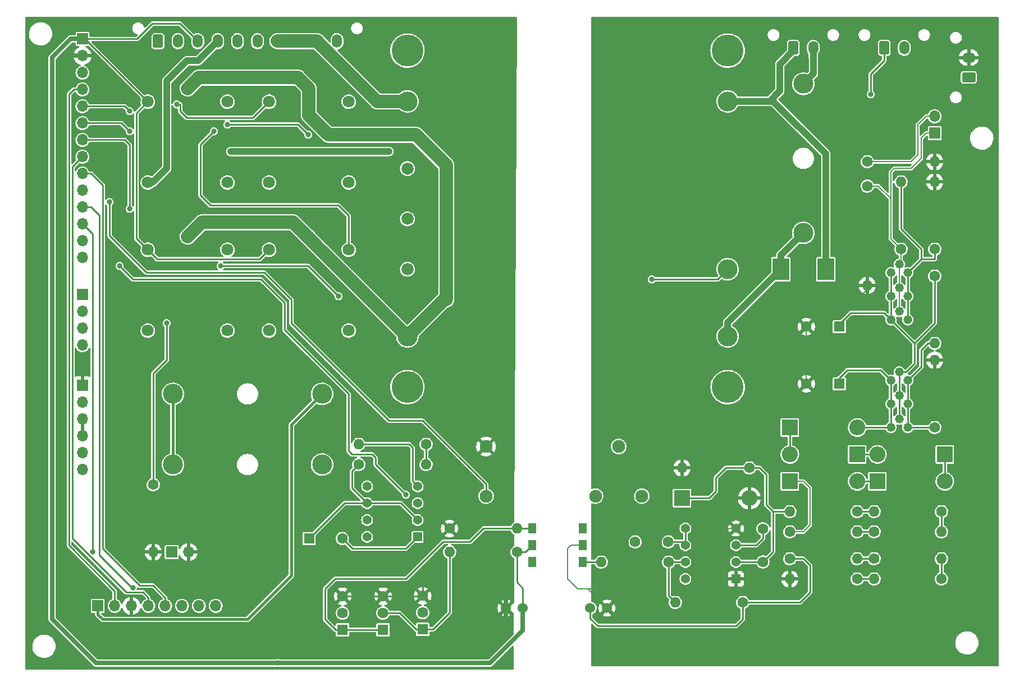
<source format=gbr>
%TF.GenerationSoftware,KiCad,Pcbnew,(6.0.5)*%
%TF.CreationDate,2023-02-13T18:15:34+09:00*%
%TF.ProjectId,23_batt_pcb,32335f62-6174-4745-9f70-63622e6b6963,rev?*%
%TF.SameCoordinates,Original*%
%TF.FileFunction,Copper,L1,Top*%
%TF.FilePolarity,Positive*%
%FSLAX46Y46*%
G04 Gerber Fmt 4.6, Leading zero omitted, Abs format (unit mm)*
G04 Created by KiCad (PCBNEW (6.0.5)) date 2023-02-13 18:15:34*
%MOMM*%
%LPD*%
G01*
G04 APERTURE LIST*
G04 Aperture macros list*
%AMRoundRect*
0 Rectangle with rounded corners*
0 $1 Rounding radius*
0 $2 $3 $4 $5 $6 $7 $8 $9 X,Y pos of 4 corners*
0 Add a 4 corners polygon primitive as box body*
4,1,4,$2,$3,$4,$5,$6,$7,$8,$9,$2,$3,0*
0 Add four circle primitives for the rounded corners*
1,1,$1+$1,$2,$3*
1,1,$1+$1,$4,$5*
1,1,$1+$1,$6,$7*
1,1,$1+$1,$8,$9*
0 Add four rect primitives between the rounded corners*
20,1,$1+$1,$2,$3,$4,$5,0*
20,1,$1+$1,$4,$5,$6,$7,0*
20,1,$1+$1,$6,$7,$8,$9,0*
20,1,$1+$1,$8,$9,$2,$3,0*%
G04 Aperture macros list end*
%TA.AperFunction,ComponentPad*%
%ADD10C,3.000000*%
%TD*%
%TA.AperFunction,ComponentPad*%
%ADD11C,1.830000*%
%TD*%
%TA.AperFunction,ComponentPad*%
%ADD12C,4.800000*%
%TD*%
%TA.AperFunction,ComponentPad*%
%ADD13C,1.320800*%
%TD*%
%TA.AperFunction,ComponentPad*%
%ADD14R,2.400000X2.400000*%
%TD*%
%TA.AperFunction,ComponentPad*%
%ADD15O,2.400000X2.400000*%
%TD*%
%TA.AperFunction,ComponentPad*%
%ADD16C,1.600000*%
%TD*%
%TA.AperFunction,ComponentPad*%
%ADD17O,1.600000X1.600000*%
%TD*%
%TA.AperFunction,ComponentPad*%
%ADD18R,1.700000X1.700000*%
%TD*%
%TA.AperFunction,ComponentPad*%
%ADD19O,1.700000X1.700000*%
%TD*%
%TA.AperFunction,ComponentPad*%
%ADD20RoundRect,0.250001X-0.499999X-0.759999X0.499999X-0.759999X0.499999X0.759999X-0.499999X0.759999X0*%
%TD*%
%TA.AperFunction,ComponentPad*%
%ADD21O,1.500000X2.020000*%
%TD*%
%TA.AperFunction,ComponentPad*%
%ADD22RoundRect,0.250001X0.759999X-0.499999X0.759999X0.499999X-0.759999X0.499999X-0.759999X-0.499999X0*%
%TD*%
%TA.AperFunction,ComponentPad*%
%ADD23O,2.020000X1.500000*%
%TD*%
%TA.AperFunction,ComponentPad*%
%ADD24R,1.625600X1.625600*%
%TD*%
%TA.AperFunction,ComponentPad*%
%ADD25C,1.625600*%
%TD*%
%TA.AperFunction,ComponentPad*%
%ADD26C,1.800000*%
%TD*%
%TA.AperFunction,ComponentPad*%
%ADD27R,1.600000X1.600000*%
%TD*%
%TA.AperFunction,SMDPad,CuDef*%
%ADD28R,2.500000X3.300000*%
%TD*%
%TA.AperFunction,ComponentPad*%
%ADD29R,1.371600X1.371600*%
%TD*%
%TA.AperFunction,ComponentPad*%
%ADD30C,1.371600*%
%TD*%
%TA.AperFunction,ComponentPad*%
%ADD31C,1.950000*%
%TD*%
%TA.AperFunction,ComponentPad*%
%ADD32R,1.295400X1.498600*%
%TD*%
%TA.AperFunction,ComponentPad*%
%ADD33C,1.524000*%
%TD*%
%TA.AperFunction,ViaPad*%
%ADD34C,0.800000*%
%TD*%
%TA.AperFunction,ViaPad*%
%ADD35C,1.000000*%
%TD*%
%TA.AperFunction,Conductor*%
%ADD36C,0.250000*%
%TD*%
%TA.AperFunction,Conductor*%
%ADD37C,0.700000*%
%TD*%
%TA.AperFunction,Conductor*%
%ADD38C,0.400000*%
%TD*%
%TA.AperFunction,Conductor*%
%ADD39C,0.200000*%
%TD*%
%TA.AperFunction,Conductor*%
%ADD40C,1.000000*%
%TD*%
%TA.AperFunction,Conductor*%
%ADD41C,2.000000*%
%TD*%
G04 APERTURE END LIST*
D10*
%TO.P,PS2,1,+VIN*%
%TO.N,Net-(D3-Pad1)*%
X180614000Y-79726000D03*
%TO.P,PS2,2,REMOTE_ON/OFF*%
%TO.N,ON_{COOLING*%
X180614000Y-69576000D03*
%TO.P,PS2,3,-VIN*%
%TO.N,Net-(D3-Pad2)*%
X180614000Y-44226000D03*
%TO.P,PS2,4,-VOUT*%
%TO.N,LV_{BATT_FAN}-*%
X132314000Y-44226000D03*
D11*
%TO.P,PS2,5,-SENSE*%
%TO.N,unconnected-(PS2-Pad5)*%
X132314000Y-54376000D03*
%TO.P,PS2,6,TRIM*%
%TO.N,unconnected-(PS2-Pad6)*%
X132314000Y-61976000D03*
%TO.P,PS2,7,+SENSE*%
%TO.N,unconnected-(PS2-Pad7)*%
X132314000Y-69576000D03*
D10*
%TO.P,PS2,8,+VOUT*%
%TO.N,LV_{COOLING1}*%
X132314000Y-79726000D03*
D12*
%TO.P,PS2,MH1,MH1*%
%TO.N,unconnected-(PS2-PadMH1)*%
X180614000Y-87376000D03*
%TO.P,PS2,MH2,MH2*%
%TO.N,unconnected-(PS2-PadMH2)*%
X132314000Y-87376000D03*
%TO.P,PS2,MH3,MH3*%
%TO.N,unconnected-(PS2-PadMH3)*%
X180614000Y-36576000D03*
%TO.P,PS2,MH4,MH4*%
%TO.N,unconnected-(PS2-PadMH4)*%
X132314000Y-36576000D03*
%TD*%
D10*
%TO.P,F1,1*%
%TO.N,Net-(F1-Pad1)*%
X192024000Y-41582000D03*
%TO.P,F1,2*%
%TO.N,Net-(D3-Pad1)*%
X192024000Y-64082000D03*
%TD*%
D13*
%TO.P,U2,1,IN*%
%TO.N,Net-(C1-Pad1)*%
X205232000Y-89916000D03*
%TO.P,U2,2,OUT*%
%TO.N,Net-(C2-Pad1)*%
X206502000Y-88646000D03*
%TO.P,U2,3,ADJ*%
%TO.N,Net-(R10-Pad2)*%
X207772000Y-89916000D03*
%TD*%
D14*
%TO.P,D1,1,K*%
%TO.N,HV_{PCB}+*%
X189992000Y-101600000D03*
D15*
%TO.P,D1,2,A*%
%TO.N,Net-(D1-Pad2)*%
X200152000Y-101600000D03*
%TD*%
D16*
%TO.P,R3,1*%
%TO.N,Net-(R2-Pad2)*%
X212852000Y-106172000D03*
D17*
%TO.P,R3,2*%
%TO.N,Net-(R3-Pad2)*%
X202692000Y-106172000D03*
%TD*%
D18*
%TO.P,IMD,1,Pin_1*%
%TO.N,GND_AIR*%
X83312000Y-87122000D03*
D19*
%TO.P,IMD,2,Pin_2*%
%TO.N,LV_{IMD}+*%
X83312000Y-89662000D03*
%TO.P,IMD,3,Pin_3*%
%TO.N,GND_AIR*%
X83312000Y-92202000D03*
%TO.P,IMD,4,Pin_4*%
X83312000Y-94742000D03*
%TO.P,IMD,5,Pin_5*%
%TO.N,IMD_FAULT*%
X83312000Y-97282000D03*
%TO.P,IMD,6,Pin_6*%
%TO.N,unconnected-(IMD1-Pad6)*%
X83312000Y-99822000D03*
%TD*%
D16*
%TO.P,R6,1*%
%TO.N,Net-(C4-Pad1)*%
X189992000Y-113284000D03*
D17*
%TO.P,R6,2*%
%TO.N,Net-(R6-Pad2)*%
X200152000Y-113284000D03*
%TD*%
D16*
%TO.P,R13,1*%
%TO.N,VI_LED+*%
X206756000Y-66548000D03*
D17*
%TO.P,R13,2*%
%TO.N,Net-(R12-Pad1)*%
X206756000Y-56388000D03*
%TD*%
D16*
%TO.P,R16,1*%
%TO.N,VI_LED-*%
X201676000Y-53340000D03*
D17*
%TO.P,R16,2*%
%TO.N,HV_{PCB}-*%
X211836000Y-53340000D03*
%TD*%
D20*
%TO.P,J1,1,Pin_1*%
%TO.N,Net-(D3-Pad2)*%
X190524000Y-36161000D03*
D21*
%TO.P,J1,2,Pin_2*%
%TO.N,Net-(F1-Pad1)*%
X193524000Y-36161000D03*
%TD*%
D18*
%TO.P,BMS,1,Pin_1*%
%TO.N,LV_{BMS}+*%
X85613000Y-120396000D03*
D19*
%TO.P,BMS,2,Pin_2*%
%TO.N,BMS_FAULT*%
X88153000Y-120396000D03*
%TO.P,BMS,3,Pin_3*%
%TO.N,GND_AIR*%
X90693000Y-120396000D03*
%TO.P,BMS,4,Pin_4*%
%TO.N,CAN_H_{BMS*%
X93233000Y-120396000D03*
%TO.P,BMS,5,Pin_5*%
%TO.N,CAN_L_{BMS*%
X95773000Y-120396000D03*
%TO.P,BMS,6,Pin_6*%
%TO.N,CHARGE_POWER*%
X98313000Y-120396000D03*
%TO.P,BMS,7,Pin_7*%
%TO.N,CHARGER_SAFETY*%
X100853000Y-120396000D03*
%TO.P,BMS,8,Pin_8*%
%TO.N,unconnected-(BMS1-Pad8)*%
X103393000Y-120396000D03*
%TD*%
D16*
%TO.P,R10,1*%
%TO.N,Net-(C2-Pad1)*%
X211836000Y-70612000D03*
D17*
%TO.P,R10,2*%
%TO.N,Net-(R10-Pad2)*%
X211836000Y-80772000D03*
%TD*%
D22*
%TO.P,HV_{PCB,1,Pin_1*%
%TO.N,HV_{PCB}+*%
X216985000Y-40616000D03*
D23*
%TO.P,HV_{PCB,2,Pin_2*%
%TO.N,HV_{PCB}-*%
X216985000Y-37616000D03*
%TD*%
D16*
%TO.P,R14,1*%
%TO.N,Net-(C4-Pad1)*%
X182880000Y-119888000D03*
D17*
%TO.P,R14,2*%
%TO.N,Net-(R14-Pad2)*%
X172720000Y-119888000D03*
%TD*%
D16*
%TO.P,R15,1*%
%TO.N,Net-(R14-Pad2)*%
X171704000Y-113792000D03*
D17*
%TO.P,R15,2*%
%TO.N,Net-(R15-Pad2)*%
X161544000Y-113792000D03*
%TD*%
D18*
%TO.P,J1,1,Pin_1*%
%TO.N,LV_{PACK}+*%
X83312000Y-34808000D03*
D19*
%TO.P,J1,2,Pin_2*%
%TO.N,GND_AIR*%
X83312000Y-37348000D03*
%TO.P,J1,3,Pin_3*%
%TO.N,IMD_FAULT*%
X83312000Y-39888000D03*
%TO.P,J1,4,Pin_4*%
%TO.N,BMS_FAULT*%
X83312000Y-42428000D03*
%TO.P,J1,5,Pin_5*%
%TO.N,ON_{PUMP}*%
X83312000Y-44968000D03*
%TO.P,J1,6,Pin_6*%
%TO.N,ON_{RAD_FAN}*%
X83312000Y-47508000D03*
%TO.P,J1,7,Pin_7*%
%TO.N,ON_{BATT_FAN}*%
X83312000Y-50048000D03*
%TO.P,J1,8,Pin_8*%
%TO.N,CAN_H_{BMS*%
X83312000Y-52588000D03*
%TO.P,J1,9,Pin_9*%
%TO.N,CAN_L_{BMS*%
X83312000Y-55128000D03*
%TO.P,J1,10,Pin_10*%
%TO.N,PRECHARGE_DRIVE*%
X83312000Y-57668000D03*
%TO.P,J1,11,Pin_11*%
%TO.N,CHARGE_POWER*%
X83312000Y-60208000D03*
%TO.P,J1,12,Pin_12*%
%TO.N,CHARGER_SAFETY*%
X83312000Y-62748000D03*
%TO.P,J1,13,Pin_13*%
%TO.N,ON_{COOLING*%
X83312000Y-65288000D03*
%TO.P,J1,14,Pin_14*%
%TO.N,unconnected-(dff1-Pad14)*%
X83312000Y-67828000D03*
%TD*%
D13*
%TO.P,U5,1,IN*%
%TO.N,Net-(C2-Pad1)*%
X205232000Y-73660000D03*
%TO.P,U5,2,OUT*%
%TO.N,VI_LED+*%
X206502000Y-72390000D03*
%TO.P,U5,3,ADJ*%
%TO.N,Net-(R12-Pad1)*%
X207772000Y-73660000D03*
%TD*%
D16*
%TO.P,R12,1*%
%TO.N,Net-(R12-Pad1)*%
X211836000Y-66548000D03*
D17*
%TO.P,R12,2*%
%TO.N,HV_{PCB}-*%
X211836000Y-56388000D03*
%TD*%
D16*
%TO.P,R9,1*%
%TO.N,Net-(R7-Pad2)*%
X212852000Y-116332000D03*
D17*
%TO.P,R9,2*%
%TO.N,Net-(C3-Pad1)*%
X202692000Y-116332000D03*
%TD*%
D16*
%TO.P,R8,1*%
%TO.N,Net-(R10-Pad2)*%
X211836000Y-93472000D03*
D17*
%TO.P,R8,2*%
%TO.N,HV_{PCB}-*%
X211836000Y-83312000D03*
%TD*%
D24*
%TO.P,Q1,1,G*%
%TO.N,Net-(Q1-Pad1)*%
X134620000Y-123952000D03*
D25*
%TO.P,Q1,2,D*%
%TO.N,TSAL_GREEN*%
X134620000Y-121412000D03*
%TO.P,Q1,3,S*%
%TO.N,GND_AIR*%
X134620000Y-118872000D03*
%TD*%
D14*
%TO.P,D5,1,K*%
%TO.N,Net-(D4-Pad2)*%
X200152000Y-97536000D03*
D15*
%TO.P,D5,2,A*%
%TO.N,Net-(D5-Pad2)*%
X189992000Y-97536000D03*
%TD*%
D16*
%TO.P,R11,1*%
%TO.N,Net-(C3-Pad1)*%
X200152000Y-116332000D03*
D17*
%TO.P,R11,2*%
%TO.N,HV_{PCB}-*%
X189992000Y-116332000D03*
%TD*%
D13*
%TO.P,U4,1,IN*%
%TO.N,Net-(C2-Pad1)*%
X205232000Y-77216000D03*
%TO.P,U4,2,OUT*%
%TO.N,VI_LED+*%
X206502000Y-75946000D03*
%TO.P,U4,3,ADJ*%
%TO.N,Net-(R12-Pad1)*%
X207772000Y-77216000D03*
%TD*%
D14*
%TO.P,D4,1,K*%
%TO.N,Net-(D2-Pad2)*%
X213360000Y-97536000D03*
D15*
%TO.P,D4,2,A*%
%TO.N,Net-(D4-Pad2)*%
X203200000Y-97536000D03*
%TD*%
D26*
%TO.P,K4,1*%
%TO.N,unconnected-(K4-Pad1)*%
X105167400Y-56484800D03*
%TO.P,K4,2*%
%TO.N,LV_{PACK}+*%
X93167400Y-44284800D03*
%TO.P,K4,6*%
%TO.N,ON_{RAD_FAN}*%
X105167400Y-44284800D03*
%TO.P,K4,7*%
%TO.N,LV_{COOLING1}*%
X99167400Y-42284800D03*
%TO.P,K4,14*%
%TO.N,LV_{FAN_R}+*%
X93167400Y-56484800D03*
%TD*%
D13*
%TO.P,U3,1,IN*%
%TO.N,Net-(C1-Pad1)*%
X205232000Y-86360000D03*
%TO.P,U3,2,OUT*%
%TO.N,Net-(C2-Pad1)*%
X206502000Y-85090000D03*
%TO.P,U3,3,ADJ*%
%TO.N,Net-(R10-Pad2)*%
X207772000Y-86360000D03*
%TD*%
D27*
%TO.P,C2,1*%
%TO.N,Net-(C2-Pad1)*%
X197474651Y-78232000D03*
D16*
%TO.P,C2,2*%
%TO.N,HV_{PCB}-*%
X192474651Y-78232000D03*
%TD*%
D27*
%TO.P,C1,1*%
%TO.N,Net-(C1-Pad1)*%
X197474651Y-86868000D03*
D16*
%TO.P,C1,2*%
%TO.N,HV_{PCB}-*%
X192474651Y-86868000D03*
%TD*%
%TO.P,C4,1*%
%TO.N,Net-(C4-Pad1)*%
X166664000Y-110744000D03*
%TO.P,C4,2*%
%TO.N,Net-(C4-Pad2)*%
X171664000Y-110744000D03*
%TD*%
D26*
%TO.P,K2,1*%
%TO.N,unconnected-(K2-Pad1)*%
X105167400Y-78836800D03*
%TO.P,K2,2*%
%TO.N,LV_{PACK}+*%
X93167400Y-66636800D03*
%TO.P,K2,6*%
%TO.N,ON_{BATT_FAN}*%
X105167400Y-66636800D03*
%TO.P,K2,7*%
%TO.N,LV_{COOLING1}*%
X99167400Y-64636800D03*
%TO.P,K2,14*%
%TO.N,LV_{BATT_FAN}+*%
X93167400Y-78836800D03*
%TD*%
D28*
%TO.P,D3,1,A1*%
%TO.N,Net-(D3-Pad1)*%
X188624000Y-69596000D03*
%TO.P,D3,2,A2*%
%TO.N,Net-(D3-Pad2)*%
X195424000Y-69596000D03*
%TD*%
D27*
%TO.P,C6,1*%
%TO.N,Net-(C6-Pad1)*%
X117485349Y-110236000D03*
D16*
%TO.P,C6,2*%
%TO.N,Net-(C6-Pad2)*%
X122485349Y-110236000D03*
%TD*%
D29*
%TO.P,U9,1,GND*%
%TO.N,Net-(C6-Pad2)*%
X133858000Y-109982000D03*
D30*
%TO.P,U9,2,TR*%
%TO.N,Net-(C6-Pad1)*%
X133858000Y-107442000D03*
%TO.P,U9,3,Q*%
%TO.N,TSAL_RED*%
X133858000Y-104902000D03*
%TO.P,U9,4,R*%
%TO.N,LV_{PACK}+*%
X133858000Y-102362000D03*
%TO.P,U9,5,CV*%
%TO.N,unconnected-(U9-Pad5)*%
X126238000Y-102362000D03*
%TO.P,U9,6,THR*%
%TO.N,Net-(C6-Pad1)*%
X126238000Y-104902000D03*
%TO.P,U9,7,DIS*%
%TO.N,Net-(R20-Pad1)*%
X126238000Y-107442000D03*
%TO.P,U9,8,VCC*%
%TO.N,LV_{PACK}+*%
X126238000Y-109982000D03*
%TD*%
D20*
%TO.P,J2,1,Pin_1*%
%TO.N,TSAL_GREEN*%
X94704000Y-35145000D03*
D21*
%TO.P,J2,2,Pin_2*%
%TO.N,TSAL_RED*%
X97704000Y-35145000D03*
%TO.P,J2,3,Pin_3*%
%TO.N,LV_{PACK}+*%
X100704000Y-35145000D03*
%TO.P,J2,4,Pin_4*%
%TO.N,LV_{FAN_R}+*%
X103704000Y-35145000D03*
%TO.P,J2,5,Pin_5*%
%TO.N,LV_{FAN_L}+*%
X106704000Y-35145000D03*
%TO.P,J2,6,Pin_6*%
%TO.N,LV_{PUMP}+*%
X109704000Y-35145000D03*
%TO.P,J2,7,Pin_7*%
%TO.N,LV_{BATT_FAN}-*%
X112704000Y-35145000D03*
%TO.P,J2,8,Pin_8*%
X115704000Y-35145000D03*
%TO.P,J2,9,Pin_9*%
X118704000Y-35145000D03*
%TO.P,J2,10,Pin_10*%
%TO.N,unconnected-(asdf1-Pad10)*%
X121704000Y-35145000D03*
%TD*%
D16*
%TO.P,R18,1*%
%TO.N,LV_{PACK}+*%
X148844000Y-112268000D03*
D17*
%TO.P,R18,2*%
%TO.N,Net-(Q1-Pad1)*%
X138684000Y-112268000D03*
%TD*%
D26*
%TO.P,K1,1*%
%TO.N,unconnected-(K1-Pad1)*%
X123455400Y-56484800D03*
%TO.P,K1,2*%
%TO.N,LV_{PACK}+*%
X111455400Y-44284800D03*
%TO.P,K1,6*%
%TO.N,ON_{PUMP}*%
X123455400Y-44284800D03*
%TO.P,K1,7*%
%TO.N,LV_{COOLING1}*%
X117455400Y-42284800D03*
%TO.P,K1,14*%
%TO.N,LV_{PUMP}+*%
X111455400Y-56484800D03*
%TD*%
D16*
%TO.P,R4,1*%
%TO.N,Net-(R3-Pad2)*%
X200152000Y-106172000D03*
D17*
%TO.P,R4,2*%
%TO.N,Net-(C3-Pad2)*%
X189992000Y-106172000D03*
%TD*%
D18*
%TO.P,FAN\u002CGND_{AIR,1,Pin_1*%
%TO.N,LV_{BATT_FAN}+*%
X83312000Y-73416000D03*
D19*
%TO.P,FAN\u002CGND_{AIR,2,Pin_2*%
%TO.N,LV_{BATT_FAN}-*%
X83312000Y-75956000D03*
%TO.P,FAN\u002CGND_{AIR,3,Pin_3*%
%TO.N,GND_AIR*%
X83312000Y-78496000D03*
%TO.P,FAN\u002CGND_{AIR,4,Pin_4*%
%TO.N,unconnected-(FAN\u002CGND_{AIR1-Pad4)*%
X83312000Y-81036000D03*
%TD*%
D31*
%TO.P,PRECHARGE1,1,COIL_1*%
%TO.N,PRECHARGE_DRIVE*%
X144181000Y-103826000D03*
%TO.P,PRECHARGE1,2,NC*%
%TO.N,unconnected-(PRECHARGE1-Pad2)*%
X160681000Y-103826000D03*
%TO.P,PRECHARGE1,3,NO*%
%TO.N,RELAY_PRECHARGE*%
X167681000Y-103826000D03*
%TO.P,PRECHARGE1,4,COM*%
%TO.N,R_PRECHARGE*%
X164181000Y-96326000D03*
%TO.P,PRECHARGE1,5,COIL_2*%
%TO.N,GND_AIR*%
X144181000Y-96326000D03*
%TD*%
D32*
%TO.P,U8,1*%
%TO.N,Net-(R15-Pad2)*%
X158750000Y-113792000D03*
%TO.P,U8,2*%
%TO.N,HV_{PCB}-*%
X158750000Y-111252000D03*
%TO.P,U8,3,NC*%
%TO.N,unconnected-(U8-Pad3)*%
X158750000Y-108712000D03*
%TO.P,U8,4*%
%TO.N,Net-(Q2-Pad1)*%
X151130000Y-108712000D03*
%TO.P,U8,5*%
%TO.N,LV_{PACK}+*%
X151130000Y-111252000D03*
%TO.P,U8,6*%
%TO.N,unconnected-(U8-Pad6)*%
X151130000Y-113792000D03*
%TD*%
D10*
%TO.P,F3,1*%
%TO.N,LV_{PACK}+*%
X96954000Y-99060000D03*
%TO.P,F3,2*%
%TO.N,LV_{IMD}+*%
X119454000Y-99060000D03*
%TD*%
D33*
%TO.P,PS1,1,-VIN*%
%TO.N,GND_AIR*%
X147186400Y-120736000D03*
%TO.P,PS1,2,+VIN*%
%TO.N,LV_{PACK}+*%
X149726400Y-120736000D03*
%TO.P,PS1,6,+VOUT*%
%TO.N,Net-(C4-Pad1)*%
X159886400Y-120736000D03*
%TO.P,PS1,7,-VOUT*%
%TO.N,HV_{PCB}-*%
X162426400Y-120736000D03*
%TD*%
D16*
%TO.P,C5,1*%
%TO.N,VI_LED+*%
X201676000Y-57016000D03*
D17*
%TO.P,C5,2*%
%TO.N,HV_{PCB}-*%
X201676000Y-72016000D03*
%TD*%
D14*
%TO.P,D6,1,K*%
%TO.N,Net-(D5-Pad2)*%
X189992000Y-93472000D03*
D15*
%TO.P,D6,2,A*%
%TO.N,Net-(C1-Pad1)*%
X200152000Y-93472000D03*
%TD*%
D16*
%TO.P,R7,1*%
%TO.N,Net-(R6-Pad2)*%
X202692000Y-113284000D03*
D17*
%TO.P,R7,2*%
%TO.N,Net-(R7-Pad2)*%
X212852000Y-113284000D03*
%TD*%
D24*
%TO.P,Q3,1,G*%
%TO.N,Net-(Q2-Pad1)*%
X122542300Y-124023400D03*
D25*
%TO.P,Q3,2,D*%
%TO.N,Net-(C6-Pad2)*%
X122542300Y-121483400D03*
%TO.P,Q3,3,S*%
%TO.N,GND_AIR*%
X122542300Y-118943400D03*
%TD*%
D16*
%TO.P,R1,1*%
%TO.N,HV_{PCB}+*%
X189992000Y-109220000D03*
D17*
%TO.P,R1,2*%
%TO.N,Net-(R1-Pad2)*%
X200152000Y-109220000D03*
%TD*%
D16*
%TO.P,R2,1*%
%TO.N,Net-(R1-Pad2)*%
X202692000Y-109220000D03*
D17*
%TO.P,R2,2*%
%TO.N,Net-(R2-Pad2)*%
X212852000Y-109220000D03*
%TD*%
D16*
%TO.P,R21,1*%
%TO.N,Net-(C6-Pad1)*%
X124968000Y-99060000D03*
D17*
%TO.P,R21,2*%
%TO.N,Net-(R20-Pad1)*%
X135128000Y-99060000D03*
%TD*%
D16*
%TO.P,R5,1*%
%TO.N,Net-(C3-Pad2)*%
X183896000Y-99568000D03*
D17*
%TO.P,R5,2*%
%TO.N,HV_{PCB}-*%
X173736000Y-99568000D03*
%TD*%
%TO.P,R19,2*%
%TO.N,GND_AIR*%
X93980000Y-112268000D03*
D16*
%TO.P,R19,1*%
%TO.N,IMD_FAULT*%
X93980000Y-102108000D03*
%TD*%
D26*
%TO.P,K3,1*%
%TO.N,unconnected-(K3-Pad1)*%
X123455400Y-78836800D03*
%TO.P,K3,2*%
%TO.N,LV_{PACK}+*%
X111455400Y-66636800D03*
%TO.P,K3,6*%
%TO.N,ON_{RAD_FAN}*%
X123455400Y-66636800D03*
%TO.P,K3,7*%
%TO.N,LV_{COOLING1}*%
X117455400Y-64636800D03*
%TO.P,K3,14*%
%TO.N,LV_{FAN_L}+*%
X111455400Y-78836800D03*
%TD*%
D24*
%TO.P,Q2,1,G*%
%TO.N,Net-(Q2-Pad1)*%
X128638300Y-124023400D03*
D25*
%TO.P,Q2,2,D*%
%TO.N,Net-(Q1-Pad1)*%
X128638300Y-121483400D03*
%TO.P,Q2,3,S*%
%TO.N,GND_AIR*%
X128638300Y-118943400D03*
%TD*%
D18*
%TO.P,VI1,1,Pin_1*%
%TO.N,VI_LED+*%
X211836000Y-49027000D03*
D19*
%TO.P,VI1,2,Pin_2*%
%TO.N,VI_LED-*%
X211836000Y-46487000D03*
%TD*%
D14*
%TO.P,D7,1,K*%
%TO.N,Net-(C3-Pad2)*%
X173736000Y-104140000D03*
D15*
%TO.P,D7,2,A*%
%TO.N,HV_{PCB}-*%
X183896000Y-104140000D03*
%TD*%
D14*
%TO.P,D2,1,K*%
%TO.N,Net-(D1-Pad2)*%
X203200000Y-101600000D03*
D15*
%TO.P,D2,2,A*%
%TO.N,Net-(D2-Pad2)*%
X213360000Y-101600000D03*
%TD*%
D18*
%TO.P,TEMP,1,Pin_1*%
%TO.N,LV_{PACK}+*%
X96769000Y-112268000D03*
D19*
%TO.P,TEMP,2,Pin_2*%
%TO.N,GND_AIR*%
X99309000Y-112268000D03*
%TD*%
D20*
%TO.P,PRECHARGE,1,Pin_1*%
%TO.N,RELAY_PRECHARGE*%
X204240000Y-36161000D03*
D21*
%TO.P,PRECHARGE,2,Pin_2*%
%TO.N,R_PRECHARGE*%
X207240000Y-36161000D03*
%TD*%
D29*
%TO.P,U6,1,GND*%
%TO.N,HV_{PCB}-*%
X181864000Y-116332000D03*
D30*
%TO.P,U6,2,+*%
%TO.N,Net-(C3-Pad2)*%
X181864000Y-113792000D03*
%TO.P,U6,3,-*%
%TO.N,Net-(C3-Pad1)*%
X181864000Y-111252000D03*
%TO.P,U6,4,V-*%
%TO.N,HV_{PCB}-*%
X181864000Y-108712000D03*
%TO.P,U6,5,BAL*%
%TO.N,Net-(C4-Pad2)*%
X174244000Y-108712000D03*
%TO.P,U6,6,STRB*%
X174244000Y-111252000D03*
%TO.P,U6,7*%
%TO.N,Net-(R14-Pad2)*%
X174244000Y-113792000D03*
%TO.P,U6,8,V+*%
%TO.N,Net-(C4-Pad1)*%
X174244000Y-116332000D03*
%TD*%
D13*
%TO.P,U1,1,IN*%
%TO.N,Net-(C1-Pad1)*%
X205232000Y-93472000D03*
%TO.P,U1,2,OUT*%
%TO.N,Net-(C2-Pad1)*%
X206502000Y-92202000D03*
%TO.P,U1,3,ADJ*%
%TO.N,Net-(R10-Pad2)*%
X207772000Y-93472000D03*
%TD*%
%TO.P,U7,1,IN*%
%TO.N,Net-(C2-Pad1)*%
X205232000Y-70104000D03*
%TO.P,U7,2,OUT*%
%TO.N,VI_LED+*%
X206502000Y-68834000D03*
%TO.P,U7,3,ADJ*%
%TO.N,Net-(R12-Pad1)*%
X207772000Y-70104000D03*
%TD*%
D16*
%TO.P,C3,1*%
%TO.N,Net-(C3-Pad1)*%
X185928000Y-108752000D03*
%TO.P,C3,2*%
%TO.N,Net-(C3-Pad2)*%
X185928000Y-113752000D03*
%TD*%
%TO.P,R20,1*%
%TO.N,Net-(R20-Pad1)*%
X135128000Y-96012000D03*
D17*
%TO.P,R20,2*%
%TO.N,LV_{PACK}+*%
X124968000Y-96012000D03*
%TD*%
D16*
%TO.P,R17,1*%
%TO.N,GND_AIR*%
X138684000Y-108712000D03*
D17*
%TO.P,R17,2*%
%TO.N,Net-(Q2-Pad1)*%
X148844000Y-108712000D03*
%TD*%
D10*
%TO.P,F2,1*%
%TO.N,LV_{PACK}+*%
X96954000Y-88392000D03*
%TO.P,F2,2*%
%TO.N,LV_{BMS}+*%
X119454000Y-88392000D03*
%TD*%
D34*
%TO.N,LV_{PACK}+*%
X97536000Y-44704000D03*
X112776000Y-129032000D03*
%TO.N,IMD_FAULT*%
X96012000Y-77724000D03*
%TO.N,GND_AIR*%
X145288000Y-112268000D03*
X136656299Y-112780299D03*
X79756000Y-93472000D03*
%TO.N,ON_{COOLING*%
X121920000Y-73660000D03*
X169164000Y-71120000D03*
X104140000Y-69088000D03*
D35*
%TO.N,LV_{BATT_FAN}-*%
X129540000Y-51816000D03*
X105664000Y-51816000D03*
D34*
%TO.N,TSAL_RED*%
X88900000Y-69088000D03*
X132080000Y-103632000D03*
%TO.N,ON_{RAD_FAN}*%
X90424000Y-48768000D03*
X103124000Y-48768000D03*
%TO.N,ON_{BATT_FAN}*%
X90424000Y-60452000D03*
%TO.N,ON_{PUMP}*%
X105156000Y-47752000D03*
X117348000Y-49276000D03*
X90424000Y-45720000D03*
%TO.N,PRECHARGE_DRIVE*%
X87376000Y-59436000D03*
%TO.N,RELAY_PRECHARGE*%
X202184000Y-43180000D03*
%TO.N,CHARGE_POWER*%
X90932000Y-117639500D03*
%TO.N,CHARGER_SAFETY*%
X84840299Y-112263701D03*
%TD*%
D36*
%TO.N,Net-(C6-Pad1)*%
X122819349Y-104902000D02*
X126238000Y-104902000D01*
X123952000Y-100076000D02*
X123952000Y-102616000D01*
X126238000Y-104902000D02*
X131318000Y-104902000D01*
X124968000Y-99060000D02*
X123952000Y-100076000D01*
X123952000Y-102616000D02*
X126238000Y-104902000D01*
X131318000Y-104902000D02*
X133858000Y-107442000D01*
X117485349Y-110236000D02*
X122819349Y-104902000D01*
%TO.N,Net-(R20-Pad1)*%
X135128000Y-96012000D02*
X135128000Y-99060000D01*
D37*
%TO.N,LV_{PACK}+*%
X112776000Y-129032000D02*
X85344000Y-129032000D01*
D38*
X96954000Y-88392000D02*
X96954000Y-99060000D01*
D36*
X111455400Y-66636800D02*
X110020200Y-68072000D01*
X100704000Y-35145000D02*
X100677000Y-35145000D01*
X132588000Y-96012000D02*
X133096000Y-96520000D01*
X94488000Y-67957400D02*
X93167400Y-66636800D01*
X98044000Y-45720000D02*
X98044000Y-44704000D01*
X93804679Y-32512000D02*
X91508679Y-34808000D01*
X148844000Y-112268000D02*
X150114000Y-112268000D01*
X98044000Y-32512000D02*
X93804679Y-32512000D01*
X110020200Y-68072000D02*
X94488000Y-68072000D01*
D37*
X149726400Y-120736000D02*
X149726400Y-124085600D01*
X81524000Y-34808000D02*
X83312000Y-34808000D01*
D36*
X109004200Y-46736000D02*
X99060000Y-46736000D01*
D37*
X78740000Y-122428000D02*
X78740000Y-37592000D01*
D36*
X111455400Y-44284800D02*
X109004200Y-46736000D01*
X100677000Y-35145000D02*
X98044000Y-32512000D01*
X149726400Y-120736000D02*
X149726400Y-117722400D01*
X91440000Y-64909400D02*
X93167400Y-66636800D01*
D37*
X85344000Y-129032000D02*
X78740000Y-122428000D01*
D36*
X93167400Y-44284800D02*
X91440000Y-46012200D01*
X83690600Y-34808000D02*
X93167400Y-44284800D01*
X133096000Y-101600000D02*
X133858000Y-102362000D01*
X94488000Y-68072000D02*
X94488000Y-67957400D01*
D37*
X149726400Y-124085600D02*
X144780000Y-129032000D01*
D36*
X149726400Y-117722400D02*
X148844000Y-116840000D01*
X91508679Y-34808000D02*
X83312000Y-34808000D01*
X83312000Y-34808000D02*
X83690600Y-34808000D01*
X124968000Y-96012000D02*
X132588000Y-96012000D01*
X148844000Y-116840000D02*
X148844000Y-112268000D01*
D37*
X144780000Y-129032000D02*
X112776000Y-129032000D01*
D36*
X91440000Y-46012200D02*
X91440000Y-64909400D01*
D37*
X78740000Y-37592000D02*
X81524000Y-34808000D01*
D36*
X133096000Y-96520000D02*
X133096000Y-101600000D01*
X150114000Y-112268000D02*
X151130000Y-111252000D01*
X99060000Y-46736000D02*
X98044000Y-45720000D01*
X98044000Y-44704000D02*
X97536000Y-44704000D01*
%TO.N,IMD_FAULT*%
X93980000Y-85344000D02*
X93980000Y-102108000D01*
X96012000Y-77724000D02*
X96012000Y-83312000D01*
X96012000Y-83312000D02*
X93980000Y-85344000D01*
D37*
%TO.N,GND_AIR*%
X79756000Y-121920000D02*
X85852000Y-128016000D01*
X79756000Y-93472000D02*
X79756000Y-121920000D01*
D36*
X134620000Y-114816598D02*
X134620000Y-118872000D01*
X128638300Y-118943400D02*
X134548600Y-118943400D01*
D37*
X79756000Y-39116000D02*
X81524000Y-37348000D01*
D36*
X134548600Y-118943400D02*
X134620000Y-118872000D01*
D37*
X147186400Y-125101600D02*
X147186400Y-120736000D01*
X144272000Y-128016000D02*
X147186400Y-125101600D01*
X147186400Y-114166400D02*
X147186400Y-120736000D01*
X145288000Y-112268000D02*
X147186400Y-114166400D01*
X85852000Y-128016000D02*
X144272000Y-128016000D01*
D36*
X136656299Y-112780299D02*
X134620000Y-114816598D01*
X128638300Y-118943400D02*
X122542300Y-118943400D01*
D37*
X79756000Y-93472000D02*
X79756000Y-39116000D01*
X81524000Y-37348000D02*
X83312000Y-37348000D01*
D36*
%TO.N,Net-(Q1-Pad1)*%
X138684000Y-112268000D02*
X138684000Y-121412000D01*
X133604000Y-123952000D02*
X131135400Y-121483400D01*
X131135400Y-121483400D02*
X128638300Y-121483400D01*
X136144000Y-123952000D02*
X134620000Y-123952000D01*
X134620000Y-123952000D02*
X133604000Y-123952000D01*
X138684000Y-121412000D02*
X136144000Y-123952000D01*
%TO.N,Net-(Q2-Pad1)*%
X148844000Y-108712000D02*
X143764000Y-108712000D01*
X137668000Y-110744000D02*
X132080000Y-116332000D01*
X141732000Y-110744000D02*
X137668000Y-110744000D01*
X143764000Y-108712000D02*
X141732000Y-110744000D01*
X119888000Y-122428000D02*
X121483400Y-124023400D01*
X121412000Y-116332000D02*
X119888000Y-117856000D01*
X128638300Y-124023400D02*
X122542300Y-124023400D01*
X121483400Y-124023400D02*
X122542300Y-124023400D01*
X148844000Y-108712000D02*
X151130000Y-108712000D01*
X132080000Y-116332000D02*
X121412000Y-116332000D01*
X119888000Y-117856000D02*
X119888000Y-122428000D01*
D39*
%TO.N,VI_LED-*%
X209296000Y-47752000D02*
X209296000Y-52324000D01*
X211836000Y-46487000D02*
X210561000Y-46487000D01*
X209296000Y-52324000D02*
X208280000Y-53340000D01*
X210561000Y-46487000D02*
X209296000Y-47752000D01*
X208280000Y-53340000D02*
X201676000Y-53340000D01*
%TO.N,HV_{PCB}-*%
X159512000Y-117856000D02*
X158496000Y-117856000D01*
X170688000Y-120904000D02*
X171704000Y-121920000D01*
X156464000Y-116332000D02*
X157988000Y-117856000D01*
X156464000Y-111760000D02*
X156464000Y-116332000D01*
X162426400Y-120770400D02*
X159512000Y-117856000D01*
X179832000Y-115316000D02*
X180848000Y-116332000D01*
X183896000Y-105664000D02*
X183896000Y-104140000D01*
X158750000Y-111252000D02*
X156972000Y-111252000D01*
X200660000Y-73660000D02*
X201676000Y-72644000D01*
X172720000Y-106680000D02*
X182880000Y-106680000D01*
X171704000Y-105664000D02*
X172720000Y-106680000D01*
X192474651Y-78232000D02*
X192474651Y-86868000D01*
X157988000Y-117856000D02*
X158496000Y-117856000D01*
X158496000Y-117856000D02*
X170180000Y-117856000D01*
X182880000Y-106680000D02*
X183896000Y-105664000D01*
X179832000Y-109728000D02*
X179832000Y-115316000D01*
X180848000Y-116332000D02*
X181864000Y-116332000D01*
X156972000Y-111252000D02*
X156464000Y-111760000D01*
X172212000Y-99568000D02*
X171704000Y-100076000D01*
X181864000Y-108712000D02*
X180848000Y-108712000D01*
X173736000Y-99568000D02*
X172212000Y-99568000D01*
X171704000Y-100076000D02*
X171704000Y-105664000D01*
X170180000Y-117856000D02*
X170688000Y-118364000D01*
X211836000Y-53340000D02*
X211836000Y-56388000D01*
X182880000Y-106680000D02*
X182880000Y-107696000D01*
X171704000Y-121920000D02*
X175260000Y-121920000D01*
X182880000Y-107696000D02*
X181864000Y-108712000D01*
X181864000Y-116332000D02*
X189992000Y-116332000D01*
X201676000Y-72644000D02*
X201676000Y-72016000D01*
X162426400Y-120736000D02*
X162426400Y-120770400D01*
X180848000Y-108712000D02*
X179832000Y-109728000D01*
X170688000Y-119888000D02*
X170688000Y-120904000D01*
X175260000Y-121920000D02*
X180848000Y-116332000D01*
X197046651Y-73660000D02*
X200660000Y-73660000D01*
X170688000Y-118364000D02*
X170688000Y-119888000D01*
X192474651Y-78232000D02*
X197046651Y-73660000D01*
D36*
%TO.N,Net-(R14-Pad2)*%
X171704000Y-113792000D02*
X174244000Y-113792000D01*
X171704000Y-113792000D02*
X171704000Y-118872000D01*
X171704000Y-118872000D02*
X172720000Y-119888000D01*
%TO.N,Net-(R15-Pad2)*%
X158750000Y-113792000D02*
X161544000Y-113792000D01*
%TO.N,Net-(C4-Pad1)*%
X189992000Y-113284000D02*
X192024000Y-113284000D01*
X191516000Y-119888000D02*
X182880000Y-119888000D01*
X182880000Y-122428000D02*
X182880000Y-119888000D01*
X161036000Y-123444000D02*
X181864000Y-123444000D01*
X159886400Y-120736000D02*
X159886400Y-122294400D01*
X193040000Y-118364000D02*
X191516000Y-119888000D01*
X159886400Y-122294400D02*
X161036000Y-123444000D01*
X193040000Y-114300000D02*
X193040000Y-118364000D01*
X181864000Y-123444000D02*
X182880000Y-122428000D01*
X192024000Y-113284000D02*
X193040000Y-114300000D01*
D39*
%TO.N,VI_LED+*%
X206502000Y-68834000D02*
X206502000Y-75946000D01*
X201676000Y-57016000D02*
X203320000Y-57016000D01*
X206756000Y-66548000D02*
X206756000Y-68580000D01*
X210561000Y-49027000D02*
X209804000Y-49784000D01*
X205232000Y-58928000D02*
X205232000Y-65024000D01*
X209804000Y-52832000D02*
X208280000Y-54356000D01*
X206756000Y-68580000D02*
X206502000Y-68834000D01*
X205740000Y-54356000D02*
X205232000Y-54864000D01*
X208280000Y-54356000D02*
X205740000Y-54356000D01*
X211836000Y-49027000D02*
X210561000Y-49027000D01*
X205232000Y-54864000D02*
X205232000Y-58928000D01*
X209804000Y-49784000D02*
X209804000Y-52832000D01*
X203320000Y-57016000D02*
X205232000Y-58928000D01*
X205232000Y-65024000D02*
X206756000Y-66548000D01*
D36*
%TO.N,Net-(R12-Pad1)*%
X209804000Y-68072000D02*
X207772000Y-70104000D01*
X207772000Y-64516000D02*
X209804000Y-66548000D01*
X206756000Y-56388000D02*
X206756000Y-63500000D01*
X207772000Y-70104000D02*
X207772000Y-77216000D01*
X211836000Y-68072000D02*
X211836000Y-66548000D01*
X211836000Y-68072000D02*
X209804000Y-68072000D01*
X206756000Y-63500000D02*
X207772000Y-64516000D01*
X209804000Y-66548000D02*
X209804000Y-68072000D01*
%TO.N,Net-(C3-Pad1)*%
X181864000Y-111252000D02*
X184912000Y-111252000D01*
X200152000Y-116332000D02*
X202692000Y-116332000D01*
X184912000Y-111252000D02*
X185928000Y-110236000D01*
X185928000Y-110236000D02*
X185928000Y-108752000D01*
%TO.N,Net-(C2-Pad1)*%
X206502000Y-88646000D02*
X206502000Y-92202000D01*
X208788000Y-80772000D02*
X205232000Y-77216000D01*
X208788000Y-83820000D02*
X207518000Y-85090000D01*
X207518000Y-85090000D02*
X206502000Y-85090000D01*
X208788000Y-81280000D02*
X208788000Y-80772000D01*
X208788000Y-81280000D02*
X208788000Y-83820000D01*
X197474651Y-77861349D02*
X199136000Y-76200000D01*
X205232000Y-70104000D02*
X205232000Y-77216000D01*
X211836000Y-70612000D02*
X211836000Y-77724000D01*
X206502000Y-85090000D02*
X206502000Y-88646000D01*
X211836000Y-77724000D02*
X208788000Y-80772000D01*
X199136000Y-76200000D02*
X204216000Y-76200000D01*
X204216000Y-76200000D02*
X205232000Y-77216000D01*
X197474651Y-78232000D02*
X197474651Y-77861349D01*
%TO.N,Net-(R10-Pad2)*%
X207772000Y-89916000D02*
X207772000Y-93472000D01*
X207772000Y-86360000D02*
X207772000Y-89916000D01*
X209804000Y-84328000D02*
X209804000Y-81788000D01*
X207772000Y-86360000D02*
X209804000Y-84328000D01*
X209804000Y-81788000D02*
X210820000Y-80772000D01*
X207772000Y-93472000D02*
X211836000Y-93472000D01*
X210820000Y-80772000D02*
X211836000Y-80772000D01*
%TO.N,Net-(R7-Pad2)*%
X212852000Y-116332000D02*
X212852000Y-113284000D01*
%TO.N,Net-(R6-Pad2)*%
X202692000Y-113284000D02*
X200152000Y-113284000D01*
%TO.N,Net-(C3-Pad2)*%
X189992000Y-106172000D02*
X187452000Y-106172000D01*
X181864000Y-113792000D02*
X185888000Y-113792000D01*
X185888000Y-113792000D02*
X185928000Y-113752000D01*
X186436000Y-100584000D02*
X185420000Y-99568000D01*
X185928000Y-113752000D02*
X187452000Y-112228000D01*
X178816000Y-101092000D02*
X178816000Y-103124000D01*
X185420000Y-99568000D02*
X183896000Y-99568000D01*
X177800000Y-104140000D02*
X173736000Y-104140000D01*
X180340000Y-99568000D02*
X178816000Y-101092000D01*
X178816000Y-103124000D02*
X177800000Y-104140000D01*
X187452000Y-112228000D02*
X187452000Y-106172000D01*
X186436000Y-105156000D02*
X186436000Y-100584000D01*
X183896000Y-99568000D02*
X180340000Y-99568000D01*
X187452000Y-106172000D02*
X186436000Y-105156000D01*
%TO.N,Net-(R3-Pad2)*%
X202692000Y-106172000D02*
X200152000Y-106172000D01*
%TO.N,Net-(R2-Pad2)*%
X212852000Y-109220000D02*
X212852000Y-106172000D01*
%TO.N,Net-(R1-Pad2)*%
X200152000Y-109220000D02*
X202692000Y-109220000D01*
D39*
%TO.N,HV_{PCB}+*%
X192024000Y-109220000D02*
X189992000Y-109220000D01*
X189992000Y-101600000D02*
X192024000Y-101600000D01*
X192024000Y-101600000D02*
X193040000Y-102616000D01*
X193040000Y-108204000D02*
X192024000Y-109220000D01*
X193040000Y-102616000D02*
X193040000Y-108204000D01*
D40*
%TO.N,Net-(D3-Pad1)*%
X192024000Y-64082000D02*
X188624000Y-67482000D01*
X188624000Y-69596000D02*
X180614000Y-77606000D01*
X188624000Y-67482000D02*
X188624000Y-69596000D01*
X180614000Y-77606000D02*
X180614000Y-79726000D01*
D36*
%TO.N,ON_{COOLING*%
X169164000Y-71120000D02*
X179070000Y-71120000D01*
X179070000Y-71120000D02*
X180614000Y-69576000D01*
X104140000Y-69088000D02*
X117348000Y-69088000D01*
X117348000Y-69088000D02*
X121920000Y-73660000D01*
D40*
%TO.N,Net-(D3-Pad2)*%
X188468000Y-38625743D02*
X188468000Y-42680871D01*
X195424000Y-69596000D02*
X195424000Y-52168000D01*
X190524000Y-36569743D02*
X188468000Y-38625743D01*
X186922871Y-44226000D02*
X182867743Y-44226000D01*
X182867743Y-44226000D02*
X180614000Y-44226000D01*
D36*
X190524000Y-36161000D02*
X190524000Y-36569743D01*
D40*
X188468000Y-42680871D02*
X186922871Y-44226000D01*
X195424000Y-52168000D02*
X187482000Y-44226000D01*
X187482000Y-44226000D02*
X182867743Y-44226000D01*
%TO.N,LV_{BATT_FAN}-*%
X105664000Y-51816000D02*
X129540000Y-51816000D01*
D41*
X118704000Y-35145000D02*
X118704000Y-35162037D01*
X112704000Y-35145000D02*
X118704000Y-35145000D01*
X118704000Y-35162037D02*
X127767963Y-44226000D01*
X127767963Y-44226000D02*
X132314000Y-44226000D01*
%TO.N,LV_{COOLING1}*%
X132314000Y-79726000D02*
X118750000Y-66162000D01*
X118750000Y-66162000D02*
X115072000Y-62484000D01*
D36*
X117455400Y-64867400D02*
X117455400Y-64636800D01*
D41*
X138176000Y-53848000D02*
X133604000Y-49276000D01*
X117455400Y-46335400D02*
X117455400Y-42284800D01*
X120396000Y-49276000D02*
X117455400Y-46335400D01*
X118750000Y-66162000D02*
X117455400Y-64867400D01*
X132314000Y-79726000D02*
X137872000Y-74168000D01*
X115072000Y-62484000D02*
X101320200Y-62484000D01*
X117455400Y-42284800D02*
X115810600Y-40640000D01*
X100812200Y-40640000D02*
X99167400Y-42284800D01*
X138176000Y-74168000D02*
X138176000Y-53848000D01*
X115810600Y-40640000D02*
X100812200Y-40640000D01*
X137872000Y-74168000D02*
X138176000Y-74168000D01*
X133604000Y-49276000D02*
X120396000Y-49276000D01*
X101320200Y-62484000D02*
X99167400Y-64636800D01*
D36*
%TO.N,Net-(C6-Pad2)*%
X124009349Y-111760000D02*
X122485349Y-110236000D01*
X133858000Y-109982000D02*
X132080000Y-111760000D01*
X132080000Y-111760000D02*
X124009349Y-111760000D01*
%TO.N,TSAL_RED*%
X90932000Y-71120000D02*
X88900000Y-69088000D01*
X113792000Y-74676000D02*
X110744000Y-71628000D01*
X127508000Y-99060000D02*
X127508000Y-98044000D01*
X125476000Y-97536000D02*
X123952000Y-97536000D01*
X123444000Y-88392000D02*
X117348000Y-82296000D01*
X123444000Y-97028000D02*
X123444000Y-88392000D01*
X110236000Y-71120000D02*
X91440000Y-71120000D01*
X123952000Y-97536000D02*
X123444000Y-97028000D01*
X91440000Y-71120000D02*
X90932000Y-71120000D01*
X117348000Y-82296000D02*
X113792000Y-78740000D01*
X113792000Y-78740000D02*
X113792000Y-74676000D01*
X127000000Y-97536000D02*
X125476000Y-97536000D01*
X132080000Y-103632000D02*
X127508000Y-99060000D01*
X110744000Y-71628000D02*
X110236000Y-71120000D01*
X127508000Y-98044000D02*
X127000000Y-97536000D01*
%TO.N,Net-(C1-Pad1)*%
X197474651Y-85989349D02*
X198628000Y-84836000D01*
X205232000Y-86360000D02*
X205232000Y-89916000D01*
X199136000Y-84836000D02*
X203708000Y-84836000D01*
X205232000Y-89916000D02*
X205232000Y-93472000D01*
X200152000Y-93472000D02*
X205232000Y-93472000D01*
X197474651Y-86360000D02*
X197474651Y-85989349D01*
X203708000Y-84836000D02*
X205232000Y-86360000D01*
X205232000Y-86360000D02*
X205232000Y-93472000D01*
X198628000Y-84836000D02*
X199136000Y-84836000D01*
%TO.N,Net-(C4-Pad2)*%
X173736000Y-110744000D02*
X174244000Y-111252000D01*
X174244000Y-108712000D02*
X174244000Y-111252000D01*
X171664000Y-110744000D02*
X173736000Y-110744000D01*
%TO.N,ON_{RAD_FAN}*%
X121920000Y-59944000D02*
X102616000Y-59944000D01*
X123455400Y-66636800D02*
X123455400Y-61479400D01*
X123455400Y-61479400D02*
X121920000Y-59944000D01*
X89164000Y-47508000D02*
X90424000Y-48768000D01*
X102616000Y-59944000D02*
X101092000Y-58420000D01*
X83312000Y-47508000D02*
X89164000Y-47508000D01*
X101092000Y-58420000D02*
X101092000Y-50800000D01*
X101092000Y-50800000D02*
X103124000Y-48768000D01*
D40*
%TO.N,LV_{FAN_R}+*%
X93883200Y-56484800D02*
X96012000Y-54356000D01*
X96012000Y-54356000D02*
X96012000Y-41148000D01*
X93167400Y-56484800D02*
X93883200Y-56484800D01*
X96012000Y-41148000D02*
X99060000Y-38100000D01*
X100749000Y-38100000D02*
X103704000Y-35145000D01*
X99060000Y-38100000D02*
X100749000Y-38100000D01*
D36*
%TO.N,ON_{BATT_FAN}*%
X83312000Y-50048000D02*
X89672000Y-50048000D01*
X90424000Y-50800000D02*
X90424000Y-60452000D01*
X89672000Y-50048000D02*
X90424000Y-50800000D01*
%TO.N,ON_{PUMP}*%
X83312000Y-44968000D02*
X89672000Y-44968000D01*
X105156000Y-47752000D02*
X115824000Y-47752000D01*
X89672000Y-44968000D02*
X90424000Y-45720000D01*
X115824000Y-47752000D02*
X117348000Y-49276000D01*
%TO.N,PRECHARGE_DRIVE*%
X134620000Y-92456000D02*
X129540000Y-92456000D01*
X144181000Y-103826000D02*
X144181000Y-102017000D01*
X144181000Y-102017000D02*
X134620000Y-92456000D01*
X92964000Y-70104000D02*
X87376000Y-64516000D01*
X87376000Y-59944000D02*
X87376000Y-59436000D01*
X87376000Y-64516000D02*
X87376000Y-59944000D01*
X114808000Y-77724000D02*
X114808000Y-74168000D01*
X110744000Y-70104000D02*
X92964000Y-70104000D01*
X126492000Y-89408000D02*
X114808000Y-77724000D01*
X129540000Y-92456000D02*
X126492000Y-89408000D01*
X114808000Y-74168000D02*
X110744000Y-70104000D01*
%TO.N,RELAY_PRECHARGE*%
X202184000Y-43180000D02*
X202184000Y-40132000D01*
X202184000Y-40132000D02*
X204240000Y-38076000D01*
X204240000Y-38076000D02*
X204240000Y-36161000D01*
D38*
%TO.N,LV_{BMS}+*%
X114808000Y-93038000D02*
X119454000Y-88392000D01*
X108204000Y-122428000D02*
X114808000Y-115824000D01*
X114808000Y-115824000D02*
X114808000Y-93038000D01*
X85613000Y-120396000D02*
X85613000Y-121681000D01*
X86360000Y-122428000D02*
X108204000Y-122428000D01*
X85613000Y-121681000D02*
X86360000Y-122428000D01*
D40*
%TO.N,Net-(F1-Pad1)*%
X193548000Y-40058000D02*
X193548000Y-37592000D01*
X192024000Y-41582000D02*
X193548000Y-40058000D01*
X193524000Y-37568000D02*
X193524000Y-36161000D01*
D36*
X193548000Y-37592000D02*
X193524000Y-37568000D01*
%TO.N,Net-(D5-Pad2)*%
X189992000Y-97536000D02*
X189992000Y-93472000D01*
%TO.N,Net-(D4-Pad2)*%
X203200000Y-97536000D02*
X200152000Y-97536000D01*
%TO.N,Net-(D2-Pad2)*%
X213360000Y-101600000D02*
X213360000Y-97536000D01*
%TO.N,Net-(D1-Pad2)*%
X200152000Y-101600000D02*
X203200000Y-101600000D01*
%TO.N,BMS_FAULT*%
X81280000Y-111252000D02*
X88153000Y-118125000D01*
X81288040Y-43171960D02*
X81288040Y-101344717D01*
X81288040Y-101344717D02*
X81280000Y-101352757D01*
X83312000Y-42428000D02*
X82032000Y-42428000D01*
X88153000Y-118125000D02*
X88153000Y-120396000D01*
X81280000Y-101352757D02*
X81280000Y-111252000D01*
X82032000Y-42428000D02*
X81288040Y-43171960D01*
%TO.N,CAN_H_{BMS*%
X92456000Y-118364000D02*
X93233000Y-119141000D01*
X81788000Y-54112000D02*
X81788000Y-110236000D01*
X93233000Y-119141000D02*
X93233000Y-120396000D01*
X89916000Y-118364000D02*
X92456000Y-118364000D01*
X83312000Y-52588000D02*
X81788000Y-54112000D01*
X81788000Y-110236000D02*
X89916000Y-118364000D01*
%TO.N,CAN_L_{BMS*%
X91948000Y-117348000D02*
X93980000Y-117348000D01*
X86360000Y-111760000D02*
X91948000Y-117348000D01*
X93980000Y-117348000D02*
X95773000Y-119141000D01*
X95773000Y-119141000D02*
X95773000Y-120396000D01*
X84592000Y-55128000D02*
X86360000Y-56896000D01*
X83312000Y-55128000D02*
X84592000Y-55128000D01*
X86360000Y-56896000D02*
X86360000Y-111760000D01*
%TO.N,CHARGE_POWER*%
X83312000Y-60208000D02*
X84592000Y-60208000D01*
X90932000Y-117856000D02*
X90932000Y-117639500D01*
X84592000Y-60208000D02*
X85344000Y-60960000D01*
X85852000Y-61468000D02*
X85852000Y-112268000D01*
X85852000Y-112776000D02*
X90932000Y-117856000D01*
X85852000Y-112268000D02*
X85852000Y-112776000D01*
X85344000Y-60960000D02*
X85852000Y-61468000D01*
%TO.N,CHARGER_SAFETY*%
X84836000Y-64272000D02*
X84836000Y-69088000D01*
X84836000Y-69088000D02*
X84836000Y-112259402D01*
X83312000Y-62748000D02*
X84836000Y-64272000D01*
X84836000Y-112259402D02*
X84840299Y-112263701D01*
%TD*%
%TA.AperFunction,Conductor*%
%TO.N,GND_AIR*%
G36*
X148785470Y-31516002D02*
G01*
X148831963Y-31569658D01*
X148843347Y-31622649D01*
X148451130Y-107712706D01*
X148430777Y-107780723D01*
X148383510Y-107823717D01*
X148293512Y-107870767D01*
X148288711Y-107874627D01*
X148288708Y-107874629D01*
X148197427Y-107948021D01*
X148140600Y-107993711D01*
X148014480Y-108144016D01*
X148011516Y-108149408D01*
X148011513Y-108149412D01*
X147919956Y-108315954D01*
X147918816Y-108315327D01*
X147877881Y-108364871D01*
X147807292Y-108386500D01*
X143783710Y-108386500D01*
X143772728Y-108386020D01*
X143746180Y-108383697D01*
X143746178Y-108383697D01*
X143735193Y-108382736D01*
X143698785Y-108392492D01*
X143688058Y-108394870D01*
X143684699Y-108395462D01*
X143650955Y-108401412D01*
X143641410Y-108406923D01*
X143638134Y-108408115D01*
X143634966Y-108409592D01*
X143624316Y-108412446D01*
X143615285Y-108418770D01*
X143593456Y-108434055D01*
X143584185Y-108439961D01*
X143561094Y-108453293D01*
X143551545Y-108458806D01*
X143544459Y-108467251D01*
X143527315Y-108487682D01*
X143519889Y-108495785D01*
X141634079Y-110381595D01*
X141571767Y-110415621D01*
X141544984Y-110418500D01*
X137687710Y-110418500D01*
X137676728Y-110418020D01*
X137650177Y-110415697D01*
X137650171Y-110415698D01*
X137639193Y-110414737D01*
X137628546Y-110417590D01*
X137602804Y-110424488D01*
X137592069Y-110426868D01*
X137584508Y-110428201D01*
X137554955Y-110433412D01*
X137545407Y-110438924D01*
X137542130Y-110440117D01*
X137538962Y-110441594D01*
X137528316Y-110444447D01*
X137519287Y-110450769D01*
X137497453Y-110466057D01*
X137488185Y-110471961D01*
X137455545Y-110490806D01*
X137448457Y-110499253D01*
X137431326Y-110519669D01*
X137423900Y-110527773D01*
X134689122Y-113262552D01*
X131982079Y-115969595D01*
X131919767Y-116003621D01*
X131892984Y-116006500D01*
X121431698Y-116006500D01*
X121420716Y-116006020D01*
X121394180Y-116003698D01*
X121394178Y-116003698D01*
X121383193Y-116002737D01*
X121372543Y-116005591D01*
X121372541Y-116005591D01*
X121346804Y-116012488D01*
X121336069Y-116014868D01*
X121328997Y-116016115D01*
X121298955Y-116021412D01*
X121289407Y-116026924D01*
X121286130Y-116028117D01*
X121282962Y-116029594D01*
X121272316Y-116032447D01*
X121263287Y-116038769D01*
X121241453Y-116054057D01*
X121232185Y-116059961D01*
X121199545Y-116078806D01*
X121192462Y-116087247D01*
X121192461Y-116087248D01*
X121175320Y-116107676D01*
X121167894Y-116115779D01*
X119671784Y-117611890D01*
X119663681Y-117619316D01*
X119634806Y-117643545D01*
X119629293Y-117653094D01*
X119615961Y-117676185D01*
X119610055Y-117685456D01*
X119588446Y-117716316D01*
X119585592Y-117726966D01*
X119584115Y-117730134D01*
X119582923Y-117733410D01*
X119577412Y-117742955D01*
X119573469Y-117765320D01*
X119570870Y-117780058D01*
X119568492Y-117790785D01*
X119558736Y-117827193D01*
X119559697Y-117838178D01*
X119559697Y-117838180D01*
X119562020Y-117864728D01*
X119562500Y-117875710D01*
X119562500Y-122408290D01*
X119562020Y-122419272D01*
X119560846Y-122432695D01*
X119558736Y-122456807D01*
X119568491Y-122493210D01*
X119570870Y-122503942D01*
X119577412Y-122541045D01*
X119582923Y-122550590D01*
X119584115Y-122553866D01*
X119585592Y-122557034D01*
X119588446Y-122567684D01*
X119594770Y-122576715D01*
X119610055Y-122598544D01*
X119615961Y-122607815D01*
X119622289Y-122618775D01*
X119634806Y-122640455D01*
X119643251Y-122647541D01*
X119663682Y-122664685D01*
X119671785Y-122672111D01*
X121239295Y-124239622D01*
X121246721Y-124247725D01*
X121270945Y-124276594D01*
X121280488Y-124282104D01*
X121280492Y-124282107D01*
X121303579Y-124295436D01*
X121312848Y-124301340D01*
X121343716Y-124322954D01*
X121354364Y-124325807D01*
X121357535Y-124327286D01*
X121360811Y-124328478D01*
X121370355Y-124333988D01*
X121407476Y-124340534D01*
X121418185Y-124342908D01*
X121435616Y-124347578D01*
X121496236Y-124384531D01*
X121527256Y-124448393D01*
X121529000Y-124469284D01*
X121529000Y-124855948D01*
X121540633Y-124914431D01*
X121584948Y-124980752D01*
X121651269Y-125025067D01*
X121663438Y-125027488D01*
X121663439Y-125027488D01*
X121703684Y-125035493D01*
X121709752Y-125036700D01*
X123374848Y-125036700D01*
X123380916Y-125035493D01*
X123421161Y-125027488D01*
X123421162Y-125027488D01*
X123433331Y-125025067D01*
X123499652Y-124980752D01*
X123543967Y-124914431D01*
X123555600Y-124855948D01*
X123555600Y-124474900D01*
X123575602Y-124406779D01*
X123629258Y-124360286D01*
X123681600Y-124348900D01*
X127499000Y-124348900D01*
X127567121Y-124368902D01*
X127613614Y-124422558D01*
X127625000Y-124474900D01*
X127625000Y-124855948D01*
X127636633Y-124914431D01*
X127680948Y-124980752D01*
X127747269Y-125025067D01*
X127759438Y-125027488D01*
X127759439Y-125027488D01*
X127799684Y-125035493D01*
X127805752Y-125036700D01*
X129470848Y-125036700D01*
X129476916Y-125035493D01*
X129517161Y-125027488D01*
X129517162Y-125027488D01*
X129529331Y-125025067D01*
X129595652Y-124980752D01*
X129639967Y-124914431D01*
X129651600Y-124855948D01*
X129651600Y-123190852D01*
X129639967Y-123132369D01*
X129595652Y-123066048D01*
X129529331Y-123021733D01*
X129517162Y-123019312D01*
X129517161Y-123019312D01*
X129476916Y-123011307D01*
X129470848Y-123010100D01*
X127805752Y-123010100D01*
X127799684Y-123011307D01*
X127759439Y-123019312D01*
X127759438Y-123019312D01*
X127747269Y-123021733D01*
X127680948Y-123066048D01*
X127636633Y-123132369D01*
X127625000Y-123190852D01*
X127625000Y-123571900D01*
X127604998Y-123640021D01*
X127551342Y-123686514D01*
X127499000Y-123697900D01*
X123681600Y-123697900D01*
X123613479Y-123677898D01*
X123566986Y-123624242D01*
X123555600Y-123571900D01*
X123555600Y-123190852D01*
X123543967Y-123132369D01*
X123499652Y-123066048D01*
X123433331Y-123021733D01*
X123421162Y-123019312D01*
X123421161Y-123019312D01*
X123380916Y-123011307D01*
X123374848Y-123010100D01*
X121709752Y-123010100D01*
X121703684Y-123011307D01*
X121663439Y-123019312D01*
X121663438Y-123019312D01*
X121651269Y-123021733D01*
X121584948Y-123066048D01*
X121540633Y-123132369D01*
X121529000Y-123190852D01*
X121529000Y-123304483D01*
X121508998Y-123372604D01*
X121455342Y-123419097D01*
X121385068Y-123429201D01*
X121320488Y-123399707D01*
X121313905Y-123393578D01*
X120250405Y-122330079D01*
X120216380Y-122267767D01*
X120213500Y-122240984D01*
X120213500Y-121469184D01*
X121524196Y-121469184D01*
X121528477Y-121520158D01*
X121539566Y-121652209D01*
X121540825Y-121667205D01*
X121546921Y-121688464D01*
X121591569Y-121844170D01*
X121595599Y-121858226D01*
X121598418Y-121863711D01*
X121683615Y-122029487D01*
X121683618Y-122029492D01*
X121686433Y-122034969D01*
X121809866Y-122190703D01*
X121814560Y-122194698D01*
X121930269Y-122293174D01*
X121961198Y-122319497D01*
X121966576Y-122322503D01*
X121966578Y-122322504D01*
X122010314Y-122346947D01*
X122134663Y-122416443D01*
X122323656Y-122477851D01*
X122520976Y-122501380D01*
X122527111Y-122500908D01*
X122527113Y-122500908D01*
X122712968Y-122486607D01*
X122712973Y-122486606D01*
X122719109Y-122486134D01*
X122725039Y-122484478D01*
X122725041Y-122484478D01*
X122904579Y-122434350D01*
X122904578Y-122434350D01*
X122910507Y-122432695D01*
X122916817Y-122429508D01*
X123051854Y-122361295D01*
X123087880Y-122343097D01*
X123104543Y-122330079D01*
X123214586Y-122244104D01*
X123244473Y-122220754D01*
X123306104Y-122149354D01*
X123370295Y-122074987D01*
X123370295Y-122074986D01*
X123374319Y-122070325D01*
X123472475Y-121897540D01*
X123535200Y-121708981D01*
X123560106Y-121511830D01*
X123560503Y-121483400D01*
X123548432Y-121360290D01*
X123541712Y-121291756D01*
X123541711Y-121291753D01*
X123541111Y-121285630D01*
X123493904Y-121129270D01*
X123485460Y-121101301D01*
X123485459Y-121101298D01*
X123483676Y-121095393D01*
X123479828Y-121088156D01*
X123393279Y-120925381D01*
X123393277Y-120925379D01*
X123390383Y-120919935D01*
X123318683Y-120832022D01*
X123268676Y-120770707D01*
X123268674Y-120770705D01*
X123264787Y-120765939D01*
X123111672Y-120639271D01*
X122936870Y-120544756D01*
X122765263Y-120491636D01*
X122706105Y-120452385D01*
X122677557Y-120387381D01*
X122688685Y-120317262D01*
X122735956Y-120264290D01*
X122772819Y-120250178D01*
X122772531Y-120249102D01*
X122990456Y-120190710D01*
X123000748Y-120186964D01*
X123200242Y-120093938D01*
X123209728Y-120088460D01*
X123264539Y-120050082D01*
X123272914Y-120039604D01*
X123265846Y-120026156D01*
X122555112Y-119315422D01*
X122541168Y-119307808D01*
X122539335Y-119307939D01*
X122532720Y-119312190D01*
X121818032Y-120026878D01*
X121811602Y-120038652D01*
X121820899Y-120050668D01*
X121874872Y-120088460D01*
X121884358Y-120093938D01*
X122083852Y-120186964D01*
X122094144Y-120190710D01*
X122312069Y-120249102D01*
X122311740Y-120250329D01*
X122369804Y-120279105D01*
X122406274Y-120340019D01*
X122404022Y-120410980D01*
X122363764Y-120469458D01*
X122319888Y-120492538D01*
X122192707Y-120529970D01*
X122160874Y-120539339D01*
X122155409Y-120542196D01*
X122126805Y-120557150D01*
X121984769Y-120631404D01*
X121829901Y-120755922D01*
X121702167Y-120908149D01*
X121699199Y-120913547D01*
X121699196Y-120913552D01*
X121642460Y-121016756D01*
X121606434Y-121082287D01*
X121604573Y-121088154D01*
X121604572Y-121088156D01*
X121580445Y-121164213D01*
X121546347Y-121271704D01*
X121524196Y-121469184D01*
X120213500Y-121469184D01*
X120213500Y-118948875D01*
X121216934Y-118948875D01*
X121236119Y-119168151D01*
X121238022Y-119178946D01*
X121294990Y-119391556D01*
X121298736Y-119401848D01*
X121391760Y-119601337D01*
X121397240Y-119610827D01*
X121435620Y-119665641D01*
X121446096Y-119674015D01*
X121459543Y-119666947D01*
X122170278Y-118956212D01*
X122176656Y-118944532D01*
X122906708Y-118944532D01*
X122906839Y-118946365D01*
X122911090Y-118952980D01*
X123625778Y-119667668D01*
X123637552Y-119674098D01*
X123649567Y-119664802D01*
X123687360Y-119610827D01*
X123692840Y-119601337D01*
X123785864Y-119401848D01*
X123789610Y-119391556D01*
X123846578Y-119178946D01*
X123848481Y-119168151D01*
X123867666Y-118948875D01*
X127312934Y-118948875D01*
X127332119Y-119168151D01*
X127334022Y-119178946D01*
X127390990Y-119391556D01*
X127394736Y-119401848D01*
X127487760Y-119601337D01*
X127493240Y-119610827D01*
X127531620Y-119665641D01*
X127542096Y-119674015D01*
X127555543Y-119666947D01*
X128266278Y-118956212D01*
X128272656Y-118944532D01*
X129002708Y-118944532D01*
X129002839Y-118946365D01*
X129007090Y-118952980D01*
X129721778Y-119667668D01*
X129733552Y-119674098D01*
X129745567Y-119664802D01*
X129783360Y-119610827D01*
X129788840Y-119601337D01*
X129881864Y-119401848D01*
X129885610Y-119391556D01*
X129942578Y-119178946D01*
X129944481Y-119168151D01*
X129963666Y-118948875D01*
X129963666Y-118937925D01*
X129958377Y-118877475D01*
X133294634Y-118877475D01*
X133313819Y-119096751D01*
X133315722Y-119107546D01*
X133372690Y-119320156D01*
X133376436Y-119330448D01*
X133469460Y-119529937D01*
X133474940Y-119539427D01*
X133513320Y-119594241D01*
X133523796Y-119602615D01*
X133537243Y-119595547D01*
X134247978Y-118884812D01*
X134254356Y-118873132D01*
X134984408Y-118873132D01*
X134984539Y-118874965D01*
X134988790Y-118881580D01*
X135703478Y-119596268D01*
X135715252Y-119602698D01*
X135727267Y-119593402D01*
X135765060Y-119539427D01*
X135770540Y-119529937D01*
X135863564Y-119330448D01*
X135867310Y-119320156D01*
X135924278Y-119107546D01*
X135926181Y-119096751D01*
X135945366Y-118877475D01*
X135945366Y-118866525D01*
X135926181Y-118647249D01*
X135924278Y-118636454D01*
X135867310Y-118423844D01*
X135863564Y-118413552D01*
X135770540Y-118214063D01*
X135765060Y-118204573D01*
X135726680Y-118149759D01*
X135716204Y-118141385D01*
X135702757Y-118148453D01*
X134992022Y-118859188D01*
X134984408Y-118873132D01*
X134254356Y-118873132D01*
X134255592Y-118870868D01*
X134255461Y-118869035D01*
X134251210Y-118862420D01*
X133536522Y-118147732D01*
X133524748Y-118141302D01*
X133512733Y-118150598D01*
X133474940Y-118204573D01*
X133469460Y-118214063D01*
X133376436Y-118413552D01*
X133372690Y-118423844D01*
X133315722Y-118636454D01*
X133313819Y-118647249D01*
X133294634Y-118866525D01*
X133294634Y-118877475D01*
X129958377Y-118877475D01*
X129944481Y-118718649D01*
X129942578Y-118707854D01*
X129885610Y-118495244D01*
X129881864Y-118484952D01*
X129788840Y-118285463D01*
X129783360Y-118275973D01*
X129744980Y-118221159D01*
X129734504Y-118212785D01*
X129721057Y-118219853D01*
X129010322Y-118930588D01*
X129002708Y-118944532D01*
X128272656Y-118944532D01*
X128273892Y-118942268D01*
X128273761Y-118940435D01*
X128269510Y-118933820D01*
X127554822Y-118219132D01*
X127543048Y-118212702D01*
X127531033Y-118221998D01*
X127493240Y-118275973D01*
X127487760Y-118285463D01*
X127394736Y-118484952D01*
X127390990Y-118495244D01*
X127334022Y-118707854D01*
X127332119Y-118718649D01*
X127312934Y-118937925D01*
X127312934Y-118948875D01*
X123867666Y-118948875D01*
X123867666Y-118937925D01*
X123848481Y-118718649D01*
X123846578Y-118707854D01*
X123789610Y-118495244D01*
X123785864Y-118484952D01*
X123692840Y-118285463D01*
X123687360Y-118275973D01*
X123648980Y-118221159D01*
X123638504Y-118212785D01*
X123625057Y-118219853D01*
X122914322Y-118930588D01*
X122906708Y-118944532D01*
X122176656Y-118944532D01*
X122177892Y-118942268D01*
X122177761Y-118940435D01*
X122173510Y-118933820D01*
X121458822Y-118219132D01*
X121447048Y-118212702D01*
X121435033Y-118221998D01*
X121397240Y-118275973D01*
X121391760Y-118285463D01*
X121298736Y-118484952D01*
X121294990Y-118495244D01*
X121238022Y-118707854D01*
X121236119Y-118718649D01*
X121216934Y-118937925D01*
X121216934Y-118948875D01*
X120213500Y-118948875D01*
X120213500Y-118043016D01*
X120233502Y-117974895D01*
X120250405Y-117953921D01*
X120357130Y-117847196D01*
X121811685Y-117847196D01*
X121818753Y-117860643D01*
X122529488Y-118571378D01*
X122543432Y-118578992D01*
X122545265Y-118578861D01*
X122551880Y-118574610D01*
X123266568Y-117859922D01*
X123272998Y-117848148D01*
X123272261Y-117847196D01*
X127907685Y-117847196D01*
X127914753Y-117860643D01*
X128625488Y-118571378D01*
X128639432Y-118578992D01*
X128641265Y-118578861D01*
X128647880Y-118574610D01*
X129362568Y-117859922D01*
X129368998Y-117848148D01*
X129359701Y-117836132D01*
X129305728Y-117798340D01*
X129296242Y-117792862D01*
X129259644Y-117775796D01*
X133889385Y-117775796D01*
X133896453Y-117789243D01*
X134607188Y-118499978D01*
X134621132Y-118507592D01*
X134622965Y-118507461D01*
X134629580Y-118503210D01*
X135344268Y-117788522D01*
X135350698Y-117776748D01*
X135341401Y-117764732D01*
X135287428Y-117726940D01*
X135277942Y-117721462D01*
X135078448Y-117628436D01*
X135068156Y-117624690D01*
X134855546Y-117567722D01*
X134844751Y-117565819D01*
X134625475Y-117546634D01*
X134614525Y-117546634D01*
X134395249Y-117565819D01*
X134384454Y-117567722D01*
X134171844Y-117624690D01*
X134161552Y-117628436D01*
X133962063Y-117721460D01*
X133952573Y-117726940D01*
X133897759Y-117765320D01*
X133889385Y-117775796D01*
X129259644Y-117775796D01*
X129096748Y-117699836D01*
X129086456Y-117696090D01*
X128873846Y-117639122D01*
X128863051Y-117637219D01*
X128643775Y-117618034D01*
X128632825Y-117618034D01*
X128413549Y-117637219D01*
X128402754Y-117639122D01*
X128190144Y-117696090D01*
X128179852Y-117699836D01*
X127980363Y-117792860D01*
X127970873Y-117798340D01*
X127916059Y-117836720D01*
X127907685Y-117847196D01*
X123272261Y-117847196D01*
X123263701Y-117836132D01*
X123209728Y-117798340D01*
X123200242Y-117792862D01*
X123000748Y-117699836D01*
X122990456Y-117696090D01*
X122777846Y-117639122D01*
X122767051Y-117637219D01*
X122547775Y-117618034D01*
X122536825Y-117618034D01*
X122317549Y-117637219D01*
X122306754Y-117639122D01*
X122094144Y-117696090D01*
X122083852Y-117699836D01*
X121884363Y-117792860D01*
X121874873Y-117798340D01*
X121820059Y-117836720D01*
X121811685Y-117847196D01*
X120357130Y-117847196D01*
X121509922Y-116694405D01*
X121572234Y-116660379D01*
X121599017Y-116657500D01*
X132060290Y-116657500D01*
X132071272Y-116657980D01*
X132097820Y-116660303D01*
X132097822Y-116660303D01*
X132108807Y-116661264D01*
X132145215Y-116651508D01*
X132155942Y-116649130D01*
X132159301Y-116648538D01*
X132193045Y-116642588D01*
X132202590Y-116637077D01*
X132205866Y-116635885D01*
X132209034Y-116634408D01*
X132219684Y-116631554D01*
X132250544Y-116609945D01*
X132259815Y-116604039D01*
X132282906Y-116590707D01*
X132292455Y-116585194D01*
X132316685Y-116556317D01*
X132324111Y-116548215D01*
X137765922Y-111106405D01*
X137828234Y-111072379D01*
X137855017Y-111069500D01*
X138338042Y-111069500D01*
X138406163Y-111089502D01*
X138452656Y-111143158D01*
X138462760Y-111213432D01*
X138433266Y-111278012D01*
X138373617Y-111316373D01*
X138307393Y-111335864D01*
X138301928Y-111338721D01*
X138138972Y-111423912D01*
X138138968Y-111423915D01*
X138133512Y-111426767D01*
X138128712Y-111430627D01*
X138128711Y-111430627D01*
X138115902Y-111440926D01*
X137980600Y-111549711D01*
X137854480Y-111700016D01*
X137851516Y-111705408D01*
X137851513Y-111705412D01*
X137791846Y-111813947D01*
X137759956Y-111871954D01*
X137700628Y-112058978D01*
X137678757Y-112253963D01*
X137695175Y-112449483D01*
X137749258Y-112638091D01*
X137752076Y-112643574D01*
X137836123Y-112807113D01*
X137836126Y-112807117D01*
X137838944Y-112812601D01*
X137960818Y-112966369D01*
X137965511Y-112970363D01*
X137965512Y-112970364D01*
X138090456Y-113076699D01*
X138110238Y-113093535D01*
X138115616Y-113096541D01*
X138115618Y-113096542D01*
X138205840Y-113146965D01*
X138281513Y-113189257D01*
X138283913Y-113190037D01*
X138337363Y-113234832D01*
X138358500Y-113304688D01*
X138358500Y-121224983D01*
X138338498Y-121293104D01*
X138321595Y-121314078D01*
X136046079Y-123589595D01*
X135983767Y-123623620D01*
X135956984Y-123626500D01*
X135759300Y-123626500D01*
X135691179Y-123606498D01*
X135644686Y-123552842D01*
X135633300Y-123500500D01*
X135633300Y-123119452D01*
X135621667Y-123060969D01*
X135577352Y-122994648D01*
X135511031Y-122950333D01*
X135498862Y-122947912D01*
X135498861Y-122947912D01*
X135458616Y-122939907D01*
X135452548Y-122938700D01*
X133787452Y-122938700D01*
X133781384Y-122939907D01*
X133741139Y-122947912D01*
X133741138Y-122947912D01*
X133728969Y-122950333D01*
X133662648Y-122994648D01*
X133618333Y-123060969D01*
X133606700Y-123119452D01*
X133606700Y-123190184D01*
X133586698Y-123258305D01*
X133533042Y-123304798D01*
X133462768Y-123314902D01*
X133398188Y-123285408D01*
X133391605Y-123279279D01*
X131510110Y-121397784D01*
X133601896Y-121397784D01*
X133605886Y-121445293D01*
X133617412Y-121582547D01*
X133618525Y-121595805D01*
X133620224Y-121601730D01*
X133667142Y-121765353D01*
X133673299Y-121786826D01*
X133676118Y-121792311D01*
X133761315Y-121958087D01*
X133761318Y-121958092D01*
X133764133Y-121963569D01*
X133887566Y-122119303D01*
X133892260Y-122123298D01*
X133976155Y-122194698D01*
X134038898Y-122248097D01*
X134044276Y-122251103D01*
X134044278Y-122251104D01*
X134119554Y-122293174D01*
X134212363Y-122345043D01*
X134401356Y-122406451D01*
X134598676Y-122429980D01*
X134604811Y-122429508D01*
X134604813Y-122429508D01*
X134790668Y-122415207D01*
X134790673Y-122415206D01*
X134796809Y-122414734D01*
X134802739Y-122413078D01*
X134802741Y-122413078D01*
X134982279Y-122362950D01*
X134982278Y-122362950D01*
X134988207Y-122361295D01*
X135018740Y-122345872D01*
X135160086Y-122274472D01*
X135165580Y-122271697D01*
X135322173Y-122149354D01*
X135386365Y-122074987D01*
X135447995Y-122003587D01*
X135447995Y-122003586D01*
X135452019Y-121998925D01*
X135550175Y-121826140D01*
X135612900Y-121637581D01*
X135637806Y-121440430D01*
X135638203Y-121412000D01*
X135624766Y-121274965D01*
X135619412Y-121220356D01*
X135619411Y-121220353D01*
X135618811Y-121214230D01*
X135561376Y-121023993D01*
X135556485Y-121014794D01*
X135470979Y-120853981D01*
X135470977Y-120853979D01*
X135468083Y-120848535D01*
X135398326Y-120763005D01*
X135346376Y-120699307D01*
X135346374Y-120699305D01*
X135342487Y-120694539D01*
X135189372Y-120567871D01*
X135014570Y-120473356D01*
X134842963Y-120420236D01*
X134783805Y-120380985D01*
X134755257Y-120315981D01*
X134766385Y-120245862D01*
X134813656Y-120192890D01*
X134850519Y-120178778D01*
X134850231Y-120177702D01*
X135068156Y-120119310D01*
X135078448Y-120115564D01*
X135277942Y-120022538D01*
X135287428Y-120017060D01*
X135342239Y-119978682D01*
X135350614Y-119968204D01*
X135343546Y-119954756D01*
X134632812Y-119244022D01*
X134618868Y-119236408D01*
X134617035Y-119236539D01*
X134610420Y-119240790D01*
X133895732Y-119955478D01*
X133889302Y-119967252D01*
X133898599Y-119979268D01*
X133952572Y-120017060D01*
X133962058Y-120022538D01*
X134161552Y-120115564D01*
X134171844Y-120119310D01*
X134389769Y-120177702D01*
X134389440Y-120178929D01*
X134447504Y-120207705D01*
X134483974Y-120268619D01*
X134481722Y-120339580D01*
X134441464Y-120398058D01*
X134397588Y-120421138D01*
X134270407Y-120458570D01*
X134238574Y-120467939D01*
X134062469Y-120560004D01*
X133907601Y-120684522D01*
X133779867Y-120836749D01*
X133776899Y-120842147D01*
X133776896Y-120842152D01*
X133710822Y-120962341D01*
X133684134Y-121010887D01*
X133682273Y-121016754D01*
X133682272Y-121016756D01*
X133678102Y-121029901D01*
X133624047Y-121200304D01*
X133601896Y-121397784D01*
X131510110Y-121397784D01*
X131379511Y-121267185D01*
X131372084Y-121259081D01*
X131354941Y-121238651D01*
X131354942Y-121238651D01*
X131347855Y-121230206D01*
X131330794Y-121220356D01*
X131315215Y-121211361D01*
X131305944Y-121205455D01*
X131284115Y-121190170D01*
X131275084Y-121183846D01*
X131264434Y-121180992D01*
X131261266Y-121179515D01*
X131257990Y-121178323D01*
X131248445Y-121172812D01*
X131213865Y-121166715D01*
X131211342Y-121166270D01*
X131200615Y-121163892D01*
X131164207Y-121154136D01*
X131153222Y-121155097D01*
X131153220Y-121155097D01*
X131126672Y-121157420D01*
X131115690Y-121157900D01*
X129688620Y-121157900D01*
X129620499Y-121137898D01*
X129577369Y-121091054D01*
X129489279Y-120925381D01*
X129489277Y-120925379D01*
X129486383Y-120919935D01*
X129414683Y-120832022D01*
X129364676Y-120770707D01*
X129364674Y-120770705D01*
X129360787Y-120765939D01*
X129207672Y-120639271D01*
X129032870Y-120544756D01*
X128861263Y-120491636D01*
X128802105Y-120452385D01*
X128773557Y-120387381D01*
X128784685Y-120317262D01*
X128831956Y-120264290D01*
X128868819Y-120250178D01*
X128868531Y-120249102D01*
X129086456Y-120190710D01*
X129096748Y-120186964D01*
X129296242Y-120093938D01*
X129305728Y-120088460D01*
X129360539Y-120050082D01*
X129368914Y-120039604D01*
X129361846Y-120026156D01*
X128651112Y-119315422D01*
X128637168Y-119307808D01*
X128635335Y-119307939D01*
X128628720Y-119312190D01*
X127914032Y-120026878D01*
X127907602Y-120038652D01*
X127916899Y-120050668D01*
X127970872Y-120088460D01*
X127980358Y-120093938D01*
X128179852Y-120186964D01*
X128190144Y-120190710D01*
X128408069Y-120249102D01*
X128407740Y-120250329D01*
X128465804Y-120279105D01*
X128502274Y-120340019D01*
X128500022Y-120410980D01*
X128459764Y-120469458D01*
X128415888Y-120492538D01*
X128288707Y-120529970D01*
X128256874Y-120539339D01*
X128251409Y-120542196D01*
X128222805Y-120557150D01*
X128080769Y-120631404D01*
X127925901Y-120755922D01*
X127798167Y-120908149D01*
X127795199Y-120913547D01*
X127795196Y-120913552D01*
X127738460Y-121016756D01*
X127702434Y-121082287D01*
X127700573Y-121088154D01*
X127700572Y-121088156D01*
X127676445Y-121164213D01*
X127642347Y-121271704D01*
X127620196Y-121469184D01*
X127624477Y-121520158D01*
X127635566Y-121652209D01*
X127636825Y-121667205D01*
X127642921Y-121688464D01*
X127687569Y-121844170D01*
X127691599Y-121858226D01*
X127694418Y-121863711D01*
X127779615Y-122029487D01*
X127779618Y-122029492D01*
X127782433Y-122034969D01*
X127905866Y-122190703D01*
X127910560Y-122194698D01*
X128026269Y-122293174D01*
X128057198Y-122319497D01*
X128062576Y-122322503D01*
X128062578Y-122322504D01*
X128106314Y-122346947D01*
X128230663Y-122416443D01*
X128419656Y-122477851D01*
X128616976Y-122501380D01*
X128623111Y-122500908D01*
X128623113Y-122500908D01*
X128808968Y-122486607D01*
X128808973Y-122486606D01*
X128815109Y-122486134D01*
X128821039Y-122484478D01*
X128821041Y-122484478D01*
X129000579Y-122434350D01*
X129000578Y-122434350D01*
X129006507Y-122432695D01*
X129012817Y-122429508D01*
X129147854Y-122361295D01*
X129183880Y-122343097D01*
X129200543Y-122330079D01*
X129310586Y-122244104D01*
X129340473Y-122220754D01*
X129402104Y-122149354D01*
X129466295Y-122074987D01*
X129466295Y-122074986D01*
X129470319Y-122070325D01*
X129490404Y-122034969D01*
X129565430Y-121902901D01*
X129565432Y-121902897D01*
X129568475Y-121897540D01*
X129570420Y-121891694D01*
X129572928Y-121886060D01*
X129574948Y-121886959D01*
X129609758Y-121836805D01*
X129675346Y-121809624D01*
X129688836Y-121808900D01*
X130948384Y-121808900D01*
X131016505Y-121828902D01*
X131037479Y-121845805D01*
X133359889Y-124168215D01*
X133367315Y-124176318D01*
X133391545Y-124205194D01*
X133401094Y-124210707D01*
X133424185Y-124224039D01*
X133433456Y-124229945D01*
X133464316Y-124251554D01*
X133474966Y-124254408D01*
X133478134Y-124255885D01*
X133481410Y-124257077D01*
X133490955Y-124262588D01*
X133502578Y-124264637D01*
X133503672Y-124265180D01*
X133512171Y-124268273D01*
X133511826Y-124269221D01*
X133566189Y-124296161D01*
X133602660Y-124357074D01*
X133606700Y-124388723D01*
X133606700Y-124784548D01*
X133618333Y-124843031D01*
X133662648Y-124909352D01*
X133728969Y-124953667D01*
X133741138Y-124956088D01*
X133741139Y-124956088D01*
X133781384Y-124964093D01*
X133787452Y-124965300D01*
X135452548Y-124965300D01*
X135458616Y-124964093D01*
X135498861Y-124956088D01*
X135498862Y-124956088D01*
X135511031Y-124953667D01*
X135577352Y-124909352D01*
X135621667Y-124843031D01*
X135633300Y-124784548D01*
X135633300Y-124403500D01*
X135653302Y-124335379D01*
X135706958Y-124288886D01*
X135759300Y-124277500D01*
X136124290Y-124277500D01*
X136135272Y-124277980D01*
X136161820Y-124280303D01*
X136161822Y-124280303D01*
X136172807Y-124281264D01*
X136209215Y-124271508D01*
X136219942Y-124269130D01*
X136224802Y-124268273D01*
X136257045Y-124262588D01*
X136266590Y-124257077D01*
X136269866Y-124255885D01*
X136273034Y-124254408D01*
X136283684Y-124251554D01*
X136314544Y-124229945D01*
X136323815Y-124224039D01*
X136346906Y-124210707D01*
X136356455Y-124205194D01*
X136380685Y-124176317D01*
X136388111Y-124168215D01*
X138761550Y-121794777D01*
X146492177Y-121794777D01*
X146501474Y-121806793D01*
X146544469Y-121836898D01*
X146553955Y-121842376D01*
X146745393Y-121931645D01*
X146755685Y-121935391D01*
X146959709Y-121990059D01*
X146970504Y-121991962D01*
X147180925Y-122010372D01*
X147191875Y-122010372D01*
X147402296Y-121991962D01*
X147413091Y-121990059D01*
X147617115Y-121935391D01*
X147627407Y-121931645D01*
X147818845Y-121842376D01*
X147828331Y-121836898D01*
X147872164Y-121806207D01*
X147880539Y-121795729D01*
X147873471Y-121782281D01*
X147199212Y-121108022D01*
X147185268Y-121100408D01*
X147183435Y-121100539D01*
X147176820Y-121104790D01*
X146498607Y-121783003D01*
X146492177Y-121794777D01*
X138761550Y-121794777D01*
X138900222Y-121656105D01*
X138908326Y-121648678D01*
X138914577Y-121643433D01*
X138937194Y-121624455D01*
X138956039Y-121591815D01*
X138961943Y-121582547D01*
X138977231Y-121560713D01*
X138983553Y-121551684D01*
X138986406Y-121541038D01*
X138987883Y-121537870D01*
X138989076Y-121534593D01*
X138994588Y-121525045D01*
X139001132Y-121487931D01*
X139003512Y-121477196D01*
X139010410Y-121451454D01*
X139013263Y-121440807D01*
X139012141Y-121427974D01*
X139009979Y-121403269D01*
X139009500Y-121392288D01*
X139009500Y-120741475D01*
X145912028Y-120741475D01*
X145930438Y-120951896D01*
X145932341Y-120962691D01*
X145987009Y-121166715D01*
X145990755Y-121177007D01*
X146080023Y-121368441D01*
X146085503Y-121377932D01*
X146116194Y-121421765D01*
X146126671Y-121430140D01*
X146140118Y-121423072D01*
X146814378Y-120748812D01*
X146821992Y-120734868D01*
X146821861Y-120733035D01*
X146817610Y-120726420D01*
X146139397Y-120048207D01*
X146127623Y-120041777D01*
X146115607Y-120051074D01*
X146085503Y-120094068D01*
X146080023Y-120103559D01*
X145990755Y-120294993D01*
X145987009Y-120305285D01*
X145932341Y-120509309D01*
X145930438Y-120520104D01*
X145912028Y-120730525D01*
X145912028Y-120741475D01*
X139009500Y-120741475D01*
X139009500Y-119676271D01*
X146492260Y-119676271D01*
X146499328Y-119689718D01*
X147173588Y-120363978D01*
X147187532Y-120371592D01*
X147189365Y-120371461D01*
X147195980Y-120367210D01*
X147874193Y-119688997D01*
X147880623Y-119677223D01*
X147871326Y-119665207D01*
X147828331Y-119635102D01*
X147818845Y-119629624D01*
X147627407Y-119540355D01*
X147617115Y-119536609D01*
X147413091Y-119481941D01*
X147402296Y-119480038D01*
X147191875Y-119461628D01*
X147180925Y-119461628D01*
X146970504Y-119480038D01*
X146959709Y-119481941D01*
X146755685Y-119536609D01*
X146745393Y-119540355D01*
X146553959Y-119629623D01*
X146544468Y-119635103D01*
X146500635Y-119665794D01*
X146492260Y-119676271D01*
X139009500Y-119676271D01*
X139009500Y-113302043D01*
X139029502Y-113233922D01*
X139078689Y-113189577D01*
X139217195Y-113119612D01*
X139222689Y-113116837D01*
X139252515Y-113093535D01*
X139372453Y-112999829D01*
X139377303Y-112996040D01*
X139407084Y-112961539D01*
X139501485Y-112852173D01*
X139501485Y-112852172D01*
X139505509Y-112847511D01*
X139509089Y-112841210D01*
X139566506Y-112740138D01*
X139602425Y-112676909D01*
X139664358Y-112490732D01*
X139688949Y-112296071D01*
X139689341Y-112268000D01*
X139670194Y-112072728D01*
X139668413Y-112066829D01*
X139668412Y-112066824D01*
X139615265Y-111890793D01*
X139613484Y-111884894D01*
X139521370Y-111711653D01*
X139397361Y-111559602D01*
X139246180Y-111434535D01*
X139073585Y-111341213D01*
X138991699Y-111315865D01*
X138932539Y-111276614D01*
X138903992Y-111211609D01*
X138915121Y-111141490D01*
X138962392Y-111088519D01*
X139028958Y-111069500D01*
X141712290Y-111069500D01*
X141723272Y-111069980D01*
X141749820Y-111072303D01*
X141749822Y-111072303D01*
X141760807Y-111073264D01*
X141797215Y-111063508D01*
X141807942Y-111061130D01*
X141811301Y-111060538D01*
X141845045Y-111054588D01*
X141854590Y-111049077D01*
X141857866Y-111047885D01*
X141861034Y-111046408D01*
X141871684Y-111043554D01*
X141902544Y-111021945D01*
X141911815Y-111016039D01*
X141934906Y-111002707D01*
X141944455Y-110997194D01*
X141968685Y-110968317D01*
X141976111Y-110960215D01*
X143861921Y-109074405D01*
X143924233Y-109040379D01*
X143951016Y-109037500D01*
X147809431Y-109037500D01*
X147877552Y-109057502D01*
X147921496Y-109105904D01*
X147998944Y-109256601D01*
X148120818Y-109410369D01*
X148125511Y-109414363D01*
X148125512Y-109414364D01*
X148252490Y-109522430D01*
X148270238Y-109537535D01*
X148275616Y-109540541D01*
X148275618Y-109540542D01*
X148376320Y-109596822D01*
X148426026Y-109647515D01*
X148440848Y-109707459D01*
X148434871Y-110867093D01*
X148432967Y-111236500D01*
X148432751Y-111278314D01*
X148412398Y-111346331D01*
X148365128Y-111389327D01*
X148293512Y-111426767D01*
X148288712Y-111430627D01*
X148288711Y-111430627D01*
X148275902Y-111440926D01*
X148140600Y-111549711D01*
X148014480Y-111700016D01*
X148011516Y-111705408D01*
X148011513Y-111705412D01*
X147951846Y-111813947D01*
X147919956Y-111871954D01*
X147860628Y-112058978D01*
X147838757Y-112253963D01*
X147855175Y-112449483D01*
X147909258Y-112638091D01*
X147912076Y-112643574D01*
X147996123Y-112807113D01*
X147996126Y-112807117D01*
X147998944Y-112812601D01*
X148120818Y-112966369D01*
X148125511Y-112970363D01*
X148125512Y-112970364D01*
X148250456Y-113076699D01*
X148270238Y-113093535D01*
X148358044Y-113142608D01*
X148407749Y-113193300D01*
X148422571Y-113253244D01*
X148390798Y-119417280D01*
X148388226Y-119916159D01*
X148367873Y-119984176D01*
X148313979Y-120030392D01*
X148249255Y-120040840D01*
X148248264Y-120040737D01*
X148232682Y-120048928D01*
X147558422Y-120723188D01*
X147550808Y-120737132D01*
X147550939Y-120738965D01*
X147555190Y-120745580D01*
X148233403Y-121423793D01*
X148249609Y-121432643D01*
X148314149Y-121446682D01*
X148364352Y-121496883D01*
X148379763Y-121557919D01*
X148363990Y-124617942D01*
X148343637Y-124685959D01*
X148327087Y-124706388D01*
X144588881Y-128444595D01*
X144526569Y-128478621D01*
X144499786Y-128481500D01*
X113041221Y-128481500D01*
X112993005Y-128471910D01*
X112932762Y-128446956D01*
X112914829Y-128444595D01*
X112784188Y-128427396D01*
X112776000Y-128426318D01*
X112767812Y-128427396D01*
X112637172Y-128444595D01*
X112619238Y-128446956D01*
X112558995Y-128471910D01*
X112510779Y-128481500D01*
X85624214Y-128481500D01*
X85556093Y-128461498D01*
X85535119Y-128444595D01*
X79327405Y-122236881D01*
X79293379Y-122174569D01*
X79290500Y-122147786D01*
X79290500Y-121265748D01*
X84562500Y-121265748D01*
X84563707Y-121271816D01*
X84567331Y-121290033D01*
X84574133Y-121324231D01*
X84618448Y-121390552D01*
X84684769Y-121434867D01*
X84696938Y-121437288D01*
X84696939Y-121437288D01*
X84714631Y-121440807D01*
X84743252Y-121446500D01*
X85086500Y-121446500D01*
X85154621Y-121466502D01*
X85201114Y-121520158D01*
X85212500Y-121572500D01*
X85212500Y-121744433D01*
X85215564Y-121753864D01*
X85215565Y-121753868D01*
X85219297Y-121765353D01*
X85223913Y-121784578D01*
X85227354Y-121806304D01*
X85231855Y-121815137D01*
X85231856Y-121815141D01*
X85237341Y-121825906D01*
X85244905Y-121844166D01*
X85251704Y-121865090D01*
X85264639Y-121882893D01*
X85274965Y-121899745D01*
X85284950Y-121919342D01*
X85307513Y-121941905D01*
X85307516Y-121941909D01*
X86099091Y-122733484D01*
X86099095Y-122733487D01*
X86121658Y-122756050D01*
X86130492Y-122760551D01*
X86130493Y-122760552D01*
X86141257Y-122766037D01*
X86158113Y-122776366D01*
X86175911Y-122789297D01*
X86196836Y-122796096D01*
X86215097Y-122803660D01*
X86225860Y-122809144D01*
X86234696Y-122813646D01*
X86244489Y-122815197D01*
X86256422Y-122817087D01*
X86275648Y-122821703D01*
X86287133Y-122825435D01*
X86287135Y-122825435D01*
X86296567Y-122828500D01*
X108267433Y-122828500D01*
X108276864Y-122825436D01*
X108276868Y-122825435D01*
X108288353Y-122821703D01*
X108307578Y-122817087D01*
X108319512Y-122815197D01*
X108319513Y-122815197D01*
X108329304Y-122813646D01*
X108338137Y-122809145D01*
X108338141Y-122809144D01*
X108348906Y-122803659D01*
X108367166Y-122796095D01*
X108388090Y-122789296D01*
X108405893Y-122776361D01*
X108422745Y-122766035D01*
X108433502Y-122760554D01*
X108442342Y-122756050D01*
X108464905Y-122733487D01*
X108464909Y-122733484D01*
X115113483Y-116084909D01*
X115136050Y-116062342D01*
X115140552Y-116053507D01*
X115146038Y-116042741D01*
X115156368Y-116025884D01*
X115159617Y-116021412D01*
X115169296Y-116008090D01*
X115176094Y-115987168D01*
X115183658Y-115968907D01*
X115189145Y-115958139D01*
X115189146Y-115958135D01*
X115193646Y-115949304D01*
X115195197Y-115939515D01*
X115195199Y-115939507D01*
X115197089Y-115927573D01*
X115201703Y-115908353D01*
X115205435Y-115896867D01*
X115205436Y-115896860D01*
X115208499Y-115887433D01*
X115208499Y-115855525D01*
X115208500Y-115855519D01*
X115208500Y-99015361D01*
X117749316Y-99015361D01*
X117749540Y-99020027D01*
X117749540Y-99020033D01*
X117754593Y-99125210D01*
X117761443Y-99267820D01*
X117771019Y-99315961D01*
X117807428Y-99499001D01*
X117810752Y-99515713D01*
X117812331Y-99520111D01*
X117812333Y-99520118D01*
X117894577Y-99749186D01*
X117896160Y-99753595D01*
X118015792Y-99976240D01*
X118018587Y-99979984D01*
X118018589Y-99979986D01*
X118164226Y-100175018D01*
X118164231Y-100175024D01*
X118167018Y-100178756D01*
X118170327Y-100182036D01*
X118170332Y-100182042D01*
X118343200Y-100353408D01*
X118346517Y-100356696D01*
X118350279Y-100359454D01*
X118350282Y-100359457D01*
X118525430Y-100487880D01*
X118550346Y-100506149D01*
X118554481Y-100508325D01*
X118554485Y-100508327D01*
X118634527Y-100550439D01*
X118774026Y-100623833D01*
X119012644Y-100707162D01*
X119017237Y-100708034D01*
X119256369Y-100753435D01*
X119256372Y-100753435D01*
X119260958Y-100754306D01*
X119381081Y-100759026D01*
X119508845Y-100764046D01*
X119508850Y-100764046D01*
X119513513Y-100764229D01*
X119591657Y-100755671D01*
X119760107Y-100737223D01*
X119760112Y-100737222D01*
X119764760Y-100736713D01*
X119843309Y-100716033D01*
X120004658Y-100673554D01*
X120004661Y-100673553D01*
X120009181Y-100672363D01*
X120209208Y-100586424D01*
X120237111Y-100574436D01*
X120237113Y-100574435D01*
X120241405Y-100572591D01*
X120348774Y-100506149D01*
X120452358Y-100442050D01*
X120452362Y-100442047D01*
X120456331Y-100439591D01*
X120551723Y-100358836D01*
X120645672Y-100279302D01*
X120645673Y-100279301D01*
X120649238Y-100276283D01*
X120712260Y-100204421D01*
X120812806Y-100089771D01*
X120812810Y-100089766D01*
X120815888Y-100086256D01*
X120818418Y-100082323D01*
X120950094Y-99877610D01*
X120950096Y-99877607D01*
X120952619Y-99873684D01*
X121056428Y-99643236D01*
X121125034Y-99399976D01*
X121139205Y-99288584D01*
X121156533Y-99152378D01*
X121156533Y-99152372D01*
X121156931Y-99149247D01*
X121157280Y-99135942D01*
X121158894Y-99074271D01*
X121159268Y-99060000D01*
X121150256Y-98938726D01*
X121140883Y-98812597D01*
X121140882Y-98812593D01*
X121140537Y-98807945D01*
X121084756Y-98561428D01*
X121066544Y-98514596D01*
X120994843Y-98330216D01*
X120994842Y-98330214D01*
X120993150Y-98325863D01*
X120986192Y-98313688D01*
X120893663Y-98151798D01*
X120867731Y-98106426D01*
X120786676Y-98003609D01*
X120714147Y-97911606D01*
X120714144Y-97911603D01*
X120711255Y-97907938D01*
X120527160Y-97734758D01*
X120319489Y-97590691D01*
X120315296Y-97588623D01*
X120096993Y-97480968D01*
X120096990Y-97480967D01*
X120092805Y-97478903D01*
X120082087Y-97475472D01*
X119852087Y-97401849D01*
X119847480Y-97401099D01*
X119847477Y-97401098D01*
X119607235Y-97361972D01*
X119607236Y-97361972D01*
X119602624Y-97361221D01*
X119480026Y-97359616D01*
X119354573Y-97357974D01*
X119354570Y-97357974D01*
X119349896Y-97357913D01*
X119099455Y-97391996D01*
X119094965Y-97393305D01*
X119094959Y-97393306D01*
X118991851Y-97423360D01*
X118856803Y-97462723D01*
X118852556Y-97464681D01*
X118852553Y-97464682D01*
X118817226Y-97480968D01*
X118627270Y-97568539D01*
X118623361Y-97571102D01*
X118419812Y-97704554D01*
X118419807Y-97704558D01*
X118415899Y-97707120D01*
X118346471Y-97769087D01*
X118234587Y-97868947D01*
X118227333Y-97875421D01*
X118065715Y-98069746D01*
X117934595Y-98285825D01*
X117932786Y-98290139D01*
X117932785Y-98290141D01*
X117905011Y-98356376D01*
X117836854Y-98518911D01*
X117774639Y-98763883D01*
X117749316Y-99015361D01*
X115208500Y-99015361D01*
X115208500Y-93256083D01*
X115228502Y-93187962D01*
X115245405Y-93166988D01*
X118500378Y-89912014D01*
X118562690Y-89877988D01*
X118633505Y-89883053D01*
X118648139Y-89889600D01*
X118695338Y-89914433D01*
X118769883Y-89953653D01*
X118774026Y-89955833D01*
X118836595Y-89977683D01*
X118999217Y-90034473D01*
X119012644Y-90039162D01*
X119017237Y-90040034D01*
X119256369Y-90085435D01*
X119256372Y-90085435D01*
X119260958Y-90086306D01*
X119381081Y-90091026D01*
X119508845Y-90096046D01*
X119508850Y-90096046D01*
X119513513Y-90096229D01*
X119591657Y-90087671D01*
X119760107Y-90069223D01*
X119760112Y-90069222D01*
X119764760Y-90068713D01*
X119777811Y-90065277D01*
X120004658Y-90005554D01*
X120004661Y-90005553D01*
X120009181Y-90004363D01*
X120208163Y-89918873D01*
X120237111Y-89906436D01*
X120237113Y-89906435D01*
X120241405Y-89904591D01*
X120348774Y-89838149D01*
X120452358Y-89774050D01*
X120452362Y-89774047D01*
X120456331Y-89771591D01*
X120551723Y-89690836D01*
X120645672Y-89611302D01*
X120645673Y-89611301D01*
X120649238Y-89608283D01*
X120702213Y-89547877D01*
X120812806Y-89421771D01*
X120812810Y-89421766D01*
X120815888Y-89418256D01*
X120862641Y-89345571D01*
X120950094Y-89209610D01*
X120950096Y-89209607D01*
X120952619Y-89205684D01*
X121056428Y-88975236D01*
X121125034Y-88731976D01*
X121141263Y-88604409D01*
X121156533Y-88484378D01*
X121156533Y-88484372D01*
X121156931Y-88481247D01*
X121159268Y-88392000D01*
X121156298Y-88352033D01*
X121140883Y-88144597D01*
X121140882Y-88144593D01*
X121140537Y-88139945D01*
X121084756Y-87893428D01*
X121026290Y-87743083D01*
X120994843Y-87662216D01*
X120994842Y-87662214D01*
X120993150Y-87657863D01*
X120867731Y-87438426D01*
X120721996Y-87253563D01*
X120714147Y-87243606D01*
X120714144Y-87243603D01*
X120711255Y-87239938D01*
X120527160Y-87066758D01*
X120319489Y-86922691D01*
X120315296Y-86920623D01*
X120096993Y-86812968D01*
X120096990Y-86812967D01*
X120092805Y-86810903D01*
X120082087Y-86807472D01*
X119928416Y-86758282D01*
X119852087Y-86733849D01*
X119847480Y-86733099D01*
X119847477Y-86733098D01*
X119607235Y-86693972D01*
X119607236Y-86693972D01*
X119602624Y-86693221D01*
X119480026Y-86691616D01*
X119354573Y-86689974D01*
X119354570Y-86689974D01*
X119349896Y-86689913D01*
X119099455Y-86723996D01*
X119094965Y-86725305D01*
X119094959Y-86725306D01*
X119006984Y-86750949D01*
X118856803Y-86794723D01*
X118852556Y-86796681D01*
X118852553Y-86796682D01*
X118817226Y-86812968D01*
X118627270Y-86900539D01*
X118623361Y-86903102D01*
X118419812Y-87036554D01*
X118419807Y-87036558D01*
X118415899Y-87039120D01*
X118227333Y-87207421D01*
X118065715Y-87401746D01*
X117934595Y-87617825D01*
X117932786Y-87622139D01*
X117932785Y-87622141D01*
X117917806Y-87657863D01*
X117836854Y-87850911D01*
X117774639Y-88095883D01*
X117749316Y-88347361D01*
X117749540Y-88352027D01*
X117749540Y-88352033D01*
X117754299Y-88451104D01*
X117761443Y-88599820D01*
X117771019Y-88647961D01*
X117807643Y-88832082D01*
X117810752Y-88847713D01*
X117812331Y-88852111D01*
X117812333Y-88852118D01*
X117887295Y-89060903D01*
X117896160Y-89085595D01*
X117955935Y-89196841D01*
X117970558Y-89266311D01*
X117945299Y-89332663D01*
X117934037Y-89345571D01*
X114502516Y-92777091D01*
X114502513Y-92777095D01*
X114479950Y-92799658D01*
X114475446Y-92808498D01*
X114469965Y-92819255D01*
X114459639Y-92836107D01*
X114446704Y-92853910D01*
X114439907Y-92874830D01*
X114432341Y-92893094D01*
X114426856Y-92903859D01*
X114426855Y-92903863D01*
X114422354Y-92912696D01*
X114420803Y-92922487D01*
X114420803Y-92922488D01*
X114418913Y-92934422D01*
X114414297Y-92953647D01*
X114410565Y-92965132D01*
X114410564Y-92965136D01*
X114407500Y-92974567D01*
X114407500Y-115605918D01*
X114387498Y-115674039D01*
X114370595Y-115695013D01*
X108075012Y-121990595D01*
X108012700Y-122024621D01*
X107985917Y-122027500D01*
X86578083Y-122027500D01*
X86509962Y-122007498D01*
X86488988Y-121990595D01*
X86159988Y-121661595D01*
X86125962Y-121599283D01*
X86131027Y-121528468D01*
X86173574Y-121471632D01*
X86240094Y-121446821D01*
X86249083Y-121446500D01*
X86482748Y-121446500D01*
X86511369Y-121440807D01*
X86529061Y-121437288D01*
X86529062Y-121437288D01*
X86541231Y-121434867D01*
X86607552Y-121390552D01*
X86651867Y-121324231D01*
X86658670Y-121290033D01*
X86662293Y-121271816D01*
X86663500Y-121265748D01*
X86663500Y-119526252D01*
X86654686Y-119481941D01*
X86654288Y-119479939D01*
X86654288Y-119479938D01*
X86651867Y-119467769D01*
X86607552Y-119401448D01*
X86541231Y-119357133D01*
X86529062Y-119354712D01*
X86529061Y-119354712D01*
X86488816Y-119346707D01*
X86482748Y-119345500D01*
X84743252Y-119345500D01*
X84737184Y-119346707D01*
X84696939Y-119354712D01*
X84696938Y-119354712D01*
X84684769Y-119357133D01*
X84618448Y-119401448D01*
X84574133Y-119467769D01*
X84571712Y-119479938D01*
X84571712Y-119479939D01*
X84571314Y-119481941D01*
X84562500Y-119526252D01*
X84562500Y-121265748D01*
X79290500Y-121265748D01*
X79290500Y-37872215D01*
X79310502Y-37804094D01*
X79327405Y-37783120D01*
X79494559Y-37615966D01*
X81980257Y-37615966D01*
X82010565Y-37750446D01*
X82013645Y-37760275D01*
X82093770Y-37957603D01*
X82098413Y-37966794D01*
X82209694Y-38148388D01*
X82215777Y-38156699D01*
X82355213Y-38317667D01*
X82362580Y-38324883D01*
X82526434Y-38460916D01*
X82534881Y-38466831D01*
X82718756Y-38574279D01*
X82728042Y-38578729D01*
X82927001Y-38654703D01*
X82941866Y-38659022D01*
X82941289Y-38661008D01*
X82996260Y-38690082D01*
X83031110Y-38751936D01*
X83026988Y-38822813D01*
X82985201Y-38880209D01*
X82943930Y-38901228D01*
X82922489Y-38907538D01*
X82922484Y-38907540D01*
X82916572Y-38909280D01*
X82734002Y-39004726D01*
X82729201Y-39008586D01*
X82729198Y-39008588D01*
X82620508Y-39095977D01*
X82573447Y-39133815D01*
X82441024Y-39291630D01*
X82438056Y-39297028D01*
X82438053Y-39297033D01*
X82349098Y-39458843D01*
X82341776Y-39472162D01*
X82279484Y-39668532D01*
X82278798Y-39674649D01*
X82278797Y-39674653D01*
X82271015Y-39744033D01*
X82256520Y-39873262D01*
X82273759Y-40078553D01*
X82330544Y-40276586D01*
X82333359Y-40282063D01*
X82333360Y-40282066D01*
X82354247Y-40322707D01*
X82424712Y-40459818D01*
X82552677Y-40621270D01*
X82557370Y-40625264D01*
X82557371Y-40625265D01*
X82677454Y-40727463D01*
X82709564Y-40754791D01*
X82714942Y-40757797D01*
X82714944Y-40757798D01*
X82753342Y-40779258D01*
X82889398Y-40855297D01*
X82954457Y-40876436D01*
X83079471Y-40917056D01*
X83079475Y-40917057D01*
X83085329Y-40918959D01*
X83289894Y-40943351D01*
X83296029Y-40942879D01*
X83296031Y-40942879D01*
X83352039Y-40938569D01*
X83495300Y-40927546D01*
X83501230Y-40925890D01*
X83501232Y-40925890D01*
X83625104Y-40891304D01*
X83693725Y-40872145D01*
X83699214Y-40869372D01*
X83699220Y-40869370D01*
X83872116Y-40782033D01*
X83877610Y-40779258D01*
X84039951Y-40652424D01*
X84054598Y-40635456D01*
X84170540Y-40501134D01*
X84170540Y-40501133D01*
X84174564Y-40496472D01*
X84195387Y-40459818D01*
X84273276Y-40322707D01*
X84276323Y-40317344D01*
X84341351Y-40121863D01*
X84367171Y-39917474D01*
X84367583Y-39888000D01*
X84347480Y-39682970D01*
X84287935Y-39485749D01*
X84191218Y-39303849D01*
X84071807Y-39157437D01*
X84064906Y-39148975D01*
X84064903Y-39148972D01*
X84061011Y-39144200D01*
X84003613Y-39096716D01*
X83907025Y-39016811D01*
X83907021Y-39016809D01*
X83902275Y-39012882D01*
X83721055Y-38914897D01*
X83670183Y-38899150D01*
X83611025Y-38859899D01*
X83582477Y-38794895D01*
X83593605Y-38724776D01*
X83640876Y-38671804D01*
X83671235Y-38658099D01*
X83804255Y-38618191D01*
X83813842Y-38614433D01*
X84005095Y-38520739D01*
X84013945Y-38515464D01*
X84187328Y-38391792D01*
X84195200Y-38385139D01*
X84346052Y-38234812D01*
X84352730Y-38226965D01*
X84477003Y-38054020D01*
X84482313Y-38045183D01*
X84576670Y-37854267D01*
X84580469Y-37844672D01*
X84642377Y-37640910D01*
X84644555Y-37630837D01*
X84645986Y-37619962D01*
X84643775Y-37605778D01*
X84630617Y-37602000D01*
X81995225Y-37602000D01*
X81981694Y-37605973D01*
X81980257Y-37615966D01*
X79494559Y-37615966D01*
X81715120Y-35395405D01*
X81777432Y-35361379D01*
X81804215Y-35358500D01*
X82135500Y-35358500D01*
X82203621Y-35378502D01*
X82250114Y-35432158D01*
X82261500Y-35484500D01*
X82261500Y-35677748D01*
X82273133Y-35736231D01*
X82317448Y-35802552D01*
X82383769Y-35846867D01*
X82395938Y-35849288D01*
X82395939Y-35849288D01*
X82425712Y-35855210D01*
X82442252Y-35858500D01*
X82717233Y-35858500D01*
X82785354Y-35878502D01*
X82831847Y-35932158D01*
X82841951Y-36002432D01*
X82812457Y-36067012D01*
X82775413Y-36096263D01*
X82590463Y-36192542D01*
X82581738Y-36198036D01*
X82411433Y-36325905D01*
X82403726Y-36332748D01*
X82256590Y-36486717D01*
X82250104Y-36494727D01*
X82130098Y-36670649D01*
X82125000Y-36679623D01*
X82035338Y-36872783D01*
X82031775Y-36882470D01*
X81976389Y-37082183D01*
X81977912Y-37090607D01*
X81990292Y-37094000D01*
X84630344Y-37094000D01*
X84643875Y-37090027D01*
X84645180Y-37080947D01*
X84603214Y-36913875D01*
X84599894Y-36904124D01*
X84514972Y-36708814D01*
X84510105Y-36699739D01*
X84394426Y-36520926D01*
X84388136Y-36512757D01*
X84244806Y-36355240D01*
X84237273Y-36348215D01*
X84070139Y-36216222D01*
X84061552Y-36210517D01*
X83875117Y-36107599D01*
X83865705Y-36103369D01*
X83865435Y-36103273D01*
X83865341Y-36103205D01*
X83860989Y-36101249D01*
X83861393Y-36100351D01*
X83807899Y-36061679D01*
X83781983Y-35995581D01*
X83795917Y-35925965D01*
X83845276Y-35874934D01*
X83907495Y-35858500D01*
X84181748Y-35858500D01*
X84187813Y-35857294D01*
X84187819Y-35857293D01*
X84198288Y-35855210D01*
X84269002Y-35861536D01*
X84311967Y-35889693D01*
X92128198Y-43705924D01*
X92162224Y-43768236D01*
X92157159Y-43839051D01*
X92150612Y-43853684D01*
X92146314Y-43861853D01*
X92086337Y-44055013D01*
X92062564Y-44255869D01*
X92075792Y-44457694D01*
X92125578Y-44653728D01*
X92155887Y-44719472D01*
X92166242Y-44789708D01*
X92136980Y-44854394D01*
X92130556Y-44861318D01*
X91238525Y-45753349D01*
X91176213Y-45787375D01*
X91105398Y-45782310D01*
X91048562Y-45739763D01*
X91024508Y-45680700D01*
X91010122Y-45571426D01*
X91009044Y-45563238D01*
X90948536Y-45417159D01*
X90852282Y-45291718D01*
X90834904Y-45278383D01*
X90776489Y-45233560D01*
X90726841Y-45195464D01*
X90580762Y-45134956D01*
X90424000Y-45114318D01*
X90357157Y-45123118D01*
X90287010Y-45112179D01*
X90251617Y-45087291D01*
X89916111Y-44751785D01*
X89908684Y-44743681D01*
X89900838Y-44734331D01*
X89884455Y-44714806D01*
X89874906Y-44709293D01*
X89851815Y-44695961D01*
X89842544Y-44690055D01*
X89820715Y-44674770D01*
X89811684Y-44668446D01*
X89801034Y-44665592D01*
X89797866Y-44664115D01*
X89794590Y-44662923D01*
X89785045Y-44657412D01*
X89751301Y-44651462D01*
X89747942Y-44650870D01*
X89737215Y-44648492D01*
X89700807Y-44638736D01*
X89689822Y-44639697D01*
X89689820Y-44639697D01*
X89663272Y-44642020D01*
X89652290Y-44642500D01*
X84403269Y-44642500D01*
X84335148Y-44622498D01*
X84288008Y-44565991D01*
X84287935Y-44565749D01*
X84191218Y-44383849D01*
X84110435Y-44284800D01*
X84064906Y-44228975D01*
X84064903Y-44228972D01*
X84061011Y-44224200D01*
X84043786Y-44209950D01*
X83907025Y-44096811D01*
X83907021Y-44096809D01*
X83902275Y-44092882D01*
X83721055Y-43994897D01*
X83524254Y-43933977D01*
X83518129Y-43933333D01*
X83518128Y-43933333D01*
X83325498Y-43913087D01*
X83325496Y-43913087D01*
X83319369Y-43912443D01*
X83232529Y-43920346D01*
X83120342Y-43930555D01*
X83120339Y-43930556D01*
X83114203Y-43931114D01*
X82916572Y-43989280D01*
X82734002Y-44084726D01*
X82729201Y-44088586D01*
X82729198Y-44088588D01*
X82715756Y-44099396D01*
X82573447Y-44213815D01*
X82441024Y-44371630D01*
X82438056Y-44377028D01*
X82438053Y-44377033D01*
X82350064Y-44537086D01*
X82341776Y-44552162D01*
X82279484Y-44748532D01*
X82278798Y-44754649D01*
X82278797Y-44754653D01*
X82257207Y-44947137D01*
X82256520Y-44953262D01*
X82273759Y-45158553D01*
X82275458Y-45164478D01*
X82324980Y-45337181D01*
X82330544Y-45356586D01*
X82333359Y-45362063D01*
X82333360Y-45362066D01*
X82417331Y-45525457D01*
X82424712Y-45539818D01*
X82552677Y-45701270D01*
X82557370Y-45705264D01*
X82557371Y-45705265D01*
X82657552Y-45790525D01*
X82709564Y-45834791D01*
X82714942Y-45837797D01*
X82714944Y-45837798D01*
X82784662Y-45876762D01*
X82889398Y-45935297D01*
X82966091Y-45960216D01*
X83079471Y-45997056D01*
X83079475Y-45997057D01*
X83085329Y-45998959D01*
X83289894Y-46023351D01*
X83296029Y-46022879D01*
X83296031Y-46022879D01*
X83352039Y-46018569D01*
X83495300Y-46007546D01*
X83501230Y-46005890D01*
X83501232Y-46005890D01*
X83687797Y-45953800D01*
X83687796Y-45953800D01*
X83693725Y-45952145D01*
X83699214Y-45949372D01*
X83699220Y-45949370D01*
X83850085Y-45873162D01*
X83877610Y-45859258D01*
X83937164Y-45812730D01*
X84013168Y-45753349D01*
X84039951Y-45732424D01*
X84135198Y-45622079D01*
X84170540Y-45581134D01*
X84170540Y-45581133D01*
X84174564Y-45576472D01*
X84195387Y-45539818D01*
X84250794Y-45442283D01*
X84276323Y-45397344D01*
X84282184Y-45379726D01*
X84322666Y-45321403D01*
X84388254Y-45294224D01*
X84401741Y-45293500D01*
X89484984Y-45293500D01*
X89553105Y-45313502D01*
X89574079Y-45330405D01*
X89791291Y-45547617D01*
X89825317Y-45609929D01*
X89827118Y-45653157D01*
X89818318Y-45720000D01*
X89838956Y-45876762D01*
X89899464Y-46022841D01*
X89995718Y-46148282D01*
X90121159Y-46244536D01*
X90267238Y-46305044D01*
X90424000Y-46325682D01*
X90432188Y-46324604D01*
X90572574Y-46306122D01*
X90580762Y-46305044D01*
X90726841Y-46244536D01*
X90852282Y-46148282D01*
X90857305Y-46141736D01*
X90857308Y-46141733D01*
X90888537Y-46101034D01*
X90945875Y-46059166D01*
X91016746Y-46054944D01*
X91078649Y-46089708D01*
X91111930Y-46152420D01*
X91114500Y-46177737D01*
X91114500Y-48310263D01*
X91094498Y-48378384D01*
X91040842Y-48424877D01*
X90970568Y-48434981D01*
X90905988Y-48405487D01*
X90888537Y-48386966D01*
X90857308Y-48346267D01*
X90857305Y-48346264D01*
X90852282Y-48339718D01*
X90726841Y-48243464D01*
X90580762Y-48182956D01*
X90424000Y-48162318D01*
X90357157Y-48171118D01*
X90287010Y-48160179D01*
X90251617Y-48135291D01*
X89408111Y-47291785D01*
X89400684Y-47283681D01*
X89383541Y-47263251D01*
X89383542Y-47263251D01*
X89376455Y-47254806D01*
X89366906Y-47249293D01*
X89343815Y-47235961D01*
X89334544Y-47230055D01*
X89312715Y-47214770D01*
X89303684Y-47208446D01*
X89293034Y-47205592D01*
X89289866Y-47204115D01*
X89286590Y-47202923D01*
X89277045Y-47197412D01*
X89243301Y-47191462D01*
X89239942Y-47190870D01*
X89229215Y-47188492D01*
X89192807Y-47178736D01*
X89181822Y-47179697D01*
X89181820Y-47179697D01*
X89155272Y-47182020D01*
X89144290Y-47182500D01*
X84403269Y-47182500D01*
X84335148Y-47162498D01*
X84288008Y-47105991D01*
X84287935Y-47105749D01*
X84191218Y-46923849D01*
X84083081Y-46791260D01*
X84064906Y-46768975D01*
X84064903Y-46768972D01*
X84061011Y-46764200D01*
X84043786Y-46749950D01*
X83907025Y-46636811D01*
X83907021Y-46636809D01*
X83902275Y-46632882D01*
X83721055Y-46534897D01*
X83524254Y-46473977D01*
X83518129Y-46473333D01*
X83518128Y-46473333D01*
X83325498Y-46453087D01*
X83325496Y-46453087D01*
X83319369Y-46452443D01*
X83244076Y-46459295D01*
X83120342Y-46470555D01*
X83120339Y-46470556D01*
X83114203Y-46471114D01*
X82916572Y-46529280D01*
X82734002Y-46624726D01*
X82729201Y-46628586D01*
X82729198Y-46628588D01*
X82578254Y-46749950D01*
X82573447Y-46753815D01*
X82441024Y-46911630D01*
X82438056Y-46917028D01*
X82438053Y-46917033D01*
X82356682Y-47065048D01*
X82341776Y-47092162D01*
X82279484Y-47288532D01*
X82278798Y-47294649D01*
X82278797Y-47294653D01*
X82263177Y-47433915D01*
X82256520Y-47493262D01*
X82273759Y-47698553D01*
X82275458Y-47704478D01*
X82323037Y-47870405D01*
X82330544Y-47896586D01*
X82333359Y-47902063D01*
X82333360Y-47902066D01*
X82412213Y-48055498D01*
X82424712Y-48079818D01*
X82552677Y-48241270D01*
X82557370Y-48245264D01*
X82557371Y-48245265D01*
X82597600Y-48279502D01*
X82709564Y-48374791D01*
X82714942Y-48377797D01*
X82714944Y-48377798D01*
X82746563Y-48395469D01*
X82889398Y-48475297D01*
X82984238Y-48506113D01*
X83079471Y-48537056D01*
X83079475Y-48537057D01*
X83085329Y-48538959D01*
X83289894Y-48563351D01*
X83296029Y-48562879D01*
X83296031Y-48562879D01*
X83352039Y-48558569D01*
X83495300Y-48547546D01*
X83501230Y-48545890D01*
X83501232Y-48545890D01*
X83687797Y-48493800D01*
X83687796Y-48493800D01*
X83693725Y-48492145D01*
X83699214Y-48489372D01*
X83699220Y-48489370D01*
X83864667Y-48405796D01*
X83877610Y-48399258D01*
X83948480Y-48343889D01*
X83991519Y-48310263D01*
X84039951Y-48272424D01*
X84046478Y-48264863D01*
X84170540Y-48121134D01*
X84170540Y-48121133D01*
X84174564Y-48116472D01*
X84182320Y-48102820D01*
X84273275Y-47942709D01*
X84276323Y-47937344D01*
X84282184Y-47919726D01*
X84322666Y-47861403D01*
X84388254Y-47834224D01*
X84401741Y-47833500D01*
X88976984Y-47833500D01*
X89045105Y-47853502D01*
X89066079Y-47870405D01*
X89791291Y-48595617D01*
X89825317Y-48657929D01*
X89827118Y-48701157D01*
X89818318Y-48768000D01*
X89838956Y-48924762D01*
X89899464Y-49070841D01*
X89995718Y-49196282D01*
X90121159Y-49292536D01*
X90267238Y-49353044D01*
X90424000Y-49373682D01*
X90432188Y-49372604D01*
X90572574Y-49354122D01*
X90580762Y-49353044D01*
X90726841Y-49292536D01*
X90852282Y-49196282D01*
X90857305Y-49189736D01*
X90857308Y-49189733D01*
X90888537Y-49149034D01*
X90945875Y-49107166D01*
X91016746Y-49102944D01*
X91078649Y-49137708D01*
X91111930Y-49200420D01*
X91114500Y-49225737D01*
X91114500Y-59994263D01*
X91094498Y-60062384D01*
X91040842Y-60108877D01*
X90970568Y-60118981D01*
X90905988Y-60089487D01*
X90888537Y-60070966D01*
X90857308Y-60030267D01*
X90857305Y-60030264D01*
X90852282Y-60023718D01*
X90798796Y-59982677D01*
X90756929Y-59925339D01*
X90749500Y-59882714D01*
X90749500Y-50819710D01*
X90749980Y-50808728D01*
X90752303Y-50782180D01*
X90752303Y-50782178D01*
X90753264Y-50771193D01*
X90743508Y-50734785D01*
X90741130Y-50724058D01*
X90740538Y-50720699D01*
X90734588Y-50686955D01*
X90729077Y-50677410D01*
X90727885Y-50674134D01*
X90726408Y-50670966D01*
X90723554Y-50660316D01*
X90701945Y-50629456D01*
X90696039Y-50620185D01*
X90682707Y-50597094D01*
X90677194Y-50587545D01*
X90648317Y-50563315D01*
X90640215Y-50555889D01*
X89916111Y-49831785D01*
X89908684Y-49823681D01*
X89903241Y-49817195D01*
X89884455Y-49794806D01*
X89874906Y-49789293D01*
X89851815Y-49775961D01*
X89842544Y-49770055D01*
X89820715Y-49754770D01*
X89811684Y-49748446D01*
X89801034Y-49745592D01*
X89797866Y-49744115D01*
X89794590Y-49742923D01*
X89785045Y-49737412D01*
X89751301Y-49731462D01*
X89747942Y-49730870D01*
X89737215Y-49728492D01*
X89700807Y-49718736D01*
X89689822Y-49719697D01*
X89689820Y-49719697D01*
X89663272Y-49722020D01*
X89652290Y-49722500D01*
X84403269Y-49722500D01*
X84335148Y-49702498D01*
X84288008Y-49645991D01*
X84287935Y-49645749D01*
X84191218Y-49463849D01*
X84101727Y-49354122D01*
X84064906Y-49308975D01*
X84064903Y-49308972D01*
X84061011Y-49304200D01*
X84054173Y-49298543D01*
X83907025Y-49176811D01*
X83907021Y-49176809D01*
X83902275Y-49172882D01*
X83721055Y-49074897D01*
X83524254Y-49013977D01*
X83518129Y-49013333D01*
X83518128Y-49013333D01*
X83325498Y-48993087D01*
X83325496Y-48993087D01*
X83319369Y-48992443D01*
X83232529Y-49000346D01*
X83120342Y-49010555D01*
X83120339Y-49010556D01*
X83114203Y-49011114D01*
X82916572Y-49069280D01*
X82734002Y-49164726D01*
X82729201Y-49168586D01*
X82729198Y-49168588D01*
X82581290Y-49287509D01*
X82573447Y-49293815D01*
X82441024Y-49451630D01*
X82438056Y-49457028D01*
X82438053Y-49457033D01*
X82431315Y-49469290D01*
X82341776Y-49632162D01*
X82279484Y-49828532D01*
X82278798Y-49834649D01*
X82278797Y-49834653D01*
X82275837Y-49861044D01*
X82256520Y-50033262D01*
X82257036Y-50039406D01*
X82271288Y-50209123D01*
X82273759Y-50238553D01*
X82275458Y-50244478D01*
X82323037Y-50410405D01*
X82330544Y-50436586D01*
X82333359Y-50442063D01*
X82333360Y-50442066D01*
X82421897Y-50614341D01*
X82424712Y-50619818D01*
X82552677Y-50781270D01*
X82709564Y-50914791D01*
X82889398Y-51015297D01*
X82984238Y-51046113D01*
X83079471Y-51077056D01*
X83079475Y-51077057D01*
X83085329Y-51078959D01*
X83289894Y-51103351D01*
X83296029Y-51102879D01*
X83296031Y-51102879D01*
X83352039Y-51098569D01*
X83495300Y-51087546D01*
X83501230Y-51085890D01*
X83501232Y-51085890D01*
X83687797Y-51033800D01*
X83687796Y-51033800D01*
X83693725Y-51032145D01*
X83699214Y-51029372D01*
X83699220Y-51029370D01*
X83872116Y-50942033D01*
X83877610Y-50939258D01*
X84039951Y-50812424D01*
X84075541Y-50771193D01*
X84170540Y-50661134D01*
X84170540Y-50661133D01*
X84174564Y-50656472D01*
X84195387Y-50619818D01*
X84229489Y-50559786D01*
X84276323Y-50477344D01*
X84282184Y-50459726D01*
X84322666Y-50401403D01*
X84388254Y-50374224D01*
X84401741Y-50373500D01*
X89484984Y-50373500D01*
X89553105Y-50393502D01*
X89574079Y-50410405D01*
X90061595Y-50897921D01*
X90095621Y-50960233D01*
X90098500Y-50987016D01*
X90098500Y-59882714D01*
X90078498Y-59950835D01*
X90049204Y-59982677D01*
X89995718Y-60023718D01*
X89899464Y-60149159D01*
X89838956Y-60295238D01*
X89818318Y-60452000D01*
X89838956Y-60608762D01*
X89899464Y-60754841D01*
X89927337Y-60791166D01*
X89980273Y-60860153D01*
X89995718Y-60880282D01*
X90002264Y-60885305D01*
X90023831Y-60901854D01*
X90121159Y-60976536D01*
X90267238Y-61037044D01*
X90424000Y-61057682D01*
X90432188Y-61056604D01*
X90572574Y-61038122D01*
X90580762Y-61037044D01*
X90726841Y-60976536D01*
X90824169Y-60901854D01*
X90845736Y-60885305D01*
X90852282Y-60880282D01*
X90857305Y-60873736D01*
X90857308Y-60873733D01*
X90888537Y-60833034D01*
X90945875Y-60791166D01*
X91016746Y-60786944D01*
X91078649Y-60821708D01*
X91111930Y-60884420D01*
X91114500Y-60909737D01*
X91114500Y-64889690D01*
X91114020Y-64900672D01*
X91110736Y-64938207D01*
X91113590Y-64948856D01*
X91120491Y-64974610D01*
X91122870Y-64985342D01*
X91129412Y-65022445D01*
X91134923Y-65031990D01*
X91136115Y-65035266D01*
X91137592Y-65038434D01*
X91140446Y-65049084D01*
X91146770Y-65058115D01*
X91162055Y-65079944D01*
X91167961Y-65089215D01*
X91181293Y-65112306D01*
X91186806Y-65121855D01*
X91195251Y-65128941D01*
X91215682Y-65146085D01*
X91223785Y-65153511D01*
X92128198Y-66057924D01*
X92162224Y-66120236D01*
X92157159Y-66191051D01*
X92150612Y-66205684D01*
X92146314Y-66213853D01*
X92086337Y-66407013D01*
X92062564Y-66607869D01*
X92075792Y-66809694D01*
X92077215Y-66815296D01*
X92111413Y-66949951D01*
X92125578Y-67005728D01*
X92210256Y-67189407D01*
X92213589Y-67194123D01*
X92314321Y-67336656D01*
X92326988Y-67354580D01*
X92331130Y-67358615D01*
X92380896Y-67407095D01*
X92471866Y-67495713D01*
X92640037Y-67608082D01*
X92645340Y-67610360D01*
X92645343Y-67610362D01*
X92790770Y-67672842D01*
X92825870Y-67687922D01*
X93023140Y-67732560D01*
X93028909Y-67732787D01*
X93028912Y-67732787D01*
X93105083Y-67735779D01*
X93225242Y-67740500D01*
X93321814Y-67726498D01*
X93419686Y-67712308D01*
X93419691Y-67712307D01*
X93425407Y-67711478D01*
X93430879Y-67709620D01*
X93430881Y-67709620D01*
X93616931Y-67646464D01*
X93617792Y-67648999D01*
X93676967Y-67641123D01*
X93741235Y-67671292D01*
X93746823Y-67676551D01*
X94128811Y-68058539D01*
X94162500Y-68123253D01*
X94162500Y-68129394D01*
X94166269Y-68139748D01*
X94168621Y-68146210D01*
X94174305Y-68167424D01*
X94177412Y-68185045D01*
X94186360Y-68200544D01*
X94195639Y-68220443D01*
X94201760Y-68237260D01*
X94208846Y-68245705D01*
X94208847Y-68245707D01*
X94213265Y-68250972D01*
X94225856Y-68268953D01*
X94234806Y-68284455D01*
X94243248Y-68291539D01*
X94243250Y-68291541D01*
X94248516Y-68295960D01*
X94264042Y-68311486D01*
X94267064Y-68315087D01*
X94275545Y-68325194D01*
X94291043Y-68334142D01*
X94309033Y-68346739D01*
X94322739Y-68358240D01*
X94333092Y-68362008D01*
X94333097Y-68362011D01*
X94339560Y-68364363D01*
X94359462Y-68373643D01*
X94374955Y-68382588D01*
X94385809Y-68384502D01*
X94385815Y-68384504D01*
X94392576Y-68385696D01*
X94413784Y-68391378D01*
X94419308Y-68393388D01*
X94430606Y-68397500D01*
X103682263Y-68397500D01*
X103750384Y-68417502D01*
X103796877Y-68471158D01*
X103806981Y-68541432D01*
X103777487Y-68606012D01*
X103758966Y-68623463D01*
X103718267Y-68654692D01*
X103718264Y-68654695D01*
X103711718Y-68659718D01*
X103615464Y-68785159D01*
X103554956Y-68931238D01*
X103534318Y-69088000D01*
X103554956Y-69244762D01*
X103615464Y-69390841D01*
X103711718Y-69516282D01*
X103718264Y-69521305D01*
X103718267Y-69521308D01*
X103758966Y-69552537D01*
X103800834Y-69609875D01*
X103805056Y-69680746D01*
X103770292Y-69742649D01*
X103707580Y-69775930D01*
X103682263Y-69778500D01*
X93151017Y-69778500D01*
X93082896Y-69758498D01*
X93061922Y-69741595D01*
X87738405Y-64418079D01*
X87704379Y-64355767D01*
X87701500Y-64328984D01*
X87701500Y-60005286D01*
X87721502Y-59937165D01*
X87750796Y-59905323D01*
X87797736Y-59869305D01*
X87804282Y-59864282D01*
X87900536Y-59738841D01*
X87961044Y-59592762D01*
X87981682Y-59436000D01*
X87961044Y-59279238D01*
X87900536Y-59133159D01*
X87804282Y-59007718D01*
X87678841Y-58911464D01*
X87532762Y-58850956D01*
X87376000Y-58830318D01*
X87219238Y-58850956D01*
X87073159Y-58911464D01*
X86947718Y-59007718D01*
X86942695Y-59014264D01*
X86942692Y-59014267D01*
X86911463Y-59054966D01*
X86854125Y-59096834D01*
X86783254Y-59101056D01*
X86721351Y-59066292D01*
X86688070Y-59003580D01*
X86685500Y-58978263D01*
X86685500Y-56915710D01*
X86685980Y-56904728D01*
X86688303Y-56878180D01*
X86688303Y-56878178D01*
X86689264Y-56867193D01*
X86679508Y-56830785D01*
X86677130Y-56820058D01*
X86676538Y-56816699D01*
X86670588Y-56782955D01*
X86665077Y-56773410D01*
X86663885Y-56770134D01*
X86662408Y-56766966D01*
X86659554Y-56756316D01*
X86637945Y-56725456D01*
X86632039Y-56716185D01*
X86618707Y-56693094D01*
X86613194Y-56683545D01*
X86584317Y-56659315D01*
X86576215Y-56651889D01*
X84836111Y-54911785D01*
X84828684Y-54903681D01*
X84811541Y-54883251D01*
X84811542Y-54883251D01*
X84804455Y-54874806D01*
X84788733Y-54865729D01*
X84771815Y-54855961D01*
X84762544Y-54850055D01*
X84731684Y-54828446D01*
X84721034Y-54825592D01*
X84717866Y-54824115D01*
X84714590Y-54822923D01*
X84705045Y-54817412D01*
X84671301Y-54811462D01*
X84667942Y-54810870D01*
X84657215Y-54808492D01*
X84620807Y-54798736D01*
X84609822Y-54799697D01*
X84609820Y-54799697D01*
X84583272Y-54802020D01*
X84572290Y-54802500D01*
X84403269Y-54802500D01*
X84335148Y-54782498D01*
X84288008Y-54725991D01*
X84287935Y-54725749D01*
X84191218Y-54543849D01*
X84099117Y-54430922D01*
X84064906Y-54388975D01*
X84064903Y-54388972D01*
X84061011Y-54384200D01*
X84056262Y-54380271D01*
X83907025Y-54256811D01*
X83907021Y-54256809D01*
X83902275Y-54252882D01*
X83721055Y-54154897D01*
X83524254Y-54093977D01*
X83518129Y-54093333D01*
X83518128Y-54093333D01*
X83325498Y-54073087D01*
X83325496Y-54073087D01*
X83319369Y-54072443D01*
X83232529Y-54080346D01*
X83120342Y-54090555D01*
X83120339Y-54090556D01*
X83114203Y-54091114D01*
X82916572Y-54149280D01*
X82734002Y-54244726D01*
X82729201Y-54248586D01*
X82729198Y-54248588D01*
X82607202Y-54346675D01*
X82573447Y-54373815D01*
X82441024Y-54531630D01*
X82438056Y-54537028D01*
X82438053Y-54537033D01*
X82349915Y-54697357D01*
X82299569Y-54747416D01*
X82230152Y-54762309D01*
X82163703Y-54737308D01*
X82121319Y-54680351D01*
X82113500Y-54636656D01*
X82113500Y-54299017D01*
X82133502Y-54230896D01*
X82150405Y-54209921D01*
X82771123Y-53589204D01*
X82833435Y-53555179D01*
X82899154Y-53558467D01*
X83079471Y-53617056D01*
X83079475Y-53617057D01*
X83085329Y-53618959D01*
X83289894Y-53643351D01*
X83296029Y-53642879D01*
X83296031Y-53642879D01*
X83352039Y-53638569D01*
X83495300Y-53627546D01*
X83501230Y-53625890D01*
X83501232Y-53625890D01*
X83687797Y-53573800D01*
X83687796Y-53573800D01*
X83693725Y-53572145D01*
X83699214Y-53569372D01*
X83699220Y-53569370D01*
X83831952Y-53502322D01*
X83877610Y-53479258D01*
X84039951Y-53352424D01*
X84081408Y-53304396D01*
X84170540Y-53201134D01*
X84170540Y-53201133D01*
X84174564Y-53196472D01*
X84276323Y-53017344D01*
X84341351Y-52821863D01*
X84367171Y-52617474D01*
X84367583Y-52588000D01*
X84347480Y-52382970D01*
X84287935Y-52185749D01*
X84191218Y-52003849D01*
X84110143Y-51904441D01*
X84064906Y-51848975D01*
X84064903Y-51848972D01*
X84061011Y-51844200D01*
X84054173Y-51838543D01*
X83907025Y-51716811D01*
X83907021Y-51716809D01*
X83902275Y-51712882D01*
X83721055Y-51614897D01*
X83524254Y-51553977D01*
X83518129Y-51553333D01*
X83518128Y-51553333D01*
X83325498Y-51533087D01*
X83325496Y-51533087D01*
X83319369Y-51532443D01*
X83232529Y-51540346D01*
X83120342Y-51550555D01*
X83120339Y-51550556D01*
X83114203Y-51551114D01*
X82916572Y-51609280D01*
X82911107Y-51612137D01*
X82828694Y-51655222D01*
X82734002Y-51704726D01*
X82729201Y-51708586D01*
X82729198Y-51708588D01*
X82582355Y-51826653D01*
X82573447Y-51833815D01*
X82441024Y-51991630D01*
X82438056Y-51997028D01*
X82438053Y-51997033D01*
X82371835Y-52117484D01*
X82341776Y-52172162D01*
X82279484Y-52368532D01*
X82278798Y-52374649D01*
X82278797Y-52374653D01*
X82262887Y-52516500D01*
X82256520Y-52573262D01*
X82273759Y-52778553D01*
X82330544Y-52976586D01*
X82333361Y-52982067D01*
X82333537Y-52982410D01*
X82333575Y-52982608D01*
X82335630Y-52987799D01*
X82334644Y-52988190D01*
X82346888Y-53052140D01*
X82320420Y-53118019D01*
X82310569Y-53129104D01*
X82018187Y-53421487D01*
X81828636Y-53611038D01*
X81766323Y-53645063D01*
X81695508Y-53639999D01*
X81638672Y-53597452D01*
X81613861Y-53530932D01*
X81613540Y-53521943D01*
X81613540Y-43358977D01*
X81633542Y-43290856D01*
X81650445Y-43269881D01*
X82129923Y-42790404D01*
X82192235Y-42756379D01*
X82219018Y-42753500D01*
X82221211Y-42753500D01*
X82289332Y-42773502D01*
X82333278Y-42821906D01*
X82421467Y-42993503D01*
X82424712Y-42999818D01*
X82552677Y-43161270D01*
X82557370Y-43165264D01*
X82557371Y-43165265D01*
X82698355Y-43285251D01*
X82709564Y-43294791D01*
X82714942Y-43297797D01*
X82714944Y-43297798D01*
X82746563Y-43315469D01*
X82889398Y-43395297D01*
X82961951Y-43418871D01*
X83079471Y-43457056D01*
X83079475Y-43457057D01*
X83085329Y-43458959D01*
X83289894Y-43483351D01*
X83296029Y-43482879D01*
X83296031Y-43482879D01*
X83352039Y-43478569D01*
X83495300Y-43467546D01*
X83501230Y-43465890D01*
X83501232Y-43465890D01*
X83625104Y-43431304D01*
X83693725Y-43412145D01*
X83699214Y-43409372D01*
X83699220Y-43409370D01*
X83831952Y-43342322D01*
X83877610Y-43319258D01*
X83889257Y-43310159D01*
X84005621Y-43219245D01*
X84039951Y-43192424D01*
X84045874Y-43185563D01*
X84170540Y-43041134D01*
X84170540Y-43041133D01*
X84174564Y-43036472D01*
X84195387Y-42999818D01*
X84234056Y-42931747D01*
X84276323Y-42857344D01*
X84341351Y-42661863D01*
X84367171Y-42457474D01*
X84367583Y-42428000D01*
X84347480Y-42222970D01*
X84287935Y-42025749D01*
X84191218Y-41843849D01*
X84105100Y-41738258D01*
X84064906Y-41688975D01*
X84064903Y-41688972D01*
X84061011Y-41684200D01*
X84019813Y-41650118D01*
X83907025Y-41556811D01*
X83907021Y-41556809D01*
X83902275Y-41552882D01*
X83721055Y-41454897D01*
X83524254Y-41393977D01*
X83518129Y-41393333D01*
X83518128Y-41393333D01*
X83325498Y-41373087D01*
X83325496Y-41373087D01*
X83319369Y-41372443D01*
X83232529Y-41380346D01*
X83120342Y-41390555D01*
X83120339Y-41390556D01*
X83114203Y-41391114D01*
X82916572Y-41449280D01*
X82911107Y-41452137D01*
X82866428Y-41475495D01*
X82734002Y-41544726D01*
X82729201Y-41548586D01*
X82729198Y-41548588D01*
X82597031Y-41654853D01*
X82573447Y-41673815D01*
X82441024Y-41831630D01*
X82438056Y-41837028D01*
X82438053Y-41837033D01*
X82354810Y-41988454D01*
X82341776Y-42012162D01*
X82339914Y-42018031D01*
X82337485Y-42023699D01*
X82335458Y-42022830D01*
X82301342Y-42073481D01*
X82236140Y-42101575D01*
X82220901Y-42102500D01*
X82051710Y-42102500D01*
X82040728Y-42102020D01*
X82014175Y-42099697D01*
X82014170Y-42099697D01*
X82003193Y-42098737D01*
X81966783Y-42108492D01*
X81956076Y-42110866D01*
X81918955Y-42117412D01*
X81909411Y-42122922D01*
X81906135Y-42124114D01*
X81902964Y-42125593D01*
X81892316Y-42128446D01*
X81883287Y-42134768D01*
X81861449Y-42150059D01*
X81852179Y-42155964D01*
X81829092Y-42169293D01*
X81829088Y-42169296D01*
X81819545Y-42174806D01*
X81812460Y-42183250D01*
X81795325Y-42203670D01*
X81787900Y-42211773D01*
X81071818Y-42927856D01*
X81063714Y-42935282D01*
X81034846Y-42959505D01*
X81029333Y-42969054D01*
X81016001Y-42992145D01*
X81010095Y-43001416D01*
X80988486Y-43032276D01*
X80985632Y-43042926D01*
X80984155Y-43046094D01*
X80982963Y-43049370D01*
X80977452Y-43058915D01*
X80971502Y-43092659D01*
X80970910Y-43096018D01*
X80968532Y-43106745D01*
X80958776Y-43143153D01*
X80959737Y-43154138D01*
X80959737Y-43154140D01*
X80962060Y-43180688D01*
X80962540Y-43191670D01*
X80962540Y-101263311D01*
X80958246Y-101295924D01*
X80950736Y-101323950D01*
X80951697Y-101334935D01*
X80951697Y-101334937D01*
X80954020Y-101361485D01*
X80954500Y-101372467D01*
X80954500Y-111232290D01*
X80954020Y-111243272D01*
X80951838Y-111268215D01*
X80950736Y-111280807D01*
X80960491Y-111317210D01*
X80962870Y-111327942D01*
X80963462Y-111331301D01*
X80969412Y-111365045D01*
X80974923Y-111374590D01*
X80976115Y-111377866D01*
X80977592Y-111381034D01*
X80980446Y-111391684D01*
X80990973Y-111406717D01*
X81002055Y-111422544D01*
X81007961Y-111431815D01*
X81021293Y-111454906D01*
X81026806Y-111464455D01*
X81035251Y-111471541D01*
X81055682Y-111488685D01*
X81063785Y-111496111D01*
X87790595Y-118222921D01*
X87824621Y-118285233D01*
X87827500Y-118312016D01*
X87827500Y-119304688D01*
X87807498Y-119372809D01*
X87756436Y-119415107D01*
X87757572Y-119417280D01*
X87575002Y-119512726D01*
X87570201Y-119516586D01*
X87570198Y-119516588D01*
X87422796Y-119635102D01*
X87414447Y-119641815D01*
X87282024Y-119799630D01*
X87279056Y-119805028D01*
X87279053Y-119805033D01*
X87217962Y-119916159D01*
X87182776Y-119980162D01*
X87120484Y-120176532D01*
X87119798Y-120182649D01*
X87119797Y-120182653D01*
X87106042Y-120305285D01*
X87097520Y-120381262D01*
X87098036Y-120387406D01*
X87112530Y-120560004D01*
X87114759Y-120586553D01*
X87116458Y-120592478D01*
X87165356Y-120763005D01*
X87171544Y-120784586D01*
X87174359Y-120790063D01*
X87174360Y-120790066D01*
X87257529Y-120951896D01*
X87265712Y-120967818D01*
X87393677Y-121129270D01*
X87398370Y-121133264D01*
X87398371Y-121133265D01*
X87522200Y-121238651D01*
X87550564Y-121262791D01*
X87555942Y-121265797D01*
X87555944Y-121265798D01*
X87605513Y-121293501D01*
X87730398Y-121363297D01*
X87814280Y-121390552D01*
X87920471Y-121425056D01*
X87920475Y-121425057D01*
X87926329Y-121426959D01*
X88130894Y-121451351D01*
X88137029Y-121450879D01*
X88137031Y-121450879D01*
X88209625Y-121445293D01*
X88336300Y-121435546D01*
X88342230Y-121433890D01*
X88342232Y-121433890D01*
X88528797Y-121381800D01*
X88528796Y-121381800D01*
X88534725Y-121380145D01*
X88540214Y-121377372D01*
X88540220Y-121377370D01*
X88713116Y-121290033D01*
X88718610Y-121287258D01*
X88730687Y-121277823D01*
X88815754Y-121211361D01*
X88880951Y-121160424D01*
X88938992Y-121093183D01*
X89011540Y-121009134D01*
X89011540Y-121009133D01*
X89015564Y-121004472D01*
X89036387Y-120967818D01*
X89072968Y-120903422D01*
X89117323Y-120825344D01*
X89126271Y-120798444D01*
X89141496Y-120752678D01*
X89181978Y-120694354D01*
X89247566Y-120667175D01*
X89317437Y-120679770D01*
X89369406Y-120728141D01*
X89383971Y-120764751D01*
X89391564Y-120798444D01*
X89394645Y-120808275D01*
X89474770Y-121005603D01*
X89479413Y-121014794D01*
X89590694Y-121196388D01*
X89596777Y-121204699D01*
X89736213Y-121365667D01*
X89743580Y-121372883D01*
X89907434Y-121508916D01*
X89915881Y-121514831D01*
X90099756Y-121622279D01*
X90109042Y-121626729D01*
X90308001Y-121702703D01*
X90317899Y-121705579D01*
X90421250Y-121726606D01*
X90435299Y-121725410D01*
X90439000Y-121715065D01*
X90439000Y-119079102D01*
X90435082Y-119065758D01*
X90420806Y-119063771D01*
X90382324Y-119069660D01*
X90372288Y-119072051D01*
X90169868Y-119138212D01*
X90160359Y-119142209D01*
X89971463Y-119240542D01*
X89962738Y-119246036D01*
X89792433Y-119373905D01*
X89784726Y-119380748D01*
X89637590Y-119534717D01*
X89631104Y-119542727D01*
X89511098Y-119718649D01*
X89506000Y-119727623D01*
X89416338Y-119920783D01*
X89412775Y-119930470D01*
X89384012Y-120034185D01*
X89346533Y-120094483D01*
X89282405Y-120124946D01*
X89211986Y-120115903D01*
X89157636Y-120070224D01*
X89141973Y-120036933D01*
X89141143Y-120034185D01*
X89128935Y-119993749D01*
X89032218Y-119811849D01*
X88932022Y-119688997D01*
X88905906Y-119656975D01*
X88905903Y-119656972D01*
X88902011Y-119652200D01*
X88884786Y-119637950D01*
X88748025Y-119524811D01*
X88748021Y-119524809D01*
X88743275Y-119520882D01*
X88562055Y-119422897D01*
X88556167Y-119421074D01*
X88555676Y-119420868D01*
X88500628Y-119376033D01*
X88478500Y-119304712D01*
X88478500Y-118144710D01*
X88478980Y-118133728D01*
X88481303Y-118107180D01*
X88481303Y-118107178D01*
X88482264Y-118096193D01*
X88472508Y-118059785D01*
X88470130Y-118049058D01*
X88469325Y-118044491D01*
X88463588Y-118011955D01*
X88458077Y-118002410D01*
X88456885Y-117999134D01*
X88455408Y-117995966D01*
X88452554Y-117985316D01*
X88430945Y-117954456D01*
X88425039Y-117945185D01*
X88411707Y-117922094D01*
X88406194Y-117912545D01*
X88377317Y-117888315D01*
X88369215Y-117880889D01*
X81642405Y-111154079D01*
X81608379Y-111091767D01*
X81605500Y-111064984D01*
X81605500Y-110818016D01*
X81625502Y-110749895D01*
X81679158Y-110703402D01*
X81749432Y-110693298D01*
X81814012Y-110722792D01*
X81820595Y-110728921D01*
X89671889Y-118580215D01*
X89679316Y-118588319D01*
X89703545Y-118617194D01*
X89713094Y-118622707D01*
X89736185Y-118636039D01*
X89745456Y-118641945D01*
X89776316Y-118663554D01*
X89786966Y-118666408D01*
X89790134Y-118667885D01*
X89793410Y-118669077D01*
X89802955Y-118674588D01*
X89836699Y-118680538D01*
X89840058Y-118681130D01*
X89850785Y-118683508D01*
X89887193Y-118693264D01*
X89898169Y-118692304D01*
X89898172Y-118692304D01*
X89924743Y-118689979D01*
X89935724Y-118689500D01*
X92268984Y-118689500D01*
X92337105Y-118709502D01*
X92358079Y-118726405D01*
X92855096Y-119223422D01*
X92889122Y-119285734D01*
X92884057Y-119356549D01*
X92841510Y-119413385D01*
X92824377Y-119424178D01*
X92752743Y-119461628D01*
X92655002Y-119512726D01*
X92650201Y-119516586D01*
X92650198Y-119516588D01*
X92502796Y-119635102D01*
X92494447Y-119641815D01*
X92362024Y-119799630D01*
X92359056Y-119805028D01*
X92359053Y-119805033D01*
X92297962Y-119916159D01*
X92262776Y-119980162D01*
X92260914Y-119986032D01*
X92244068Y-120039138D01*
X92204405Y-120098022D01*
X92139202Y-120126114D01*
X92069163Y-120114497D01*
X92016523Y-120066857D01*
X92001762Y-120031735D01*
X91984214Y-119961875D01*
X91980894Y-119952124D01*
X91895972Y-119756814D01*
X91891105Y-119747739D01*
X91775426Y-119568926D01*
X91769136Y-119560757D01*
X91625806Y-119403240D01*
X91618273Y-119396215D01*
X91451139Y-119264222D01*
X91442552Y-119258517D01*
X91256117Y-119155599D01*
X91246705Y-119151369D01*
X91045959Y-119080280D01*
X91035988Y-119077646D01*
X90964837Y-119064972D01*
X90951540Y-119066432D01*
X90947000Y-119080989D01*
X90947000Y-121714517D01*
X90951064Y-121728359D01*
X90964478Y-121730393D01*
X90971184Y-121729534D01*
X90981262Y-121727392D01*
X91185255Y-121666191D01*
X91194842Y-121662433D01*
X91386095Y-121568739D01*
X91394945Y-121563464D01*
X91568328Y-121439792D01*
X91576200Y-121433139D01*
X91727052Y-121282812D01*
X91733730Y-121274965D01*
X91858003Y-121102020D01*
X91863313Y-121093183D01*
X91957670Y-120902267D01*
X91961469Y-120892672D01*
X92002593Y-120757319D01*
X92041534Y-120697955D01*
X92106388Y-120669068D01*
X92176564Y-120679830D01*
X92229782Y-120726823D01*
X92244270Y-120759217D01*
X92251544Y-120784586D01*
X92254359Y-120790063D01*
X92254360Y-120790066D01*
X92337529Y-120951896D01*
X92345712Y-120967818D01*
X92473677Y-121129270D01*
X92478370Y-121133264D01*
X92478371Y-121133265D01*
X92602200Y-121238651D01*
X92630564Y-121262791D01*
X92635942Y-121265797D01*
X92635944Y-121265798D01*
X92685513Y-121293501D01*
X92810398Y-121363297D01*
X92894280Y-121390552D01*
X93000471Y-121425056D01*
X93000475Y-121425057D01*
X93006329Y-121426959D01*
X93210894Y-121451351D01*
X93217029Y-121450879D01*
X93217031Y-121450879D01*
X93289625Y-121445293D01*
X93416300Y-121435546D01*
X93422230Y-121433890D01*
X93422232Y-121433890D01*
X93608797Y-121381800D01*
X93608796Y-121381800D01*
X93614725Y-121380145D01*
X93620214Y-121377372D01*
X93620220Y-121377370D01*
X93793116Y-121290033D01*
X93798610Y-121287258D01*
X93810687Y-121277823D01*
X93895754Y-121211361D01*
X93960951Y-121160424D01*
X94018992Y-121093183D01*
X94091540Y-121009134D01*
X94091540Y-121009133D01*
X94095564Y-121004472D01*
X94116387Y-120967818D01*
X94152968Y-120903422D01*
X94197323Y-120825344D01*
X94262351Y-120629863D01*
X94288171Y-120425474D01*
X94288583Y-120396000D01*
X94268480Y-120190970D01*
X94208935Y-119993749D01*
X94112218Y-119811849D01*
X94012022Y-119688997D01*
X93985906Y-119656975D01*
X93985903Y-119656972D01*
X93982011Y-119652200D01*
X93964786Y-119637950D01*
X93828025Y-119524811D01*
X93828021Y-119524809D01*
X93823275Y-119520882D01*
X93642055Y-119422897D01*
X93636167Y-119421074D01*
X93635676Y-119420868D01*
X93580628Y-119376033D01*
X93558500Y-119304712D01*
X93558500Y-119160710D01*
X93558980Y-119149728D01*
X93561303Y-119123180D01*
X93561303Y-119123178D01*
X93562264Y-119112193D01*
X93552508Y-119075785D01*
X93550130Y-119065058D01*
X93549538Y-119061699D01*
X93543588Y-119027955D01*
X93538077Y-119018410D01*
X93536885Y-119015134D01*
X93535408Y-119011966D01*
X93532554Y-119001316D01*
X93510945Y-118970456D01*
X93505039Y-118961185D01*
X93491707Y-118938094D01*
X93486194Y-118928545D01*
X93457317Y-118904315D01*
X93449215Y-118896889D01*
X92700111Y-118147785D01*
X92692684Y-118139681D01*
X92675541Y-118119251D01*
X92675542Y-118119251D01*
X92668455Y-118110806D01*
X92658906Y-118105293D01*
X92635815Y-118091961D01*
X92626544Y-118086055D01*
X92604715Y-118070770D01*
X92595684Y-118064446D01*
X92585034Y-118061592D01*
X92581866Y-118060115D01*
X92578590Y-118058923D01*
X92569045Y-118053412D01*
X92535301Y-118047462D01*
X92531942Y-118046870D01*
X92521215Y-118044492D01*
X92484807Y-118034736D01*
X92473822Y-118035697D01*
X92473820Y-118035697D01*
X92447272Y-118038020D01*
X92436290Y-118038500D01*
X91605278Y-118038500D01*
X91537157Y-118018498D01*
X91490664Y-117964842D01*
X91480560Y-117894568D01*
X91488869Y-117864282D01*
X91513884Y-117803891D01*
X91517044Y-117796262D01*
X91532226Y-117680946D01*
X91560947Y-117616020D01*
X91620212Y-117576928D01*
X91691204Y-117576083D01*
X91732994Y-117598154D01*
X91735545Y-117601194D01*
X91764713Y-117618034D01*
X91768184Y-117620038D01*
X91777452Y-117625942D01*
X91808316Y-117647553D01*
X91818962Y-117650406D01*
X91822130Y-117651883D01*
X91825407Y-117653076D01*
X91834955Y-117658588D01*
X91864508Y-117663799D01*
X91872069Y-117665132D01*
X91882803Y-117667512D01*
X91919193Y-117677263D01*
X91930169Y-117676303D01*
X91930172Y-117676303D01*
X91956731Y-117673979D01*
X91967712Y-117673500D01*
X93792984Y-117673500D01*
X93861105Y-117693502D01*
X93882079Y-117710405D01*
X95395096Y-119223422D01*
X95429122Y-119285734D01*
X95424057Y-119356549D01*
X95381510Y-119413385D01*
X95364377Y-119424178D01*
X95292743Y-119461628D01*
X95195002Y-119512726D01*
X95190201Y-119516586D01*
X95190198Y-119516588D01*
X95042796Y-119635102D01*
X95034447Y-119641815D01*
X94902024Y-119799630D01*
X94899056Y-119805028D01*
X94899053Y-119805033D01*
X94837962Y-119916159D01*
X94802776Y-119980162D01*
X94740484Y-120176532D01*
X94739798Y-120182649D01*
X94739797Y-120182653D01*
X94726042Y-120305285D01*
X94717520Y-120381262D01*
X94718036Y-120387406D01*
X94732530Y-120560004D01*
X94734759Y-120586553D01*
X94736458Y-120592478D01*
X94785356Y-120763005D01*
X94791544Y-120784586D01*
X94794359Y-120790063D01*
X94794360Y-120790066D01*
X94877529Y-120951896D01*
X94885712Y-120967818D01*
X95013677Y-121129270D01*
X95018370Y-121133264D01*
X95018371Y-121133265D01*
X95142200Y-121238651D01*
X95170564Y-121262791D01*
X95175942Y-121265797D01*
X95175944Y-121265798D01*
X95225513Y-121293501D01*
X95350398Y-121363297D01*
X95434280Y-121390552D01*
X95540471Y-121425056D01*
X95540475Y-121425057D01*
X95546329Y-121426959D01*
X95750894Y-121451351D01*
X95757029Y-121450879D01*
X95757031Y-121450879D01*
X95829625Y-121445293D01*
X95956300Y-121435546D01*
X95962230Y-121433890D01*
X95962232Y-121433890D01*
X96148797Y-121381800D01*
X96148796Y-121381800D01*
X96154725Y-121380145D01*
X96160214Y-121377372D01*
X96160220Y-121377370D01*
X96333116Y-121290033D01*
X96338610Y-121287258D01*
X96350687Y-121277823D01*
X96435754Y-121211361D01*
X96500951Y-121160424D01*
X96558992Y-121093183D01*
X96631540Y-121009134D01*
X96631540Y-121009133D01*
X96635564Y-121004472D01*
X96656387Y-120967818D01*
X96692968Y-120903422D01*
X96737323Y-120825344D01*
X96802351Y-120629863D01*
X96828171Y-120425474D01*
X96828583Y-120396000D01*
X96827138Y-120381262D01*
X97257520Y-120381262D01*
X97258036Y-120387406D01*
X97272530Y-120560004D01*
X97274759Y-120586553D01*
X97276458Y-120592478D01*
X97325356Y-120763005D01*
X97331544Y-120784586D01*
X97334359Y-120790063D01*
X97334360Y-120790066D01*
X97417529Y-120951896D01*
X97425712Y-120967818D01*
X97553677Y-121129270D01*
X97558370Y-121133264D01*
X97558371Y-121133265D01*
X97682200Y-121238651D01*
X97710564Y-121262791D01*
X97715942Y-121265797D01*
X97715944Y-121265798D01*
X97765513Y-121293501D01*
X97890398Y-121363297D01*
X97974280Y-121390552D01*
X98080471Y-121425056D01*
X98080475Y-121425057D01*
X98086329Y-121426959D01*
X98290894Y-121451351D01*
X98297029Y-121450879D01*
X98297031Y-121450879D01*
X98369625Y-121445293D01*
X98496300Y-121435546D01*
X98502230Y-121433890D01*
X98502232Y-121433890D01*
X98688797Y-121381800D01*
X98688796Y-121381800D01*
X98694725Y-121380145D01*
X98700214Y-121377372D01*
X98700220Y-121377370D01*
X98873116Y-121290033D01*
X98878610Y-121287258D01*
X98890687Y-121277823D01*
X98975754Y-121211361D01*
X99040951Y-121160424D01*
X99098992Y-121093183D01*
X99171540Y-121009134D01*
X99171540Y-121009133D01*
X99175564Y-121004472D01*
X99196387Y-120967818D01*
X99232968Y-120903422D01*
X99277323Y-120825344D01*
X99342351Y-120629863D01*
X99368171Y-120425474D01*
X99368583Y-120396000D01*
X99367138Y-120381262D01*
X99797520Y-120381262D01*
X99798036Y-120387406D01*
X99812530Y-120560004D01*
X99814759Y-120586553D01*
X99816458Y-120592478D01*
X99865356Y-120763005D01*
X99871544Y-120784586D01*
X99874359Y-120790063D01*
X99874360Y-120790066D01*
X99957529Y-120951896D01*
X99965712Y-120967818D01*
X100093677Y-121129270D01*
X100098370Y-121133264D01*
X100098371Y-121133265D01*
X100222200Y-121238651D01*
X100250564Y-121262791D01*
X100255942Y-121265797D01*
X100255944Y-121265798D01*
X100305513Y-121293501D01*
X100430398Y-121363297D01*
X100514280Y-121390552D01*
X100620471Y-121425056D01*
X100620475Y-121425057D01*
X100626329Y-121426959D01*
X100830894Y-121451351D01*
X100837029Y-121450879D01*
X100837031Y-121450879D01*
X100909625Y-121445293D01*
X101036300Y-121435546D01*
X101042230Y-121433890D01*
X101042232Y-121433890D01*
X101228797Y-121381800D01*
X101228796Y-121381800D01*
X101234725Y-121380145D01*
X101240214Y-121377372D01*
X101240220Y-121377370D01*
X101413116Y-121290033D01*
X101418610Y-121287258D01*
X101430687Y-121277823D01*
X101515754Y-121211361D01*
X101580951Y-121160424D01*
X101638992Y-121093183D01*
X101711540Y-121009134D01*
X101711540Y-121009133D01*
X101715564Y-121004472D01*
X101736387Y-120967818D01*
X101772968Y-120903422D01*
X101817323Y-120825344D01*
X101882351Y-120629863D01*
X101908171Y-120425474D01*
X101908583Y-120396000D01*
X101907138Y-120381262D01*
X102337520Y-120381262D01*
X102338036Y-120387406D01*
X102352530Y-120560004D01*
X102354759Y-120586553D01*
X102356458Y-120592478D01*
X102405356Y-120763005D01*
X102411544Y-120784586D01*
X102414359Y-120790063D01*
X102414360Y-120790066D01*
X102497529Y-120951896D01*
X102505712Y-120967818D01*
X102633677Y-121129270D01*
X102638370Y-121133264D01*
X102638371Y-121133265D01*
X102762200Y-121238651D01*
X102790564Y-121262791D01*
X102795942Y-121265797D01*
X102795944Y-121265798D01*
X102845513Y-121293501D01*
X102970398Y-121363297D01*
X103054280Y-121390552D01*
X103160471Y-121425056D01*
X103160475Y-121425057D01*
X103166329Y-121426959D01*
X103370894Y-121451351D01*
X103377029Y-121450879D01*
X103377031Y-121450879D01*
X103449625Y-121445293D01*
X103576300Y-121435546D01*
X103582230Y-121433890D01*
X103582232Y-121433890D01*
X103768797Y-121381800D01*
X103768796Y-121381800D01*
X103774725Y-121380145D01*
X103780214Y-121377372D01*
X103780220Y-121377370D01*
X103953116Y-121290033D01*
X103958610Y-121287258D01*
X103970687Y-121277823D01*
X104055754Y-121211361D01*
X104120951Y-121160424D01*
X104178992Y-121093183D01*
X104251540Y-121009134D01*
X104251540Y-121009133D01*
X104255564Y-121004472D01*
X104276387Y-120967818D01*
X104312968Y-120903422D01*
X104357323Y-120825344D01*
X104422351Y-120629863D01*
X104448171Y-120425474D01*
X104448583Y-120396000D01*
X104428480Y-120190970D01*
X104368935Y-119993749D01*
X104272218Y-119811849D01*
X104172022Y-119688997D01*
X104145906Y-119656975D01*
X104145903Y-119656972D01*
X104142011Y-119652200D01*
X104124786Y-119637950D01*
X103988025Y-119524811D01*
X103988021Y-119524809D01*
X103983275Y-119520882D01*
X103802055Y-119422897D01*
X103605254Y-119361977D01*
X103599129Y-119361333D01*
X103599128Y-119361333D01*
X103406498Y-119341087D01*
X103406496Y-119341087D01*
X103400369Y-119340443D01*
X103313529Y-119348346D01*
X103201342Y-119358555D01*
X103201339Y-119358556D01*
X103195203Y-119359114D01*
X102997572Y-119417280D01*
X102815002Y-119512726D01*
X102810201Y-119516586D01*
X102810198Y-119516588D01*
X102662796Y-119635102D01*
X102654447Y-119641815D01*
X102522024Y-119799630D01*
X102519056Y-119805028D01*
X102519053Y-119805033D01*
X102457962Y-119916159D01*
X102422776Y-119980162D01*
X102360484Y-120176532D01*
X102359798Y-120182649D01*
X102359797Y-120182653D01*
X102346042Y-120305285D01*
X102337520Y-120381262D01*
X101907138Y-120381262D01*
X101888480Y-120190970D01*
X101828935Y-119993749D01*
X101732218Y-119811849D01*
X101632022Y-119688997D01*
X101605906Y-119656975D01*
X101605903Y-119656972D01*
X101602011Y-119652200D01*
X101584786Y-119637950D01*
X101448025Y-119524811D01*
X101448021Y-119524809D01*
X101443275Y-119520882D01*
X101262055Y-119422897D01*
X101065254Y-119361977D01*
X101059129Y-119361333D01*
X101059128Y-119361333D01*
X100866498Y-119341087D01*
X100866496Y-119341087D01*
X100860369Y-119340443D01*
X100773529Y-119348346D01*
X100661342Y-119358555D01*
X100661339Y-119358556D01*
X100655203Y-119359114D01*
X100457572Y-119417280D01*
X100275002Y-119512726D01*
X100270201Y-119516586D01*
X100270198Y-119516588D01*
X100122796Y-119635102D01*
X100114447Y-119641815D01*
X99982024Y-119799630D01*
X99979056Y-119805028D01*
X99979053Y-119805033D01*
X99917962Y-119916159D01*
X99882776Y-119980162D01*
X99820484Y-120176532D01*
X99819798Y-120182649D01*
X99819797Y-120182653D01*
X99806042Y-120305285D01*
X99797520Y-120381262D01*
X99367138Y-120381262D01*
X99348480Y-120190970D01*
X99288935Y-119993749D01*
X99192218Y-119811849D01*
X99092022Y-119688997D01*
X99065906Y-119656975D01*
X99065903Y-119656972D01*
X99062011Y-119652200D01*
X99044786Y-119637950D01*
X98908025Y-119524811D01*
X98908021Y-119524809D01*
X98903275Y-119520882D01*
X98722055Y-119422897D01*
X98525254Y-119361977D01*
X98519129Y-119361333D01*
X98519128Y-119361333D01*
X98326498Y-119341087D01*
X98326496Y-119341087D01*
X98320369Y-119340443D01*
X98233529Y-119348346D01*
X98121342Y-119358555D01*
X98121339Y-119358556D01*
X98115203Y-119359114D01*
X97917572Y-119417280D01*
X97735002Y-119512726D01*
X97730201Y-119516586D01*
X97730198Y-119516588D01*
X97582796Y-119635102D01*
X97574447Y-119641815D01*
X97442024Y-119799630D01*
X97439056Y-119805028D01*
X97439053Y-119805033D01*
X97377962Y-119916159D01*
X97342776Y-119980162D01*
X97280484Y-120176532D01*
X97279798Y-120182649D01*
X97279797Y-120182653D01*
X97266042Y-120305285D01*
X97257520Y-120381262D01*
X96827138Y-120381262D01*
X96808480Y-120190970D01*
X96748935Y-119993749D01*
X96652218Y-119811849D01*
X96552022Y-119688997D01*
X96525906Y-119656975D01*
X96525903Y-119656972D01*
X96522011Y-119652200D01*
X96504786Y-119637950D01*
X96368025Y-119524811D01*
X96368021Y-119524809D01*
X96363275Y-119520882D01*
X96182055Y-119422897D01*
X96176167Y-119421074D01*
X96175676Y-119420868D01*
X96120628Y-119376033D01*
X96098500Y-119304712D01*
X96098500Y-119160710D01*
X96098980Y-119149728D01*
X96101303Y-119123180D01*
X96101303Y-119123178D01*
X96102264Y-119112193D01*
X96092508Y-119075785D01*
X96090130Y-119065058D01*
X96089538Y-119061699D01*
X96083588Y-119027955D01*
X96078077Y-119018410D01*
X96076885Y-119015134D01*
X96075408Y-119011966D01*
X96072554Y-119001316D01*
X96050945Y-118970456D01*
X96045039Y-118961185D01*
X96031707Y-118938094D01*
X96026194Y-118928545D01*
X95997317Y-118904315D01*
X95989215Y-118896889D01*
X94224111Y-117131785D01*
X94216684Y-117123681D01*
X94211241Y-117117195D01*
X94192455Y-117094806D01*
X94182906Y-117089293D01*
X94159815Y-117075961D01*
X94150544Y-117070055D01*
X94119684Y-117048446D01*
X94109034Y-117045592D01*
X94105866Y-117044115D01*
X94102590Y-117042923D01*
X94093045Y-117037412D01*
X94059301Y-117031462D01*
X94055942Y-117030870D01*
X94045215Y-117028492D01*
X94008807Y-117018736D01*
X93997822Y-117019697D01*
X93997820Y-117019697D01*
X93971272Y-117022020D01*
X93960290Y-117022500D01*
X92135017Y-117022500D01*
X92066896Y-117002498D01*
X92045922Y-116985595D01*
X87594848Y-112534522D01*
X92697273Y-112534522D01*
X92744764Y-112711761D01*
X92748510Y-112722053D01*
X92840586Y-112919511D01*
X92846069Y-112929007D01*
X92971028Y-113107467D01*
X92978084Y-113115875D01*
X93132125Y-113269916D01*
X93140533Y-113276972D01*
X93318993Y-113401931D01*
X93328489Y-113407414D01*
X93525947Y-113499490D01*
X93536239Y-113503236D01*
X93708503Y-113549394D01*
X93722599Y-113549058D01*
X93726000Y-113541116D01*
X93726000Y-113535967D01*
X94234000Y-113535967D01*
X94237973Y-113549498D01*
X94246522Y-113550727D01*
X94423761Y-113503236D01*
X94434053Y-113499490D01*
X94631511Y-113407414D01*
X94641007Y-113401931D01*
X94819467Y-113276972D01*
X94827875Y-113269916D01*
X94960043Y-113137748D01*
X95718500Y-113137748D01*
X95730133Y-113196231D01*
X95774448Y-113262552D01*
X95840769Y-113306867D01*
X95852938Y-113309288D01*
X95852939Y-113309288D01*
X95893184Y-113317293D01*
X95899252Y-113318500D01*
X97638748Y-113318500D01*
X97644816Y-113317293D01*
X97685061Y-113309288D01*
X97685062Y-113309288D01*
X97697231Y-113306867D01*
X97763552Y-113262552D01*
X97807867Y-113196231D01*
X97819500Y-113137748D01*
X97819500Y-112854752D01*
X97839502Y-112786631D01*
X97893158Y-112740138D01*
X97963432Y-112730034D01*
X98028012Y-112759528D01*
X98062243Y-112807348D01*
X98090770Y-112877603D01*
X98095413Y-112886794D01*
X98206694Y-113068388D01*
X98212777Y-113076699D01*
X98352213Y-113237667D01*
X98359580Y-113244883D01*
X98523434Y-113380916D01*
X98531881Y-113386831D01*
X98715756Y-113494279D01*
X98725042Y-113498729D01*
X98924001Y-113574703D01*
X98933899Y-113577579D01*
X99037250Y-113598606D01*
X99051299Y-113597410D01*
X99055000Y-113587065D01*
X99055000Y-113586517D01*
X99563000Y-113586517D01*
X99567064Y-113600359D01*
X99580478Y-113602393D01*
X99587184Y-113601534D01*
X99597262Y-113599392D01*
X99801255Y-113538191D01*
X99810842Y-113534433D01*
X100002095Y-113440739D01*
X100010945Y-113435464D01*
X100184328Y-113311792D01*
X100192200Y-113305139D01*
X100343052Y-113154812D01*
X100349730Y-113146965D01*
X100474003Y-112974020D01*
X100479313Y-112965183D01*
X100573670Y-112774267D01*
X100577469Y-112764672D01*
X100639377Y-112560910D01*
X100641555Y-112550837D01*
X100642986Y-112539962D01*
X100640775Y-112525778D01*
X100627617Y-112522000D01*
X99581115Y-112522000D01*
X99565876Y-112526475D01*
X99564671Y-112527865D01*
X99563000Y-112535548D01*
X99563000Y-113586517D01*
X99055000Y-113586517D01*
X99055000Y-111995885D01*
X99563000Y-111995885D01*
X99567475Y-112011124D01*
X99568865Y-112012329D01*
X99576548Y-112014000D01*
X100627344Y-112014000D01*
X100640875Y-112010027D01*
X100642180Y-112000947D01*
X100600214Y-111833875D01*
X100596894Y-111824124D01*
X100511972Y-111628814D01*
X100507105Y-111619739D01*
X100391426Y-111440926D01*
X100385136Y-111432757D01*
X100241806Y-111275240D01*
X100234273Y-111268215D01*
X100067139Y-111136222D01*
X100058552Y-111130517D01*
X99872117Y-111027599D01*
X99862705Y-111023369D01*
X99661959Y-110952280D01*
X99651988Y-110949646D01*
X99580837Y-110936972D01*
X99567540Y-110938432D01*
X99563000Y-110952989D01*
X99563000Y-111995885D01*
X99055000Y-111995885D01*
X99055000Y-110951102D01*
X99051082Y-110937758D01*
X99036806Y-110935771D01*
X98998324Y-110941660D01*
X98988288Y-110944051D01*
X98785868Y-111010212D01*
X98776359Y-111014209D01*
X98587463Y-111112542D01*
X98578738Y-111118036D01*
X98408433Y-111245905D01*
X98400726Y-111252748D01*
X98253590Y-111406717D01*
X98247104Y-111414727D01*
X98127098Y-111590649D01*
X98122000Y-111599623D01*
X98059788Y-111733647D01*
X98012964Y-111787014D01*
X97944720Y-111806595D01*
X97876725Y-111786171D01*
X97830565Y-111732229D01*
X97819500Y-111680597D01*
X97819500Y-111398252D01*
X97815445Y-111377866D01*
X97810288Y-111351939D01*
X97810288Y-111351938D01*
X97807867Y-111339769D01*
X97763552Y-111273448D01*
X97697231Y-111229133D01*
X97685062Y-111226712D01*
X97685061Y-111226712D01*
X97644816Y-111218707D01*
X97638748Y-111217500D01*
X95899252Y-111217500D01*
X95893184Y-111218707D01*
X95852939Y-111226712D01*
X95852938Y-111226712D01*
X95840769Y-111229133D01*
X95774448Y-111273448D01*
X95730133Y-111339769D01*
X95727712Y-111351938D01*
X95727712Y-111351939D01*
X95722555Y-111377866D01*
X95718500Y-111398252D01*
X95718500Y-113137748D01*
X94960043Y-113137748D01*
X94981916Y-113115875D01*
X94988972Y-113107467D01*
X95113931Y-112929007D01*
X95119414Y-112919511D01*
X95211490Y-112722053D01*
X95215236Y-112711761D01*
X95261394Y-112539497D01*
X95261058Y-112525401D01*
X95253116Y-112522000D01*
X94252115Y-112522000D01*
X94236876Y-112526475D01*
X94235671Y-112527865D01*
X94234000Y-112535548D01*
X94234000Y-113535967D01*
X93726000Y-113535967D01*
X93726000Y-112540115D01*
X93721525Y-112524876D01*
X93720135Y-112523671D01*
X93712452Y-112522000D01*
X92712033Y-112522000D01*
X92698502Y-112525973D01*
X92697273Y-112534522D01*
X87594848Y-112534522D01*
X87056829Y-111996503D01*
X92698606Y-111996503D01*
X92698942Y-112010599D01*
X92706884Y-112014000D01*
X93707885Y-112014000D01*
X93723124Y-112009525D01*
X93724329Y-112008135D01*
X93726000Y-112000452D01*
X93726000Y-111995885D01*
X94234000Y-111995885D01*
X94238475Y-112011124D01*
X94239865Y-112012329D01*
X94247548Y-112014000D01*
X95247967Y-112014000D01*
X95261498Y-112010027D01*
X95262727Y-112001478D01*
X95215236Y-111824239D01*
X95211490Y-111813947D01*
X95119414Y-111616489D01*
X95113931Y-111606993D01*
X94988972Y-111428533D01*
X94981916Y-111420125D01*
X94827875Y-111266084D01*
X94819467Y-111259028D01*
X94641007Y-111134069D01*
X94631511Y-111128586D01*
X94434053Y-111036510D01*
X94423761Y-111032764D01*
X94251497Y-110986606D01*
X94237401Y-110986942D01*
X94234000Y-110994884D01*
X94234000Y-111995885D01*
X93726000Y-111995885D01*
X93726000Y-111000033D01*
X93722027Y-110986502D01*
X93713478Y-110985273D01*
X93536239Y-111032764D01*
X93525947Y-111036510D01*
X93328489Y-111128586D01*
X93318993Y-111134069D01*
X93140533Y-111259028D01*
X93132125Y-111266084D01*
X92978084Y-111420125D01*
X92971028Y-111428533D01*
X92846069Y-111606993D01*
X92840586Y-111616489D01*
X92748510Y-111813947D01*
X92744764Y-111824239D01*
X92698606Y-111996503D01*
X87056829Y-111996503D01*
X86722405Y-111662079D01*
X86688379Y-111599767D01*
X86685500Y-111572984D01*
X86685500Y-102093963D01*
X92974757Y-102093963D01*
X92991175Y-102289483D01*
X93045258Y-102478091D01*
X93048076Y-102483574D01*
X93132123Y-102647113D01*
X93132126Y-102647117D01*
X93134944Y-102652601D01*
X93256818Y-102806369D01*
X93261511Y-102810363D01*
X93261512Y-102810364D01*
X93354401Y-102889418D01*
X93406238Y-102933535D01*
X93411616Y-102936541D01*
X93411618Y-102936542D01*
X93447932Y-102956837D01*
X93577513Y-103029257D01*
X93764118Y-103089889D01*
X93958946Y-103113121D01*
X93965081Y-103112649D01*
X93965083Y-103112649D01*
X94148434Y-103098541D01*
X94148438Y-103098540D01*
X94154576Y-103098068D01*
X94343556Y-103045303D01*
X94518689Y-102956837D01*
X94548515Y-102933535D01*
X94668453Y-102839829D01*
X94673303Y-102836040D01*
X94703084Y-102801539D01*
X94797485Y-102692173D01*
X94797485Y-102692172D01*
X94801509Y-102687511D01*
X94805089Y-102681210D01*
X94847091Y-102607272D01*
X94898425Y-102516909D01*
X94960358Y-102330732D01*
X94984949Y-102136071D01*
X94985341Y-102108000D01*
X94966194Y-101912728D01*
X94964413Y-101906829D01*
X94964412Y-101906824D01*
X94911265Y-101730793D01*
X94909484Y-101724894D01*
X94817370Y-101551653D01*
X94693361Y-101399602D01*
X94542180Y-101274535D01*
X94371571Y-101182287D01*
X94321162Y-101132292D01*
X94305500Y-101071451D01*
X94305500Y-99015361D01*
X95249316Y-99015361D01*
X95249540Y-99020027D01*
X95249540Y-99020033D01*
X95254593Y-99125210D01*
X95261443Y-99267820D01*
X95271019Y-99315961D01*
X95307428Y-99499001D01*
X95310752Y-99515713D01*
X95312331Y-99520111D01*
X95312333Y-99520118D01*
X95394577Y-99749186D01*
X95396160Y-99753595D01*
X95515792Y-99976240D01*
X95518587Y-99979984D01*
X95518589Y-99979986D01*
X95664226Y-100175018D01*
X95664231Y-100175024D01*
X95667018Y-100178756D01*
X95670327Y-100182036D01*
X95670332Y-100182042D01*
X95843200Y-100353408D01*
X95846517Y-100356696D01*
X95850279Y-100359454D01*
X95850282Y-100359457D01*
X96025430Y-100487880D01*
X96050346Y-100506149D01*
X96054481Y-100508325D01*
X96054485Y-100508327D01*
X96134527Y-100550439D01*
X96274026Y-100623833D01*
X96512644Y-100707162D01*
X96517237Y-100708034D01*
X96756369Y-100753435D01*
X96756372Y-100753435D01*
X96760958Y-100754306D01*
X96881081Y-100759026D01*
X97008845Y-100764046D01*
X97008850Y-100764046D01*
X97013513Y-100764229D01*
X97091657Y-100755671D01*
X97260107Y-100737223D01*
X97260112Y-100737222D01*
X97264760Y-100736713D01*
X97343309Y-100716033D01*
X97504658Y-100673554D01*
X97504661Y-100673553D01*
X97509181Y-100672363D01*
X97709208Y-100586424D01*
X97737111Y-100574436D01*
X97737113Y-100574435D01*
X97741405Y-100572591D01*
X97848774Y-100506149D01*
X97952358Y-100442050D01*
X97952362Y-100442047D01*
X97956331Y-100439591D01*
X98051723Y-100358836D01*
X98145672Y-100279302D01*
X98145673Y-100279301D01*
X98149238Y-100276283D01*
X98212260Y-100204421D01*
X98312806Y-100089771D01*
X98312810Y-100089766D01*
X98315888Y-100086256D01*
X98318418Y-100082323D01*
X98450094Y-99877610D01*
X98450096Y-99877607D01*
X98452619Y-99873684D01*
X98556428Y-99643236D01*
X98625034Y-99399976D01*
X98639205Y-99288584D01*
X98656533Y-99152378D01*
X98656533Y-99152372D01*
X98656931Y-99149247D01*
X98657280Y-99135942D01*
X98658894Y-99074271D01*
X98659268Y-99060000D01*
X106598551Y-99060000D01*
X106618317Y-99311148D01*
X106619471Y-99315955D01*
X106619472Y-99315961D01*
X106645451Y-99424169D01*
X106677127Y-99556111D01*
X106679020Y-99560682D01*
X106679021Y-99560684D01*
X106760905Y-99758369D01*
X106773534Y-99788859D01*
X106905164Y-100003659D01*
X106908376Y-100007419D01*
X106908379Y-100007424D01*
X106979089Y-100090214D01*
X107068776Y-100195224D01*
X107072538Y-100198437D01*
X107256576Y-100355621D01*
X107256581Y-100355624D01*
X107260341Y-100358836D01*
X107475141Y-100490466D01*
X107479711Y-100492359D01*
X107479715Y-100492361D01*
X107703316Y-100584979D01*
X107707889Y-100586873D01*
X107792289Y-100607135D01*
X107948039Y-100644528D01*
X107948045Y-100644529D01*
X107952852Y-100645683D01*
X108041149Y-100652632D01*
X108138661Y-100660307D01*
X108138670Y-100660307D01*
X108141118Y-100660500D01*
X108266882Y-100660500D01*
X108269330Y-100660307D01*
X108269339Y-100660307D01*
X108366851Y-100652632D01*
X108455148Y-100645683D01*
X108459955Y-100644529D01*
X108459961Y-100644528D01*
X108615711Y-100607135D01*
X108700111Y-100586873D01*
X108704684Y-100584979D01*
X108928285Y-100492361D01*
X108928289Y-100492359D01*
X108932859Y-100490466D01*
X109147659Y-100358836D01*
X109151419Y-100355624D01*
X109151424Y-100355621D01*
X109335462Y-100198437D01*
X109339224Y-100195224D01*
X109428911Y-100090214D01*
X109499621Y-100007424D01*
X109499624Y-100007419D01*
X109502836Y-100003659D01*
X109634466Y-99788859D01*
X109647096Y-99758369D01*
X109728979Y-99560684D01*
X109728980Y-99560682D01*
X109730873Y-99556111D01*
X109762549Y-99424169D01*
X109788528Y-99315961D01*
X109788529Y-99315955D01*
X109789683Y-99311148D01*
X109809449Y-99060000D01*
X109789683Y-98808852D01*
X109784672Y-98787977D01*
X109732028Y-98568701D01*
X109730873Y-98563889D01*
X109710455Y-98514596D01*
X109636361Y-98335715D01*
X109636359Y-98335711D01*
X109634466Y-98331141D01*
X109502836Y-98116341D01*
X109499624Y-98112581D01*
X109499621Y-98112576D01*
X109342437Y-97928538D01*
X109339224Y-97924776D01*
X109265698Y-97861979D01*
X109151424Y-97764379D01*
X109151419Y-97764376D01*
X109147659Y-97761164D01*
X108932859Y-97629534D01*
X108928289Y-97627641D01*
X108928285Y-97627639D01*
X108704684Y-97535021D01*
X108704682Y-97535020D01*
X108700111Y-97533127D01*
X108615711Y-97512865D01*
X108459961Y-97475472D01*
X108459955Y-97475471D01*
X108455148Y-97474317D01*
X108366851Y-97467368D01*
X108269339Y-97459693D01*
X108269330Y-97459693D01*
X108266882Y-97459500D01*
X108141118Y-97459500D01*
X108138670Y-97459693D01*
X108138661Y-97459693D01*
X108041149Y-97467368D01*
X107952852Y-97474317D01*
X107948045Y-97475471D01*
X107948039Y-97475472D01*
X107792289Y-97512865D01*
X107707889Y-97533127D01*
X107703318Y-97535020D01*
X107703316Y-97535021D01*
X107479715Y-97627639D01*
X107479711Y-97627641D01*
X107475141Y-97629534D01*
X107260341Y-97761164D01*
X107256581Y-97764376D01*
X107256576Y-97764379D01*
X107142302Y-97861979D01*
X107068776Y-97924776D01*
X107065563Y-97928538D01*
X106908379Y-98112576D01*
X106908376Y-98112581D01*
X106905164Y-98116341D01*
X106773534Y-98331141D01*
X106771641Y-98335711D01*
X106771639Y-98335715D01*
X106697545Y-98514596D01*
X106677127Y-98563889D01*
X106675972Y-98568701D01*
X106623329Y-98787977D01*
X106618317Y-98808852D01*
X106598551Y-99060000D01*
X98659268Y-99060000D01*
X98650256Y-98938726D01*
X98640883Y-98812597D01*
X98640882Y-98812593D01*
X98640537Y-98807945D01*
X98584756Y-98561428D01*
X98566544Y-98514596D01*
X98494843Y-98330216D01*
X98494842Y-98330214D01*
X98493150Y-98325863D01*
X98486192Y-98313688D01*
X98393663Y-98151798D01*
X98367731Y-98106426D01*
X98286676Y-98003609D01*
X98214147Y-97911606D01*
X98214144Y-97911603D01*
X98211255Y-97907938D01*
X98027160Y-97734758D01*
X97819489Y-97590691D01*
X97815296Y-97588623D01*
X97596993Y-97480968D01*
X97596990Y-97480967D01*
X97592805Y-97478903D01*
X97578479Y-97474317D01*
X97445780Y-97431840D01*
X97442086Y-97430658D01*
X97383307Y-97390841D01*
X97355385Y-97325565D01*
X97354500Y-97310656D01*
X97354500Y-90142208D01*
X97374502Y-90074087D01*
X97428158Y-90027594D01*
X97448420Y-90020360D01*
X97504658Y-90005554D01*
X97504660Y-90005553D01*
X97509181Y-90004363D01*
X97708163Y-89918873D01*
X97737111Y-89906436D01*
X97737113Y-89906435D01*
X97741405Y-89904591D01*
X97848774Y-89838149D01*
X97952358Y-89774050D01*
X97952362Y-89774047D01*
X97956331Y-89771591D01*
X98051723Y-89690836D01*
X98145672Y-89611302D01*
X98145673Y-89611301D01*
X98149238Y-89608283D01*
X98202213Y-89547877D01*
X98312806Y-89421771D01*
X98312810Y-89421766D01*
X98315888Y-89418256D01*
X98362641Y-89345571D01*
X98450094Y-89209610D01*
X98450096Y-89209607D01*
X98452619Y-89205684D01*
X98556428Y-88975236D01*
X98625034Y-88731976D01*
X98641263Y-88604409D01*
X98656533Y-88484378D01*
X98656533Y-88484372D01*
X98656931Y-88481247D01*
X98659268Y-88392000D01*
X106598551Y-88392000D01*
X106618317Y-88643148D01*
X106619471Y-88647955D01*
X106619472Y-88647961D01*
X106656865Y-88803711D01*
X106677127Y-88888111D01*
X106679020Y-88892682D01*
X106679021Y-88892684D01*
X106760634Y-89089715D01*
X106773534Y-89120859D01*
X106905164Y-89335659D01*
X106908376Y-89339419D01*
X106908379Y-89339424D01*
X106996442Y-89442532D01*
X107068776Y-89527224D01*
X107072538Y-89530437D01*
X107256576Y-89687621D01*
X107256581Y-89687624D01*
X107260341Y-89690836D01*
X107475141Y-89822466D01*
X107479711Y-89824359D01*
X107479715Y-89824361D01*
X107701247Y-89916122D01*
X107707889Y-89918873D01*
X107792289Y-89939135D01*
X107948039Y-89976528D01*
X107948045Y-89976529D01*
X107952852Y-89977683D01*
X108041149Y-89984632D01*
X108138661Y-89992307D01*
X108138670Y-89992307D01*
X108141118Y-89992500D01*
X108266882Y-89992500D01*
X108269330Y-89992307D01*
X108269339Y-89992307D01*
X108366851Y-89984632D01*
X108455148Y-89977683D01*
X108459955Y-89976529D01*
X108459961Y-89976528D01*
X108615711Y-89939135D01*
X108700111Y-89918873D01*
X108706753Y-89916122D01*
X108928285Y-89824361D01*
X108928289Y-89824359D01*
X108932859Y-89822466D01*
X109147659Y-89690836D01*
X109151419Y-89687624D01*
X109151424Y-89687621D01*
X109335462Y-89530437D01*
X109339224Y-89527224D01*
X109411558Y-89442532D01*
X109499621Y-89339424D01*
X109499624Y-89339419D01*
X109502836Y-89335659D01*
X109634466Y-89120859D01*
X109647367Y-89089715D01*
X109728979Y-88892684D01*
X109728980Y-88892682D01*
X109730873Y-88888111D01*
X109751135Y-88803711D01*
X109788528Y-88647961D01*
X109788529Y-88647955D01*
X109789683Y-88643148D01*
X109809449Y-88392000D01*
X109789683Y-88140852D01*
X109780006Y-88100541D01*
X109732028Y-87900701D01*
X109730873Y-87895889D01*
X109667579Y-87743083D01*
X109636361Y-87667715D01*
X109636359Y-87667711D01*
X109634466Y-87663141D01*
X109502836Y-87448341D01*
X109499624Y-87444581D01*
X109499621Y-87444576D01*
X109342437Y-87260538D01*
X109339224Y-87256776D01*
X109277787Y-87204304D01*
X109151424Y-87096379D01*
X109151419Y-87096376D01*
X109147659Y-87093164D01*
X108932859Y-86961534D01*
X108928289Y-86959641D01*
X108928285Y-86959639D01*
X108704684Y-86867021D01*
X108704682Y-86867020D01*
X108700111Y-86865127D01*
X108615711Y-86844865D01*
X108459961Y-86807472D01*
X108459955Y-86807471D01*
X108455148Y-86806317D01*
X108366851Y-86799368D01*
X108269339Y-86791693D01*
X108269330Y-86791693D01*
X108266882Y-86791500D01*
X108141118Y-86791500D01*
X108138670Y-86791693D01*
X108138661Y-86791693D01*
X108041149Y-86799368D01*
X107952852Y-86806317D01*
X107948045Y-86807471D01*
X107948039Y-86807472D01*
X107792289Y-86844865D01*
X107707889Y-86865127D01*
X107703318Y-86867020D01*
X107703316Y-86867021D01*
X107479715Y-86959639D01*
X107479711Y-86959641D01*
X107475141Y-86961534D01*
X107260341Y-87093164D01*
X107256581Y-87096376D01*
X107256576Y-87096379D01*
X107130213Y-87204304D01*
X107068776Y-87256776D01*
X107065563Y-87260538D01*
X106908379Y-87444576D01*
X106908376Y-87444581D01*
X106905164Y-87448341D01*
X106773534Y-87663141D01*
X106771641Y-87667711D01*
X106771639Y-87667715D01*
X106740421Y-87743083D01*
X106677127Y-87895889D01*
X106675972Y-87900701D01*
X106627995Y-88100541D01*
X106618317Y-88140852D01*
X106598551Y-88392000D01*
X98659268Y-88392000D01*
X98656298Y-88352033D01*
X98640883Y-88144597D01*
X98640882Y-88144593D01*
X98640537Y-88139945D01*
X98584756Y-87893428D01*
X98526290Y-87743083D01*
X98494843Y-87662216D01*
X98494842Y-87662214D01*
X98493150Y-87657863D01*
X98367731Y-87438426D01*
X98221996Y-87253563D01*
X98214147Y-87243606D01*
X98214144Y-87243603D01*
X98211255Y-87239938D01*
X98027160Y-87066758D01*
X97819489Y-86922691D01*
X97815296Y-86920623D01*
X97596993Y-86812968D01*
X97596990Y-86812967D01*
X97592805Y-86810903D01*
X97582087Y-86807472D01*
X97428416Y-86758282D01*
X97352087Y-86733849D01*
X97347480Y-86733099D01*
X97347477Y-86733098D01*
X97107235Y-86693972D01*
X97107236Y-86693972D01*
X97102624Y-86693221D01*
X96980026Y-86691616D01*
X96854573Y-86689974D01*
X96854570Y-86689974D01*
X96849896Y-86689913D01*
X96599455Y-86723996D01*
X96594965Y-86725305D01*
X96594959Y-86725306D01*
X96506984Y-86750949D01*
X96356803Y-86794723D01*
X96352556Y-86796681D01*
X96352553Y-86796682D01*
X96317226Y-86812968D01*
X96127270Y-86900539D01*
X96123361Y-86903102D01*
X95919812Y-87036554D01*
X95919807Y-87036558D01*
X95915899Y-87039120D01*
X95727333Y-87207421D01*
X95565715Y-87401746D01*
X95434595Y-87617825D01*
X95432786Y-87622139D01*
X95432785Y-87622141D01*
X95417806Y-87657863D01*
X95336854Y-87850911D01*
X95274639Y-88095883D01*
X95249316Y-88347361D01*
X95249540Y-88352027D01*
X95249540Y-88352033D01*
X95254299Y-88451104D01*
X95261443Y-88599820D01*
X95271019Y-88647961D01*
X95307643Y-88832082D01*
X95310752Y-88847713D01*
X95312331Y-88852111D01*
X95312333Y-88852118D01*
X95387295Y-89060903D01*
X95396160Y-89085595D01*
X95515792Y-89308240D01*
X95518587Y-89311984D01*
X95518589Y-89311986D01*
X95664226Y-89507018D01*
X95664231Y-89507024D01*
X95667018Y-89510756D01*
X95670327Y-89514036D01*
X95670332Y-89514042D01*
X95823159Y-89665541D01*
X95846517Y-89688696D01*
X95850279Y-89691454D01*
X95850282Y-89691457D01*
X95993807Y-89796693D01*
X96050346Y-89838149D01*
X96054481Y-89840325D01*
X96054485Y-89840327D01*
X96077723Y-89852553D01*
X96274026Y-89955833D01*
X96469041Y-90023935D01*
X96526758Y-90065277D01*
X96552962Y-90131261D01*
X96553500Y-90142890D01*
X96553500Y-97310874D01*
X96533498Y-97378995D01*
X96479842Y-97425488D01*
X96462759Y-97431840D01*
X96356803Y-97462723D01*
X96352554Y-97464682D01*
X96352549Y-97464684D01*
X96321706Y-97478903D01*
X96127270Y-97568539D01*
X96123361Y-97571102D01*
X95919812Y-97704554D01*
X95919807Y-97704558D01*
X95915899Y-97707120D01*
X95846471Y-97769087D01*
X95734587Y-97868947D01*
X95727333Y-97875421D01*
X95565715Y-98069746D01*
X95434595Y-98285825D01*
X95432786Y-98290139D01*
X95432785Y-98290141D01*
X95405011Y-98356376D01*
X95336854Y-98518911D01*
X95274639Y-98763883D01*
X95249316Y-99015361D01*
X94305500Y-99015361D01*
X94305500Y-85531016D01*
X94325502Y-85462895D01*
X94342405Y-85441921D01*
X96228215Y-83556111D01*
X96236319Y-83548684D01*
X96256749Y-83531541D01*
X96265194Y-83524455D01*
X96270707Y-83514906D01*
X96284039Y-83491815D01*
X96289945Y-83482544D01*
X96305230Y-83460715D01*
X96311554Y-83451684D01*
X96314408Y-83441034D01*
X96315885Y-83437866D01*
X96317077Y-83434590D01*
X96322588Y-83425045D01*
X96329130Y-83387942D01*
X96331509Y-83377210D01*
X96338410Y-83351456D01*
X96341264Y-83340807D01*
X96337980Y-83303272D01*
X96337500Y-83292290D01*
X96337500Y-78807869D01*
X104062564Y-78807869D01*
X104075792Y-79009694D01*
X104125578Y-79205728D01*
X104210256Y-79389407D01*
X104326988Y-79554580D01*
X104471866Y-79695713D01*
X104640037Y-79808082D01*
X104645340Y-79810360D01*
X104645343Y-79810362D01*
X104820563Y-79885642D01*
X104825870Y-79887922D01*
X105023140Y-79932560D01*
X105028909Y-79932787D01*
X105028912Y-79932787D01*
X105105083Y-79935779D01*
X105225242Y-79940500D01*
X105311532Y-79927989D01*
X105419686Y-79912308D01*
X105419691Y-79912307D01*
X105425407Y-79911478D01*
X105430879Y-79909620D01*
X105430881Y-79909620D01*
X105611467Y-79848319D01*
X105611469Y-79848318D01*
X105616931Y-79846464D01*
X105793401Y-79747637D01*
X105855833Y-79695713D01*
X105944473Y-79621991D01*
X105948905Y-79618305D01*
X106078237Y-79462801D01*
X106081819Y-79456406D01*
X106174245Y-79291364D01*
X106177064Y-79286331D01*
X106242078Y-79094807D01*
X106242907Y-79089091D01*
X106242908Y-79089086D01*
X106270567Y-78898316D01*
X106271100Y-78894642D01*
X106272615Y-78836800D01*
X106269957Y-78807869D01*
X110350564Y-78807869D01*
X110363792Y-79009694D01*
X110413578Y-79205728D01*
X110498256Y-79389407D01*
X110614988Y-79554580D01*
X110759866Y-79695713D01*
X110928037Y-79808082D01*
X110933340Y-79810360D01*
X110933343Y-79810362D01*
X111108563Y-79885642D01*
X111113870Y-79887922D01*
X111311140Y-79932560D01*
X111316909Y-79932787D01*
X111316912Y-79932787D01*
X111393083Y-79935779D01*
X111513242Y-79940500D01*
X111599532Y-79927989D01*
X111707686Y-79912308D01*
X111707691Y-79912307D01*
X111713407Y-79911478D01*
X111718879Y-79909620D01*
X111718881Y-79909620D01*
X111899467Y-79848319D01*
X111899469Y-79848318D01*
X111904931Y-79846464D01*
X112081401Y-79747637D01*
X112143833Y-79695713D01*
X112232473Y-79621991D01*
X112236905Y-79618305D01*
X112366237Y-79462801D01*
X112369819Y-79456406D01*
X112462245Y-79291364D01*
X112465064Y-79286331D01*
X112530078Y-79094807D01*
X112530907Y-79089091D01*
X112530908Y-79089086D01*
X112558567Y-78898316D01*
X112559100Y-78894642D01*
X112560615Y-78836800D01*
X112542108Y-78635391D01*
X112526421Y-78579767D01*
X112488776Y-78446290D01*
X112487207Y-78440726D01*
X112397751Y-78259327D01*
X112379479Y-78234857D01*
X112280188Y-78101891D01*
X112280187Y-78101890D01*
X112276735Y-78097267D01*
X112253750Y-78076020D01*
X112132453Y-77963894D01*
X112132451Y-77963892D01*
X112128212Y-77959974D01*
X112100774Y-77942662D01*
X111962037Y-77855125D01*
X111957157Y-77852046D01*
X111769298Y-77777098D01*
X111570926Y-77737639D01*
X111565152Y-77737563D01*
X111565148Y-77737563D01*
X111462657Y-77736222D01*
X111368686Y-77734992D01*
X111362989Y-77735971D01*
X111362988Y-77735971D01*
X111175046Y-77768265D01*
X111175045Y-77768265D01*
X111169349Y-77769244D01*
X110979593Y-77839249D01*
X110974632Y-77842201D01*
X110974631Y-77842201D01*
X110811688Y-77939142D01*
X110805771Y-77942662D01*
X110653705Y-78076020D01*
X110528489Y-78234857D01*
X110434314Y-78413853D01*
X110374337Y-78607013D01*
X110350564Y-78807869D01*
X106269957Y-78807869D01*
X106254108Y-78635391D01*
X106238421Y-78579767D01*
X106200776Y-78446290D01*
X106199207Y-78440726D01*
X106109751Y-78259327D01*
X106091479Y-78234857D01*
X105992188Y-78101891D01*
X105992187Y-78101890D01*
X105988735Y-78097267D01*
X105965750Y-78076020D01*
X105844453Y-77963894D01*
X105844451Y-77963892D01*
X105840212Y-77959974D01*
X105812774Y-77942662D01*
X105674037Y-77855125D01*
X105669157Y-77852046D01*
X105481298Y-77777098D01*
X105282926Y-77737639D01*
X105277152Y-77737563D01*
X105277148Y-77737563D01*
X105174657Y-77736222D01*
X105080686Y-77734992D01*
X105074989Y-77735971D01*
X105074988Y-77735971D01*
X104887046Y-77768265D01*
X104887045Y-77768265D01*
X104881349Y-77769244D01*
X104691593Y-77839249D01*
X104686632Y-77842201D01*
X104686631Y-77842201D01*
X104523688Y-77939142D01*
X104517771Y-77942662D01*
X104365705Y-78076020D01*
X104240489Y-78234857D01*
X104146314Y-78413853D01*
X104086337Y-78607013D01*
X104062564Y-78807869D01*
X96337500Y-78807869D01*
X96337500Y-78293286D01*
X96357502Y-78225165D01*
X96386796Y-78193323D01*
X96433736Y-78157305D01*
X96440282Y-78152282D01*
X96536536Y-78026841D01*
X96597044Y-77880762D01*
X96617682Y-77724000D01*
X96597044Y-77567238D01*
X96536536Y-77421159D01*
X96440282Y-77295718D01*
X96314841Y-77199464D01*
X96168762Y-77138956D01*
X96012000Y-77118318D01*
X95855238Y-77138956D01*
X95709159Y-77199464D01*
X95583718Y-77295718D01*
X95487464Y-77421159D01*
X95426956Y-77567238D01*
X95406318Y-77724000D01*
X95426956Y-77880762D01*
X95487464Y-78026841D01*
X95583718Y-78152282D01*
X95590264Y-78157305D01*
X95637204Y-78193323D01*
X95679071Y-78250661D01*
X95686500Y-78293286D01*
X95686500Y-83124984D01*
X95666498Y-83193105D01*
X95649595Y-83214079D01*
X93763785Y-85099889D01*
X93755681Y-85107316D01*
X93726806Y-85131545D01*
X93721293Y-85141094D01*
X93707961Y-85164185D01*
X93702055Y-85173456D01*
X93680446Y-85204316D01*
X93677592Y-85214966D01*
X93676115Y-85218134D01*
X93674923Y-85221410D01*
X93669412Y-85230955D01*
X93663462Y-85264699D01*
X93662870Y-85268058D01*
X93660492Y-85278785D01*
X93650736Y-85315193D01*
X93651697Y-85326178D01*
X93651697Y-85326180D01*
X93654020Y-85352728D01*
X93654500Y-85363710D01*
X93654500Y-101072837D01*
X93634498Y-101140958D01*
X93586876Y-101184498D01*
X93434976Y-101263910D01*
X93434972Y-101263912D01*
X93429512Y-101266767D01*
X93424712Y-101270627D01*
X93424711Y-101270627D01*
X93414689Y-101278685D01*
X93276600Y-101389711D01*
X93150480Y-101540016D01*
X93147516Y-101545408D01*
X93147513Y-101545412D01*
X93095812Y-101639456D01*
X93055956Y-101711954D01*
X93054095Y-101717821D01*
X93054094Y-101717823D01*
X93034429Y-101779815D01*
X92996628Y-101898978D01*
X92984616Y-102006066D01*
X92976380Y-102079498D01*
X92974757Y-102093963D01*
X86685500Y-102093963D01*
X86685500Y-78807869D01*
X92062564Y-78807869D01*
X92075792Y-79009694D01*
X92125578Y-79205728D01*
X92210256Y-79389407D01*
X92326988Y-79554580D01*
X92471866Y-79695713D01*
X92640037Y-79808082D01*
X92645340Y-79810360D01*
X92645343Y-79810362D01*
X92820563Y-79885642D01*
X92825870Y-79887922D01*
X93023140Y-79932560D01*
X93028909Y-79932787D01*
X93028912Y-79932787D01*
X93105083Y-79935779D01*
X93225242Y-79940500D01*
X93311532Y-79927989D01*
X93419686Y-79912308D01*
X93419691Y-79912307D01*
X93425407Y-79911478D01*
X93430879Y-79909620D01*
X93430881Y-79909620D01*
X93611467Y-79848319D01*
X93611469Y-79848318D01*
X93616931Y-79846464D01*
X93793401Y-79747637D01*
X93855833Y-79695713D01*
X93944473Y-79621991D01*
X93948905Y-79618305D01*
X94078237Y-79462801D01*
X94081819Y-79456406D01*
X94174245Y-79291364D01*
X94177064Y-79286331D01*
X94242078Y-79094807D01*
X94242907Y-79089091D01*
X94242908Y-79089086D01*
X94270567Y-78898316D01*
X94271100Y-78894642D01*
X94272615Y-78836800D01*
X94254108Y-78635391D01*
X94238421Y-78579767D01*
X94200776Y-78446290D01*
X94199207Y-78440726D01*
X94109751Y-78259327D01*
X94091479Y-78234857D01*
X93992188Y-78101891D01*
X93992187Y-78101890D01*
X93988735Y-78097267D01*
X93965750Y-78076020D01*
X93844453Y-77963894D01*
X93844451Y-77963892D01*
X93840212Y-77959974D01*
X93812774Y-77942662D01*
X93674037Y-77855125D01*
X93669157Y-77852046D01*
X93481298Y-77777098D01*
X93282926Y-77737639D01*
X93277152Y-77737563D01*
X93277148Y-77737563D01*
X93174657Y-77736222D01*
X93080686Y-77734992D01*
X93074989Y-77735971D01*
X93074988Y-77735971D01*
X92887046Y-77768265D01*
X92887045Y-77768265D01*
X92881349Y-77769244D01*
X92691593Y-77839249D01*
X92686632Y-77842201D01*
X92686631Y-77842201D01*
X92523688Y-77939142D01*
X92517771Y-77942662D01*
X92365705Y-78076020D01*
X92240489Y-78234857D01*
X92146314Y-78413853D01*
X92086337Y-78607013D01*
X92062564Y-78807869D01*
X86685500Y-78807869D01*
X86685500Y-69088000D01*
X88294318Y-69088000D01*
X88314956Y-69244762D01*
X88375464Y-69390841D01*
X88471718Y-69516282D01*
X88597159Y-69612536D01*
X88743238Y-69673044D01*
X88900000Y-69693682D01*
X88966843Y-69684882D01*
X89036990Y-69695821D01*
X89072383Y-69720709D01*
X90687889Y-71336215D01*
X90695316Y-71344319D01*
X90719545Y-71373194D01*
X90729094Y-71378707D01*
X90752185Y-71392039D01*
X90761456Y-71397945D01*
X90792316Y-71419554D01*
X90802966Y-71422408D01*
X90806134Y-71423885D01*
X90809410Y-71425077D01*
X90818955Y-71430588D01*
X90852699Y-71436538D01*
X90856058Y-71437130D01*
X90866785Y-71439508D01*
X90903193Y-71449264D01*
X90914178Y-71448303D01*
X90914180Y-71448303D01*
X90940728Y-71445980D01*
X90951710Y-71445500D01*
X110048983Y-71445500D01*
X110117104Y-71465502D01*
X110138079Y-71482405D01*
X110533970Y-71878297D01*
X110533981Y-71878307D01*
X113429595Y-74773921D01*
X113463621Y-74836233D01*
X113466500Y-74863016D01*
X113466500Y-78720290D01*
X113466020Y-78731272D01*
X113462736Y-78768807D01*
X113472491Y-78805210D01*
X113474870Y-78815942D01*
X113481412Y-78853045D01*
X113486923Y-78862590D01*
X113488115Y-78865866D01*
X113489592Y-78869034D01*
X113492446Y-78879684D01*
X113498770Y-78888715D01*
X113514055Y-78910544D01*
X113519961Y-78919815D01*
X113533293Y-78942906D01*
X113538806Y-78952455D01*
X113547251Y-78959541D01*
X113567682Y-78976685D01*
X113575785Y-78984111D01*
X117137971Y-82546298D01*
X117137973Y-82546299D01*
X123081595Y-88489921D01*
X123115621Y-88552233D01*
X123118500Y-88579016D01*
X123118500Y-97008290D01*
X123118020Y-97019272D01*
X123114736Y-97056807D01*
X123117590Y-97067456D01*
X123124491Y-97093210D01*
X123126870Y-97103942D01*
X123133412Y-97141045D01*
X123138923Y-97150590D01*
X123140115Y-97153866D01*
X123141592Y-97157034D01*
X123144446Y-97167684D01*
X123150770Y-97176715D01*
X123166055Y-97198544D01*
X123171961Y-97207815D01*
X123182121Y-97225412D01*
X123190806Y-97240455D01*
X123199251Y-97247541D01*
X123219675Y-97264679D01*
X123227780Y-97272106D01*
X123707901Y-97752228D01*
X123715327Y-97760331D01*
X123739545Y-97789194D01*
X123770949Y-97807325D01*
X123772184Y-97808038D01*
X123781452Y-97813942D01*
X123812316Y-97835553D01*
X123822962Y-97838406D01*
X123826130Y-97839883D01*
X123829407Y-97841076D01*
X123838955Y-97846588D01*
X123868508Y-97851799D01*
X123876069Y-97853132D01*
X123886803Y-97855512D01*
X123923193Y-97865263D01*
X123934169Y-97864303D01*
X123934172Y-97864303D01*
X123960731Y-97861979D01*
X123971712Y-97861500D01*
X124622042Y-97861500D01*
X124690163Y-97881502D01*
X124736656Y-97935158D01*
X124746760Y-98005432D01*
X124717266Y-98070012D01*
X124657617Y-98108373D01*
X124623831Y-98118317D01*
X124591393Y-98127864D01*
X124585928Y-98130721D01*
X124422972Y-98215912D01*
X124422968Y-98215915D01*
X124417512Y-98218767D01*
X124412712Y-98222627D01*
X124412711Y-98222627D01*
X124402275Y-98231018D01*
X124264600Y-98341711D01*
X124138480Y-98492016D01*
X124135516Y-98497408D01*
X124135513Y-98497412D01*
X124123694Y-98518911D01*
X124043956Y-98663954D01*
X123984628Y-98850978D01*
X123962757Y-99045963D01*
X123979175Y-99241483D01*
X124033008Y-99429219D01*
X124033258Y-99430091D01*
X124033092Y-99430139D01*
X124039323Y-99498108D01*
X124004786Y-99562888D01*
X123735785Y-99831889D01*
X123727681Y-99839316D01*
X123698806Y-99863545D01*
X123693293Y-99873094D01*
X123679961Y-99896185D01*
X123674055Y-99905456D01*
X123652446Y-99936316D01*
X123649592Y-99946966D01*
X123648115Y-99950134D01*
X123646923Y-99953410D01*
X123641412Y-99962955D01*
X123635462Y-99996699D01*
X123634870Y-100000058D01*
X123632492Y-100010785D01*
X123622736Y-100047193D01*
X123623697Y-100058178D01*
X123623697Y-100058180D01*
X123626020Y-100084728D01*
X123626500Y-100095710D01*
X123626500Y-102596290D01*
X123626020Y-102607272D01*
X123622736Y-102644807D01*
X123625590Y-102655456D01*
X123632491Y-102681210D01*
X123634870Y-102691942D01*
X123641412Y-102729045D01*
X123646923Y-102738590D01*
X123648115Y-102741866D01*
X123649592Y-102745034D01*
X123652446Y-102755684D01*
X123665366Y-102774135D01*
X123674055Y-102786544D01*
X123679961Y-102795815D01*
X123683266Y-102801539D01*
X123698806Y-102828455D01*
X123712361Y-102839829D01*
X123727682Y-102852685D01*
X123735785Y-102860111D01*
X125237078Y-104361405D01*
X125271104Y-104423717D01*
X125266039Y-104494533D01*
X125223492Y-104551368D01*
X125156972Y-104576179D01*
X125147983Y-104576500D01*
X122839062Y-104576500D01*
X122828081Y-104576021D01*
X122801519Y-104573697D01*
X122801517Y-104573697D01*
X122790542Y-104572737D01*
X122754132Y-104582492D01*
X122743425Y-104584866D01*
X122706304Y-104591412D01*
X122696761Y-104596921D01*
X122693489Y-104598112D01*
X122690316Y-104599592D01*
X122679665Y-104602446D01*
X122648805Y-104624055D01*
X122639534Y-104629961D01*
X122616443Y-104643293D01*
X122606894Y-104648806D01*
X122599808Y-104657251D01*
X122582664Y-104677682D01*
X122575238Y-104685785D01*
X118062428Y-109198595D01*
X118000116Y-109232621D01*
X117973333Y-109235500D01*
X116665601Y-109235500D01*
X116659533Y-109236707D01*
X116619288Y-109244712D01*
X116619287Y-109244712D01*
X116607118Y-109247133D01*
X116540797Y-109291448D01*
X116496482Y-109357769D01*
X116494061Y-109369938D01*
X116494061Y-109369939D01*
X116489123Y-109394767D01*
X116484849Y-109416252D01*
X116484849Y-111055748D01*
X116486056Y-111061816D01*
X116492014Y-111091767D01*
X116496482Y-111114231D01*
X116540797Y-111180552D01*
X116607118Y-111224867D01*
X116619287Y-111227288D01*
X116619288Y-111227288D01*
X116659533Y-111235293D01*
X116665601Y-111236500D01*
X118305097Y-111236500D01*
X118311165Y-111235293D01*
X118351410Y-111227288D01*
X118351411Y-111227288D01*
X118363580Y-111224867D01*
X118429901Y-111180552D01*
X118474216Y-111114231D01*
X118478685Y-111091767D01*
X118484642Y-111061816D01*
X118485849Y-111055748D01*
X118485849Y-110221963D01*
X121480106Y-110221963D01*
X121496524Y-110417483D01*
X121550607Y-110606091D01*
X121553425Y-110611574D01*
X121637472Y-110775113D01*
X121637475Y-110775117D01*
X121640293Y-110780601D01*
X121762167Y-110934369D01*
X121766860Y-110938363D01*
X121766861Y-110938364D01*
X121897518Y-111049561D01*
X121911587Y-111061535D01*
X121916965Y-111064541D01*
X121916967Y-111064542D01*
X121959869Y-111088519D01*
X122082862Y-111157257D01*
X122269467Y-111217889D01*
X122464295Y-111241121D01*
X122470430Y-111240649D01*
X122470432Y-111240649D01*
X122653783Y-111226541D01*
X122653787Y-111226540D01*
X122659925Y-111226068D01*
X122848905Y-111173303D01*
X122853813Y-111170824D01*
X122924329Y-111164858D01*
X122988244Y-111199221D01*
X123379671Y-111590649D01*
X123765250Y-111976228D01*
X123772676Y-111984331D01*
X123796894Y-112013194D01*
X123824065Y-112028881D01*
X123829533Y-112032038D01*
X123838801Y-112037942D01*
X123869665Y-112059553D01*
X123880311Y-112062406D01*
X123883479Y-112063883D01*
X123886756Y-112065076D01*
X123896304Y-112070588D01*
X123925857Y-112075799D01*
X123933418Y-112077132D01*
X123944152Y-112079512D01*
X123980542Y-112089263D01*
X123991518Y-112088303D01*
X123991521Y-112088303D01*
X124018080Y-112085979D01*
X124029061Y-112085500D01*
X132060290Y-112085500D01*
X132071272Y-112085980D01*
X132097820Y-112088303D01*
X132097822Y-112088303D01*
X132108807Y-112089264D01*
X132145215Y-112079508D01*
X132155942Y-112077130D01*
X132159301Y-112076538D01*
X132193045Y-112070588D01*
X132202590Y-112065077D01*
X132205866Y-112063885D01*
X132209034Y-112062408D01*
X132219684Y-112059554D01*
X132250547Y-112037943D01*
X132259815Y-112032039D01*
X132282906Y-112018707D01*
X132292455Y-112013194D01*
X132316685Y-111984317D01*
X132324111Y-111976215D01*
X133395121Y-110905205D01*
X133457433Y-110871179D01*
X133484216Y-110868300D01*
X134563548Y-110868300D01*
X134570446Y-110866928D01*
X134609861Y-110859088D01*
X134609862Y-110859088D01*
X134622031Y-110856667D01*
X134688352Y-110812352D01*
X134732667Y-110746031D01*
X134736071Y-110728921D01*
X134743093Y-110693616D01*
X134744300Y-110687548D01*
X134744300Y-109798062D01*
X137962493Y-109798062D01*
X137971789Y-109810077D01*
X138022994Y-109845931D01*
X138032489Y-109851414D01*
X138229947Y-109943490D01*
X138240239Y-109947236D01*
X138450688Y-110003625D01*
X138461481Y-110005528D01*
X138678525Y-110024517D01*
X138689475Y-110024517D01*
X138906519Y-110005528D01*
X138917312Y-110003625D01*
X139127761Y-109947236D01*
X139138053Y-109943490D01*
X139335511Y-109851414D01*
X139345006Y-109845931D01*
X139397048Y-109809491D01*
X139405424Y-109799012D01*
X139398356Y-109785566D01*
X138696812Y-109084022D01*
X138682868Y-109076408D01*
X138681035Y-109076539D01*
X138674420Y-109080790D01*
X137968923Y-109786287D01*
X137962493Y-109798062D01*
X134744300Y-109798062D01*
X134744300Y-109276452D01*
X134736154Y-109235500D01*
X134735088Y-109230139D01*
X134735088Y-109230138D01*
X134732667Y-109217969D01*
X134719722Y-109198595D01*
X134695243Y-109161961D01*
X134688352Y-109151648D01*
X134622031Y-109107333D01*
X134609862Y-109104912D01*
X134609861Y-109104912D01*
X134569616Y-109096907D01*
X134563548Y-109095700D01*
X133152452Y-109095700D01*
X133146384Y-109096907D01*
X133106139Y-109104912D01*
X133106138Y-109104912D01*
X133093969Y-109107333D01*
X133027648Y-109151648D01*
X133020757Y-109161961D01*
X132996279Y-109198595D01*
X132983333Y-109217969D01*
X132980912Y-109230138D01*
X132980912Y-109230139D01*
X132979846Y-109235500D01*
X132971700Y-109276452D01*
X132971700Y-110355784D01*
X132951698Y-110423905D01*
X132934795Y-110444879D01*
X131982079Y-111397595D01*
X131919767Y-111431621D01*
X131892984Y-111434500D01*
X124196366Y-111434500D01*
X124128245Y-111414498D01*
X124107271Y-111397595D01*
X123446522Y-110736846D01*
X123412496Y-110674534D01*
X123416059Y-110607979D01*
X123445436Y-110519669D01*
X123465707Y-110458732D01*
X123490298Y-110264071D01*
X123490690Y-110236000D01*
X123471543Y-110040728D01*
X123469762Y-110034829D01*
X123469761Y-110034824D01*
X123453812Y-109982000D01*
X125346818Y-109982000D01*
X125366292Y-110167287D01*
X125423865Y-110344476D01*
X125517019Y-110505824D01*
X125641683Y-110644277D01*
X125647022Y-110648156D01*
X125787054Y-110749895D01*
X125792409Y-110753786D01*
X125798437Y-110756470D01*
X125798439Y-110756471D01*
X125956579Y-110826879D01*
X125962610Y-110829564D01*
X126053728Y-110848932D01*
X126138389Y-110866928D01*
X126138394Y-110866928D01*
X126144846Y-110868300D01*
X126331154Y-110868300D01*
X126337606Y-110866928D01*
X126337611Y-110866928D01*
X126422272Y-110848932D01*
X126513390Y-110829564D01*
X126519421Y-110826879D01*
X126677561Y-110756471D01*
X126677563Y-110756470D01*
X126683591Y-110753786D01*
X126688947Y-110749895D01*
X126828978Y-110648156D01*
X126834317Y-110644277D01*
X126958981Y-110505824D01*
X127052135Y-110344476D01*
X127109708Y-110167287D01*
X127129182Y-109982000D01*
X127115613Y-109852894D01*
X127110399Y-109803283D01*
X127110398Y-109803279D01*
X127109708Y-109796713D01*
X127052135Y-109619524D01*
X126958981Y-109458176D01*
X126930330Y-109426356D01*
X126838732Y-109324626D01*
X126838730Y-109324625D01*
X126834317Y-109319723D01*
X126743893Y-109254026D01*
X126688933Y-109214095D01*
X126688932Y-109214094D01*
X126683591Y-109210214D01*
X126677563Y-109207530D01*
X126677561Y-109207529D01*
X126519421Y-109137121D01*
X126519420Y-109137121D01*
X126513390Y-109134436D01*
X126418311Y-109114226D01*
X126337611Y-109097072D01*
X126337606Y-109097072D01*
X126331154Y-109095700D01*
X126144846Y-109095700D01*
X126138394Y-109097072D01*
X126138389Y-109097072D01*
X126057689Y-109114226D01*
X125962610Y-109134436D01*
X125956580Y-109137121D01*
X125956579Y-109137121D01*
X125798439Y-109207529D01*
X125798437Y-109207530D01*
X125792409Y-109210214D01*
X125787068Y-109214094D01*
X125787067Y-109214095D01*
X125732107Y-109254026D01*
X125641683Y-109319723D01*
X125637270Y-109324625D01*
X125637268Y-109324626D01*
X125545670Y-109426356D01*
X125517019Y-109458176D01*
X125423865Y-109619524D01*
X125366292Y-109796713D01*
X125365602Y-109803279D01*
X125365601Y-109803283D01*
X125360387Y-109852894D01*
X125346818Y-109982000D01*
X123453812Y-109982000D01*
X123416614Y-109858793D01*
X123414833Y-109852894D01*
X123322719Y-109679653D01*
X123198710Y-109527602D01*
X123047529Y-109402535D01*
X122874934Y-109309213D01*
X122769100Y-109276452D01*
X122693388Y-109253015D01*
X122693385Y-109253014D01*
X122687501Y-109251193D01*
X122681376Y-109250549D01*
X122681375Y-109250549D01*
X122498496Y-109231327D01*
X122498495Y-109231327D01*
X122492368Y-109230683D01*
X122369732Y-109241844D01*
X122303108Y-109247907D01*
X122303107Y-109247907D01*
X122296967Y-109248466D01*
X122291053Y-109250207D01*
X122291051Y-109250207D01*
X122201879Y-109276452D01*
X122108742Y-109303864D01*
X122103277Y-109306721D01*
X121940321Y-109391912D01*
X121940317Y-109391915D01*
X121934861Y-109394767D01*
X121930061Y-109398627D01*
X121930060Y-109398627D01*
X121915686Y-109410184D01*
X121781949Y-109517711D01*
X121655829Y-109668016D01*
X121652865Y-109673408D01*
X121652862Y-109673412D01*
X121634145Y-109707459D01*
X121561305Y-109839954D01*
X121559444Y-109845821D01*
X121559443Y-109845823D01*
X121557200Y-109852894D01*
X121501977Y-110026978D01*
X121480106Y-110221963D01*
X118485849Y-110221963D01*
X118485849Y-109748016D01*
X118505851Y-109679895D01*
X118522754Y-109658921D01*
X119464200Y-108717475D01*
X137371483Y-108717475D01*
X137390472Y-108934519D01*
X137392375Y-108945312D01*
X137448764Y-109155761D01*
X137452510Y-109166053D01*
X137544586Y-109363511D01*
X137550069Y-109373006D01*
X137586509Y-109425048D01*
X137596988Y-109433424D01*
X137610434Y-109426356D01*
X138311978Y-108724812D01*
X138318356Y-108713132D01*
X139048408Y-108713132D01*
X139048539Y-108714965D01*
X139052790Y-108721580D01*
X139758287Y-109427077D01*
X139770062Y-109433507D01*
X139782077Y-109424211D01*
X139817931Y-109373006D01*
X139823414Y-109363511D01*
X139915490Y-109166053D01*
X139919236Y-109155761D01*
X139975625Y-108945312D01*
X139977528Y-108934519D01*
X139996517Y-108717475D01*
X139996517Y-108706525D01*
X139977528Y-108489481D01*
X139975625Y-108478688D01*
X139919236Y-108268239D01*
X139915490Y-108257947D01*
X139823414Y-108060489D01*
X139817931Y-108050994D01*
X139781491Y-107998952D01*
X139771012Y-107990576D01*
X139757566Y-107997644D01*
X139056022Y-108699188D01*
X139048408Y-108713132D01*
X138318356Y-108713132D01*
X138319592Y-108710868D01*
X138319461Y-108709035D01*
X138315210Y-108702420D01*
X137609713Y-107996923D01*
X137597938Y-107990493D01*
X137585923Y-107999789D01*
X137550069Y-108050994D01*
X137544586Y-108060489D01*
X137452510Y-108257947D01*
X137448764Y-108268239D01*
X137392375Y-108478688D01*
X137390472Y-108489481D01*
X137371483Y-108706525D01*
X137371483Y-108717475D01*
X119464200Y-108717475D01*
X120739675Y-107442000D01*
X125346818Y-107442000D01*
X125347508Y-107448565D01*
X125360543Y-107572586D01*
X125366292Y-107627287D01*
X125423865Y-107804476D01*
X125517019Y-107965824D01*
X125521437Y-107970731D01*
X125521438Y-107970732D01*
X125593707Y-108050994D01*
X125641683Y-108104277D01*
X125792409Y-108213786D01*
X125798437Y-108216470D01*
X125798439Y-108216471D01*
X125914713Y-108268239D01*
X125962610Y-108289564D01*
X126053728Y-108308932D01*
X126138389Y-108326928D01*
X126138394Y-108326928D01*
X126144846Y-108328300D01*
X126331154Y-108328300D01*
X126337606Y-108326928D01*
X126337611Y-108326928D01*
X126422272Y-108308932D01*
X126513390Y-108289564D01*
X126561287Y-108268239D01*
X126677561Y-108216471D01*
X126677563Y-108216470D01*
X126683591Y-108213786D01*
X126834317Y-108104277D01*
X126882294Y-108050994D01*
X126954562Y-107970732D01*
X126954563Y-107970731D01*
X126958981Y-107965824D01*
X127052135Y-107804476D01*
X127109708Y-107627287D01*
X127115458Y-107572586D01*
X127128492Y-107448565D01*
X127129182Y-107442000D01*
X127109708Y-107256713D01*
X127052135Y-107079524D01*
X126958981Y-106918176D01*
X126834317Y-106779723D01*
X126683591Y-106670214D01*
X126677563Y-106667530D01*
X126677561Y-106667529D01*
X126519421Y-106597121D01*
X126519420Y-106597121D01*
X126513390Y-106594436D01*
X126422272Y-106575068D01*
X126337611Y-106557072D01*
X126337606Y-106557072D01*
X126331154Y-106555700D01*
X126144846Y-106555700D01*
X126138394Y-106557072D01*
X126138389Y-106557072D01*
X126053728Y-106575068D01*
X125962610Y-106594436D01*
X125956580Y-106597121D01*
X125956579Y-106597121D01*
X125798439Y-106667529D01*
X125798437Y-106667530D01*
X125792409Y-106670214D01*
X125641683Y-106779723D01*
X125517019Y-106918176D01*
X125423865Y-107079524D01*
X125366292Y-107256713D01*
X125346818Y-107442000D01*
X120739675Y-107442000D01*
X122917270Y-105264405D01*
X122979582Y-105230379D01*
X123006365Y-105227500D01*
X125329771Y-105227500D01*
X125397892Y-105247502D01*
X125438890Y-105290500D01*
X125517019Y-105425824D01*
X125641683Y-105564277D01*
X125792409Y-105673786D01*
X125798437Y-105676470D01*
X125798439Y-105676471D01*
X125956579Y-105746879D01*
X125962610Y-105749564D01*
X126053728Y-105768932D01*
X126138389Y-105786928D01*
X126138394Y-105786928D01*
X126144846Y-105788300D01*
X126331154Y-105788300D01*
X126337606Y-105786928D01*
X126337611Y-105786928D01*
X126422272Y-105768932D01*
X126513390Y-105749564D01*
X126519421Y-105746879D01*
X126677561Y-105676471D01*
X126677563Y-105676470D01*
X126683591Y-105673786D01*
X126834317Y-105564277D01*
X126958981Y-105425824D01*
X127037110Y-105290500D01*
X127088492Y-105241507D01*
X127146229Y-105227500D01*
X131130984Y-105227500D01*
X131199105Y-105247502D01*
X131220079Y-105264405D01*
X132987141Y-107031468D01*
X133021167Y-107093780D01*
X133017879Y-107159499D01*
X132986292Y-107256713D01*
X132966818Y-107442000D01*
X132967508Y-107448565D01*
X132980543Y-107572586D01*
X132986292Y-107627287D01*
X133043865Y-107804476D01*
X133137019Y-107965824D01*
X133141437Y-107970731D01*
X133141438Y-107970732D01*
X133213707Y-108050994D01*
X133261683Y-108104277D01*
X133412409Y-108213786D01*
X133418437Y-108216470D01*
X133418439Y-108216471D01*
X133534713Y-108268239D01*
X133582610Y-108289564D01*
X133673728Y-108308932D01*
X133758389Y-108326928D01*
X133758394Y-108326928D01*
X133764846Y-108328300D01*
X133951154Y-108328300D01*
X133957606Y-108326928D01*
X133957611Y-108326928D01*
X134042272Y-108308932D01*
X134133390Y-108289564D01*
X134181287Y-108268239D01*
X134297561Y-108216471D01*
X134297563Y-108216470D01*
X134303591Y-108213786D01*
X134454317Y-108104277D01*
X134502294Y-108050994D01*
X134574562Y-107970732D01*
X134574563Y-107970731D01*
X134578981Y-107965824D01*
X134672135Y-107804476D01*
X134729708Y-107627287D01*
X134729950Y-107624988D01*
X137962576Y-107624988D01*
X137969644Y-107638434D01*
X138671188Y-108339978D01*
X138685132Y-108347592D01*
X138686965Y-108347461D01*
X138693580Y-108343210D01*
X139399077Y-107637713D01*
X139405507Y-107625938D01*
X139396211Y-107613923D01*
X139345006Y-107578069D01*
X139335511Y-107572586D01*
X139138053Y-107480510D01*
X139127761Y-107476764D01*
X138917312Y-107420375D01*
X138906519Y-107418472D01*
X138689475Y-107399483D01*
X138678525Y-107399483D01*
X138461481Y-107418472D01*
X138450688Y-107420375D01*
X138240239Y-107476764D01*
X138229947Y-107480510D01*
X138032489Y-107572586D01*
X138022994Y-107578069D01*
X137970952Y-107614509D01*
X137962576Y-107624988D01*
X134729950Y-107624988D01*
X134735458Y-107572586D01*
X134748492Y-107448565D01*
X134749182Y-107442000D01*
X134729708Y-107256713D01*
X134672135Y-107079524D01*
X134578981Y-106918176D01*
X134454317Y-106779723D01*
X134303591Y-106670214D01*
X134297563Y-106667530D01*
X134297561Y-106667529D01*
X134139421Y-106597121D01*
X134139420Y-106597121D01*
X134133390Y-106594436D01*
X134042272Y-106575068D01*
X133957611Y-106557072D01*
X133957606Y-106557072D01*
X133951154Y-106555700D01*
X133764846Y-106555700D01*
X133758394Y-106557072D01*
X133758389Y-106557072D01*
X133610446Y-106588519D01*
X133582610Y-106594436D01*
X133576578Y-106597122D01*
X133572176Y-106598552D01*
X133501209Y-106600581D01*
X133444142Y-106567815D01*
X131778326Y-104902000D01*
X132966818Y-104902000D01*
X132967508Y-104908565D01*
X132977548Y-105004089D01*
X132986292Y-105087287D01*
X133043865Y-105264476D01*
X133137019Y-105425824D01*
X133261683Y-105564277D01*
X133412409Y-105673786D01*
X133418437Y-105676470D01*
X133418439Y-105676471D01*
X133576579Y-105746879D01*
X133582610Y-105749564D01*
X133673728Y-105768932D01*
X133758389Y-105786928D01*
X133758394Y-105786928D01*
X133764846Y-105788300D01*
X133951154Y-105788300D01*
X133957606Y-105786928D01*
X133957611Y-105786928D01*
X134042272Y-105768932D01*
X134133390Y-105749564D01*
X134139421Y-105746879D01*
X134297561Y-105676471D01*
X134297563Y-105676470D01*
X134303591Y-105673786D01*
X134454317Y-105564277D01*
X134578981Y-105425824D01*
X134672135Y-105264476D01*
X134729708Y-105087287D01*
X134738453Y-105004089D01*
X134748492Y-104908565D01*
X134749182Y-104902000D01*
X134744796Y-104860265D01*
X134730399Y-104723283D01*
X134730398Y-104723279D01*
X134729708Y-104716713D01*
X134677650Y-104556498D01*
X134674176Y-104545805D01*
X134674175Y-104545804D01*
X134672135Y-104539524D01*
X134578981Y-104378176D01*
X134563880Y-104361405D01*
X134458732Y-104244626D01*
X134458730Y-104244625D01*
X134454317Y-104239723D01*
X134418753Y-104213884D01*
X134308933Y-104134095D01*
X134308932Y-104134094D01*
X134303591Y-104130214D01*
X134297563Y-104127530D01*
X134297561Y-104127529D01*
X134139421Y-104057121D01*
X134139420Y-104057121D01*
X134133390Y-104054436D01*
X134042272Y-104035068D01*
X133957611Y-104017072D01*
X133957606Y-104017072D01*
X133951154Y-104015700D01*
X133764846Y-104015700D01*
X133758394Y-104017072D01*
X133758389Y-104017072D01*
X133673728Y-104035068D01*
X133582610Y-104054436D01*
X133576580Y-104057121D01*
X133576579Y-104057121D01*
X133418439Y-104127529D01*
X133418437Y-104127530D01*
X133412409Y-104130214D01*
X133407068Y-104134094D01*
X133407067Y-104134095D01*
X133297247Y-104213884D01*
X133261683Y-104239723D01*
X133257270Y-104244625D01*
X133257268Y-104244626D01*
X133152120Y-104361405D01*
X133137019Y-104378176D01*
X133043865Y-104539524D01*
X133041825Y-104545804D01*
X133041824Y-104545805D01*
X133038350Y-104556498D01*
X132986292Y-104716713D01*
X132985602Y-104723279D01*
X132985601Y-104723283D01*
X132971204Y-104860265D01*
X132966818Y-104902000D01*
X131778326Y-104902000D01*
X131562110Y-104685784D01*
X131554683Y-104677680D01*
X131537541Y-104657251D01*
X131537542Y-104657251D01*
X131530455Y-104648806D01*
X131520906Y-104643293D01*
X131497815Y-104629961D01*
X131488544Y-104624055D01*
X131457684Y-104602446D01*
X131447034Y-104599592D01*
X131443866Y-104598115D01*
X131440590Y-104596923D01*
X131431045Y-104591412D01*
X131397301Y-104585462D01*
X131393942Y-104584870D01*
X131383215Y-104582492D01*
X131346807Y-104572736D01*
X131335822Y-104573697D01*
X131335820Y-104573697D01*
X131309272Y-104576020D01*
X131298290Y-104576500D01*
X127146229Y-104576500D01*
X127078108Y-104556498D01*
X127037110Y-104513500D01*
X127026160Y-104494533D01*
X126958981Y-104378176D01*
X126943880Y-104361405D01*
X126838732Y-104244626D01*
X126838730Y-104244625D01*
X126834317Y-104239723D01*
X126798753Y-104213884D01*
X126688933Y-104134095D01*
X126688932Y-104134094D01*
X126683591Y-104130214D01*
X126677563Y-104127530D01*
X126677561Y-104127529D01*
X126519421Y-104057121D01*
X126519420Y-104057121D01*
X126513390Y-104054436D01*
X126422272Y-104035068D01*
X126337611Y-104017072D01*
X126337606Y-104017072D01*
X126331154Y-104015700D01*
X126144846Y-104015700D01*
X126138394Y-104017072D01*
X126138389Y-104017072D01*
X125990446Y-104048519D01*
X125962610Y-104054436D01*
X125956578Y-104057122D01*
X125952176Y-104058552D01*
X125881209Y-104060581D01*
X125824142Y-104027815D01*
X124314405Y-102518079D01*
X124280380Y-102455767D01*
X124277500Y-102428984D01*
X124277500Y-102362000D01*
X125346818Y-102362000D01*
X125347508Y-102368565D01*
X125363663Y-102522272D01*
X125366292Y-102547287D01*
X125423865Y-102724476D01*
X125517019Y-102885824D01*
X125521437Y-102890731D01*
X125521438Y-102890732D01*
X125580960Y-102956837D01*
X125641683Y-103024277D01*
X125647022Y-103028156D01*
X125751831Y-103104304D01*
X125792409Y-103133786D01*
X125798437Y-103136470D01*
X125798439Y-103136471D01*
X125951337Y-103204545D01*
X125962610Y-103209564D01*
X126053728Y-103228932D01*
X126138389Y-103246928D01*
X126138394Y-103246928D01*
X126144846Y-103248300D01*
X126331154Y-103248300D01*
X126337606Y-103246928D01*
X126337611Y-103246928D01*
X126422272Y-103228932D01*
X126513390Y-103209564D01*
X126524663Y-103204545D01*
X126677561Y-103136471D01*
X126677563Y-103136470D01*
X126683591Y-103133786D01*
X126724170Y-103104304D01*
X126828978Y-103028156D01*
X126834317Y-103024277D01*
X126895041Y-102956837D01*
X126954562Y-102890732D01*
X126954563Y-102890731D01*
X126958981Y-102885824D01*
X127052135Y-102724476D01*
X127109708Y-102547287D01*
X127112338Y-102522272D01*
X127128492Y-102368565D01*
X127129182Y-102362000D01*
X127122183Y-102295403D01*
X127110399Y-102183283D01*
X127110398Y-102183279D01*
X127109708Y-102176713D01*
X127052135Y-101999524D01*
X126958981Y-101838176D01*
X126942202Y-101819541D01*
X126838732Y-101704626D01*
X126838730Y-101704625D01*
X126834317Y-101699723D01*
X126801585Y-101675942D01*
X126688933Y-101594095D01*
X126688932Y-101594094D01*
X126683591Y-101590214D01*
X126677563Y-101587530D01*
X126677561Y-101587529D01*
X126519421Y-101517121D01*
X126519420Y-101517121D01*
X126513390Y-101514436D01*
X126422272Y-101495068D01*
X126337611Y-101477072D01*
X126337606Y-101477072D01*
X126331154Y-101475700D01*
X126144846Y-101475700D01*
X126138394Y-101477072D01*
X126138389Y-101477072D01*
X126053728Y-101495068D01*
X125962610Y-101514436D01*
X125956580Y-101517121D01*
X125956579Y-101517121D01*
X125798439Y-101587529D01*
X125798437Y-101587530D01*
X125792409Y-101590214D01*
X125787068Y-101594094D01*
X125787067Y-101594095D01*
X125674415Y-101675942D01*
X125641683Y-101699723D01*
X125637270Y-101704625D01*
X125637268Y-101704626D01*
X125533798Y-101819541D01*
X125517019Y-101838176D01*
X125423865Y-101999524D01*
X125366292Y-102176713D01*
X125365602Y-102183279D01*
X125365601Y-102183283D01*
X125353817Y-102295403D01*
X125346818Y-102362000D01*
X124277500Y-102362000D01*
X124277500Y-100263016D01*
X124297502Y-100194895D01*
X124314405Y-100173921D01*
X124466804Y-100021522D01*
X124529116Y-99987496D01*
X124594834Y-99990784D01*
X124752118Y-100041889D01*
X124946946Y-100065121D01*
X124953081Y-100064649D01*
X124953083Y-100064649D01*
X125136434Y-100050541D01*
X125136438Y-100050540D01*
X125142576Y-100050068D01*
X125331556Y-99997303D01*
X125506689Y-99908837D01*
X125536515Y-99885535D01*
X125595672Y-99839316D01*
X125661303Y-99788040D01*
X125687474Y-99757721D01*
X125785485Y-99644173D01*
X125785485Y-99644172D01*
X125789509Y-99639511D01*
X125886425Y-99468909D01*
X125948358Y-99282732D01*
X125972949Y-99088071D01*
X125973341Y-99060000D01*
X125954194Y-98864728D01*
X125952413Y-98858829D01*
X125952412Y-98858824D01*
X125899265Y-98682793D01*
X125897484Y-98676894D01*
X125805370Y-98503653D01*
X125681361Y-98351602D01*
X125530180Y-98226535D01*
X125357585Y-98133213D01*
X125291712Y-98112822D01*
X125275699Y-98107865D01*
X125216539Y-98068614D01*
X125187992Y-98003609D01*
X125199121Y-97933490D01*
X125246392Y-97880519D01*
X125312958Y-97861500D01*
X126812983Y-97861500D01*
X126881104Y-97881502D01*
X126902079Y-97898405D01*
X127145596Y-98141923D01*
X127179621Y-98204235D01*
X127182500Y-98231018D01*
X127182500Y-99040290D01*
X127182020Y-99051272D01*
X127180573Y-99067815D01*
X127178736Y-99088807D01*
X127181590Y-99099456D01*
X127188491Y-99125210D01*
X127190870Y-99135942D01*
X127197412Y-99173045D01*
X127202923Y-99182590D01*
X127204115Y-99185866D01*
X127205592Y-99189034D01*
X127208446Y-99199684D01*
X127214770Y-99208715D01*
X127230055Y-99230544D01*
X127235961Y-99239815D01*
X127249293Y-99262906D01*
X127254806Y-99272455D01*
X127263251Y-99279541D01*
X127283682Y-99296685D01*
X127291785Y-99304111D01*
X131447291Y-103459618D01*
X131481317Y-103521930D01*
X131483118Y-103565158D01*
X131474318Y-103632000D01*
X131494956Y-103788762D01*
X131555464Y-103934841D01*
X131651718Y-104060282D01*
X131777159Y-104156536D01*
X131923238Y-104217044D01*
X132080000Y-104237682D01*
X132088188Y-104236604D01*
X132228574Y-104218122D01*
X132236762Y-104217044D01*
X132382841Y-104156536D01*
X132508282Y-104060282D01*
X132604536Y-103934841D01*
X132665044Y-103788762D01*
X132685682Y-103632000D01*
X132665044Y-103475238D01*
X132604536Y-103329159D01*
X132508282Y-103203718D01*
X132382841Y-103107464D01*
X132236762Y-103046956D01*
X132080000Y-103026318D01*
X132013159Y-103035118D01*
X131943011Y-103024179D01*
X131907618Y-102999291D01*
X127870405Y-98962079D01*
X127836379Y-98899767D01*
X127833500Y-98872984D01*
X127833500Y-98063698D01*
X127833980Y-98052716D01*
X127836302Y-98026180D01*
X127836302Y-98026178D01*
X127837263Y-98015193D01*
X127827512Y-97978803D01*
X127825132Y-97968069D01*
X127820502Y-97941812D01*
X127818588Y-97930955D01*
X127813076Y-97921407D01*
X127811883Y-97918130D01*
X127810406Y-97914962D01*
X127807553Y-97904316D01*
X127785942Y-97873452D01*
X127780038Y-97864184D01*
X127775031Y-97855512D01*
X127761194Y-97831545D01*
X127732330Y-97807325D01*
X127724227Y-97799900D01*
X127244104Y-97319778D01*
X127236677Y-97311673D01*
X127219541Y-97291251D01*
X127212455Y-97282806D01*
X127193922Y-97272106D01*
X127179815Y-97263961D01*
X127170544Y-97258055D01*
X127148715Y-97242770D01*
X127139684Y-97236446D01*
X127129034Y-97233592D01*
X127125866Y-97232115D01*
X127122590Y-97230923D01*
X127113045Y-97225412D01*
X127079301Y-97219462D01*
X127075942Y-97218870D01*
X127065215Y-97216492D01*
X127028807Y-97206736D01*
X127017822Y-97207697D01*
X127017820Y-97207697D01*
X126991272Y-97210020D01*
X126980290Y-97210500D01*
X125315875Y-97210500D01*
X125247754Y-97190498D01*
X125201261Y-97136842D01*
X125191157Y-97066568D01*
X125220651Y-97001988D01*
X125281991Y-96963142D01*
X125331556Y-96949303D01*
X125506689Y-96860837D01*
X125517838Y-96852127D01*
X125656453Y-96743829D01*
X125661303Y-96740040D01*
X125691084Y-96705539D01*
X125785485Y-96596173D01*
X125785485Y-96596172D01*
X125789509Y-96591511D01*
X125809341Y-96556601D01*
X125883379Y-96426272D01*
X125883381Y-96426267D01*
X125886425Y-96420909D01*
X125888372Y-96415056D01*
X125889621Y-96412251D01*
X125935601Y-96358155D01*
X126004728Y-96337500D01*
X132400983Y-96337500D01*
X132469104Y-96357502D01*
X132490079Y-96374405D01*
X132733596Y-96617923D01*
X132767621Y-96680235D01*
X132770500Y-96707018D01*
X132770500Y-101580290D01*
X132770020Y-101591272D01*
X132766736Y-101628807D01*
X132769590Y-101639456D01*
X132776491Y-101665210D01*
X132778870Y-101675942D01*
X132785412Y-101713045D01*
X132790923Y-101722590D01*
X132792115Y-101725866D01*
X132793592Y-101729034D01*
X132796446Y-101739684D01*
X132802770Y-101748715D01*
X132818055Y-101770544D01*
X132823961Y-101779815D01*
X132824250Y-101780315D01*
X132842806Y-101812455D01*
X132851251Y-101819541D01*
X132871682Y-101836685D01*
X132879785Y-101844111D01*
X132987141Y-101951467D01*
X133021167Y-102013779D01*
X133017879Y-102079498D01*
X132988334Y-102170427D01*
X132988333Y-102170431D01*
X132986292Y-102176713D01*
X132985602Y-102183279D01*
X132985601Y-102183283D01*
X132973817Y-102295403D01*
X132966818Y-102362000D01*
X132967508Y-102368565D01*
X132983663Y-102522272D01*
X132986292Y-102547287D01*
X133043865Y-102724476D01*
X133137019Y-102885824D01*
X133141437Y-102890731D01*
X133141438Y-102890732D01*
X133200960Y-102956837D01*
X133261683Y-103024277D01*
X133267022Y-103028156D01*
X133371831Y-103104304D01*
X133412409Y-103133786D01*
X133418437Y-103136470D01*
X133418439Y-103136471D01*
X133571337Y-103204545D01*
X133582610Y-103209564D01*
X133673728Y-103228932D01*
X133758389Y-103246928D01*
X133758394Y-103246928D01*
X133764846Y-103248300D01*
X133951154Y-103248300D01*
X133957606Y-103246928D01*
X133957611Y-103246928D01*
X134042272Y-103228932D01*
X134133390Y-103209564D01*
X134144663Y-103204545D01*
X134297561Y-103136471D01*
X134297563Y-103136470D01*
X134303591Y-103133786D01*
X134344170Y-103104304D01*
X134448978Y-103028156D01*
X134454317Y-103024277D01*
X134515041Y-102956837D01*
X134574562Y-102890732D01*
X134574563Y-102890731D01*
X134578981Y-102885824D01*
X134672135Y-102724476D01*
X134729708Y-102547287D01*
X134732338Y-102522272D01*
X134748492Y-102368565D01*
X134749182Y-102362000D01*
X134742183Y-102295403D01*
X134730399Y-102183283D01*
X134730398Y-102183279D01*
X134729708Y-102176713D01*
X134672135Y-101999524D01*
X134578981Y-101838176D01*
X134562202Y-101819541D01*
X134458732Y-101704626D01*
X134458730Y-101704625D01*
X134454317Y-101699723D01*
X134421585Y-101675942D01*
X134308933Y-101594095D01*
X134308932Y-101594094D01*
X134303591Y-101590214D01*
X134297563Y-101587530D01*
X134297561Y-101587529D01*
X134139421Y-101517121D01*
X134139420Y-101517121D01*
X134133390Y-101514436D01*
X134042272Y-101495068D01*
X133957611Y-101477072D01*
X133957606Y-101477072D01*
X133951154Y-101475700D01*
X133764846Y-101475700D01*
X133758394Y-101477072D01*
X133758389Y-101477072D01*
X133589064Y-101513064D01*
X133589063Y-101513064D01*
X133582610Y-101514436D01*
X133582524Y-101514030D01*
X133515468Y-101515945D01*
X133454671Y-101479283D01*
X133423345Y-101415571D01*
X133421500Y-101394085D01*
X133421500Y-99045963D01*
X134122757Y-99045963D01*
X134139175Y-99241483D01*
X134193258Y-99430091D01*
X134196076Y-99435574D01*
X134280123Y-99599113D01*
X134280126Y-99599117D01*
X134282944Y-99604601D01*
X134404818Y-99758369D01*
X134554238Y-99885535D01*
X134559616Y-99888541D01*
X134559618Y-99888542D01*
X134595932Y-99908837D01*
X134725513Y-99981257D01*
X134912118Y-100041889D01*
X135106946Y-100065121D01*
X135113081Y-100064649D01*
X135113083Y-100064649D01*
X135296434Y-100050541D01*
X135296438Y-100050540D01*
X135302576Y-100050068D01*
X135491556Y-99997303D01*
X135666689Y-99908837D01*
X135696515Y-99885535D01*
X135755672Y-99839316D01*
X135821303Y-99788040D01*
X135847474Y-99757721D01*
X135945485Y-99644173D01*
X135945485Y-99644172D01*
X135949509Y-99639511D01*
X136046425Y-99468909D01*
X136108358Y-99282732D01*
X136132949Y-99088071D01*
X136133341Y-99060000D01*
X136114194Y-98864728D01*
X136112413Y-98858829D01*
X136112412Y-98858824D01*
X136059265Y-98682793D01*
X136057484Y-98676894D01*
X135965370Y-98503653D01*
X135841361Y-98351602D01*
X135690180Y-98226535D01*
X135519571Y-98134287D01*
X135469162Y-98084292D01*
X135453500Y-98023451D01*
X135453500Y-97046043D01*
X135473502Y-96977922D01*
X135522689Y-96933577D01*
X135612543Y-96888188D01*
X135666689Y-96860837D01*
X135677838Y-96852127D01*
X135816453Y-96743829D01*
X135821303Y-96740040D01*
X135851084Y-96705539D01*
X135945485Y-96596173D01*
X135945485Y-96596172D01*
X135949509Y-96591511D01*
X135977082Y-96542975D01*
X136043378Y-96426272D01*
X136046425Y-96420909D01*
X136108358Y-96234732D01*
X136132949Y-96040071D01*
X136133341Y-96012000D01*
X136114194Y-95816728D01*
X136112413Y-95810829D01*
X136112412Y-95810824D01*
X136059265Y-95634793D01*
X136057484Y-95628894D01*
X135965370Y-95455653D01*
X135841361Y-95303602D01*
X135690180Y-95178535D01*
X135517585Y-95085213D01*
X135423868Y-95056203D01*
X135336039Y-95029015D01*
X135336036Y-95029014D01*
X135330152Y-95027193D01*
X135324027Y-95026549D01*
X135324026Y-95026549D01*
X135141147Y-95007327D01*
X135141146Y-95007327D01*
X135135019Y-95006683D01*
X135012383Y-95017844D01*
X134945759Y-95023907D01*
X134945758Y-95023907D01*
X134939618Y-95024466D01*
X134933704Y-95026207D01*
X134933702Y-95026207D01*
X134804734Y-95064165D01*
X134751393Y-95079864D01*
X134745928Y-95082721D01*
X134582972Y-95167912D01*
X134582968Y-95167915D01*
X134577512Y-95170767D01*
X134572712Y-95174627D01*
X134572711Y-95174627D01*
X134538326Y-95202273D01*
X134424600Y-95293711D01*
X134298480Y-95444016D01*
X134295516Y-95449408D01*
X134295513Y-95449412D01*
X134274961Y-95486796D01*
X134203956Y-95615954D01*
X134144628Y-95802978D01*
X134122757Y-95997963D01*
X134139175Y-96193483D01*
X134193258Y-96382091D01*
X134196076Y-96387574D01*
X134280123Y-96551113D01*
X134280126Y-96551117D01*
X134282944Y-96556601D01*
X134404818Y-96710369D01*
X134554238Y-96837535D01*
X134559616Y-96840541D01*
X134559618Y-96840542D01*
X134695188Y-96916309D01*
X134725513Y-96933257D01*
X134727913Y-96934037D01*
X134781363Y-96978832D01*
X134802500Y-97048688D01*
X134802500Y-98024837D01*
X134782498Y-98092958D01*
X134734876Y-98136498D01*
X134582976Y-98215910D01*
X134582972Y-98215912D01*
X134577512Y-98218767D01*
X134572712Y-98222627D01*
X134572711Y-98222627D01*
X134562275Y-98231018D01*
X134424600Y-98341711D01*
X134298480Y-98492016D01*
X134295516Y-98497408D01*
X134295513Y-98497412D01*
X134283694Y-98518911D01*
X134203956Y-98663954D01*
X134144628Y-98850978D01*
X134122757Y-99045963D01*
X133421500Y-99045963D01*
X133421500Y-96539698D01*
X133421980Y-96528716D01*
X133424302Y-96502180D01*
X133424302Y-96502178D01*
X133425263Y-96491193D01*
X133415512Y-96454803D01*
X133413132Y-96444069D01*
X133408502Y-96417812D01*
X133406588Y-96406955D01*
X133401076Y-96397407D01*
X133399883Y-96394130D01*
X133398406Y-96390962D01*
X133395553Y-96380316D01*
X133373942Y-96349452D01*
X133368038Y-96340184D01*
X133361561Y-96328965D01*
X133349194Y-96307545D01*
X133334516Y-96295228D01*
X133320330Y-96283325D01*
X133312227Y-96275900D01*
X132832104Y-95795778D01*
X132824677Y-95787673D01*
X132807541Y-95767251D01*
X132800455Y-95758806D01*
X132790906Y-95753293D01*
X132767815Y-95739961D01*
X132758544Y-95734055D01*
X132757114Y-95733054D01*
X132727684Y-95712446D01*
X132717034Y-95709592D01*
X132713866Y-95708115D01*
X132710590Y-95706923D01*
X132701045Y-95701412D01*
X132667301Y-95695462D01*
X132663942Y-95694870D01*
X132653215Y-95692492D01*
X132616807Y-95682736D01*
X132605822Y-95683697D01*
X132605820Y-95683697D01*
X132579272Y-95686020D01*
X132568290Y-95686500D01*
X126003821Y-95686500D01*
X125935700Y-95666498D01*
X125892570Y-95619653D01*
X125891940Y-95618467D01*
X125805370Y-95455653D01*
X125681361Y-95303602D01*
X125530180Y-95178535D01*
X125357585Y-95085213D01*
X125263868Y-95056203D01*
X125176039Y-95029015D01*
X125176036Y-95029014D01*
X125170152Y-95027193D01*
X125164027Y-95026549D01*
X125164026Y-95026549D01*
X124981147Y-95007327D01*
X124981146Y-95007327D01*
X124975019Y-95006683D01*
X124852383Y-95017844D01*
X124785759Y-95023907D01*
X124785758Y-95023907D01*
X124779618Y-95024466D01*
X124773704Y-95026207D01*
X124773702Y-95026207D01*
X124644734Y-95064165D01*
X124591393Y-95079864D01*
X124585928Y-95082721D01*
X124422972Y-95167912D01*
X124422968Y-95167915D01*
X124417512Y-95170767D01*
X124412712Y-95174627D01*
X124412711Y-95174627D01*
X124378326Y-95202273D01*
X124264600Y-95293711D01*
X124138480Y-95444016D01*
X124135516Y-95449408D01*
X124135513Y-95449412D01*
X124114961Y-95486796D01*
X124043956Y-95615954D01*
X124042095Y-95621821D01*
X124042094Y-95621823D01*
X124015602Y-95705336D01*
X123975938Y-95764220D01*
X123910736Y-95792312D01*
X123840696Y-95780694D01*
X123788057Y-95733054D01*
X123769500Y-95667237D01*
X123769500Y-88411710D01*
X123769980Y-88400728D01*
X123772303Y-88374180D01*
X123772303Y-88374178D01*
X123773264Y-88363193D01*
X123763508Y-88326785D01*
X123761130Y-88316058D01*
X123760538Y-88312699D01*
X123754588Y-88278955D01*
X123749077Y-88269410D01*
X123747885Y-88266134D01*
X123746408Y-88262966D01*
X123743554Y-88252316D01*
X123721945Y-88221456D01*
X123716039Y-88212185D01*
X123702707Y-88189094D01*
X123697194Y-88179545D01*
X123668317Y-88155315D01*
X123660215Y-88147889D01*
X117598300Y-82085974D01*
X117598298Y-82085971D01*
X114154405Y-78642079D01*
X114120379Y-78579767D01*
X114117500Y-78552984D01*
X114117500Y-74695710D01*
X114117980Y-74684728D01*
X114120303Y-74658180D01*
X114120303Y-74658178D01*
X114121264Y-74647193D01*
X114111508Y-74610785D01*
X114109130Y-74600058D01*
X114108538Y-74596699D01*
X114102588Y-74562955D01*
X114097077Y-74553410D01*
X114095885Y-74550134D01*
X114094408Y-74546966D01*
X114091554Y-74536316D01*
X114069945Y-74505456D01*
X114064039Y-74496185D01*
X114050707Y-74473094D01*
X114045194Y-74463545D01*
X114016317Y-74439315D01*
X114008215Y-74431889D01*
X110994307Y-71417981D01*
X110994298Y-71417971D01*
X110480104Y-70903778D01*
X110472677Y-70895673D01*
X110455541Y-70875251D01*
X110448455Y-70866806D01*
X110438906Y-70861293D01*
X110415815Y-70847961D01*
X110406544Y-70842055D01*
X110384715Y-70826770D01*
X110375684Y-70820446D01*
X110365034Y-70817592D01*
X110361866Y-70816115D01*
X110358590Y-70814923D01*
X110349045Y-70809412D01*
X110315301Y-70803462D01*
X110311942Y-70802870D01*
X110301215Y-70800492D01*
X110264807Y-70790736D01*
X110253822Y-70791697D01*
X110253820Y-70791697D01*
X110227272Y-70794020D01*
X110216290Y-70794500D01*
X91119016Y-70794500D01*
X91050895Y-70774498D01*
X91029921Y-70757595D01*
X89532709Y-69260383D01*
X89498683Y-69198071D01*
X89496882Y-69154842D01*
X89504604Y-69096188D01*
X89505682Y-69088000D01*
X89485044Y-68931238D01*
X89424536Y-68785159D01*
X89328282Y-68659718D01*
X89202841Y-68563464D01*
X89056762Y-68502956D01*
X89048392Y-68501854D01*
X88908188Y-68483396D01*
X88900000Y-68482318D01*
X88891812Y-68483396D01*
X88751609Y-68501854D01*
X88743238Y-68502956D01*
X88597159Y-68563464D01*
X88471718Y-68659718D01*
X88375464Y-68785159D01*
X88314956Y-68931238D01*
X88294318Y-69088000D01*
X86685500Y-69088000D01*
X86685500Y-59893737D01*
X86705502Y-59825616D01*
X86759158Y-59779123D01*
X86829432Y-59769019D01*
X86894012Y-59798513D01*
X86911463Y-59817034D01*
X86942692Y-59857733D01*
X86942695Y-59857736D01*
X86947718Y-59864282D01*
X86954264Y-59869305D01*
X87001204Y-59905323D01*
X87043071Y-59962661D01*
X87050500Y-60005286D01*
X87050500Y-64496290D01*
X87050020Y-64507272D01*
X87047698Y-64533815D01*
X87046736Y-64544807D01*
X87049590Y-64555456D01*
X87056491Y-64581210D01*
X87058870Y-64591942D01*
X87065412Y-64629045D01*
X87070923Y-64638590D01*
X87072115Y-64641866D01*
X87073592Y-64645034D01*
X87076446Y-64655684D01*
X87082770Y-64664715D01*
X87098055Y-64686544D01*
X87103961Y-64695815D01*
X87108600Y-64703849D01*
X87122806Y-64728455D01*
X87131251Y-64735541D01*
X87151682Y-64752685D01*
X87159785Y-64760111D01*
X92719895Y-70320222D01*
X92727322Y-70328326D01*
X92751545Y-70357194D01*
X92770534Y-70368157D01*
X92784184Y-70376038D01*
X92793452Y-70381942D01*
X92824316Y-70403553D01*
X92834962Y-70406406D01*
X92838130Y-70407883D01*
X92841407Y-70409076D01*
X92850955Y-70414588D01*
X92880508Y-70419799D01*
X92888069Y-70421132D01*
X92898803Y-70423512D01*
X92935193Y-70433263D01*
X92946169Y-70432303D01*
X92946172Y-70432303D01*
X92972731Y-70429979D01*
X92983712Y-70429500D01*
X110556984Y-70429500D01*
X110625105Y-70449502D01*
X110646079Y-70466405D01*
X114445595Y-74265921D01*
X114479621Y-74328233D01*
X114482500Y-74355016D01*
X114482500Y-77704290D01*
X114482020Y-77715272D01*
X114480070Y-77737563D01*
X114478736Y-77752807D01*
X114483141Y-77769244D01*
X114488491Y-77789210D01*
X114490870Y-77799942D01*
X114497412Y-77837045D01*
X114502923Y-77846590D01*
X114504115Y-77849866D01*
X114505592Y-77853034D01*
X114508446Y-77863684D01*
X114530055Y-77894544D01*
X114535961Y-77903815D01*
X114549293Y-77926906D01*
X114554806Y-77936455D01*
X114563251Y-77943541D01*
X114583682Y-77960685D01*
X114591785Y-77968111D01*
X126281971Y-89658298D01*
X126281973Y-89658299D01*
X129295889Y-92672215D01*
X129303316Y-92680319D01*
X129327545Y-92709194D01*
X129337094Y-92714707D01*
X129360185Y-92728039D01*
X129369456Y-92733945D01*
X129400316Y-92755554D01*
X129410966Y-92758408D01*
X129414134Y-92759885D01*
X129417410Y-92761077D01*
X129426955Y-92766588D01*
X129460699Y-92772538D01*
X129464058Y-92773130D01*
X129474785Y-92775508D01*
X129511193Y-92785264D01*
X129522178Y-92784303D01*
X129522180Y-92784303D01*
X129548728Y-92781980D01*
X129559710Y-92781500D01*
X134432984Y-92781500D01*
X134501105Y-92801502D01*
X134522079Y-92818405D01*
X143818595Y-102114921D01*
X143852621Y-102177233D01*
X143855500Y-102204016D01*
X143855500Y-102605235D01*
X143835498Y-102673356D01*
X143781842Y-102719849D01*
X143773115Y-102723446D01*
X143672766Y-102760466D01*
X143487098Y-102870926D01*
X143482758Y-102874732D01*
X143482754Y-102874735D01*
X143385971Y-102959612D01*
X143324669Y-103013373D01*
X143321094Y-103017908D01*
X143321093Y-103017909D01*
X143232803Y-103129905D01*
X143190919Y-103183034D01*
X143188228Y-103188150D01*
X143188226Y-103188152D01*
X143093019Y-103369111D01*
X143090327Y-103374228D01*
X143026262Y-103580553D01*
X143000869Y-103795097D01*
X143014998Y-104010677D01*
X143016420Y-104016275D01*
X143016420Y-104016277D01*
X143066607Y-104213884D01*
X143068178Y-104220071D01*
X143158626Y-104416268D01*
X143161959Y-104420984D01*
X143277107Y-104583915D01*
X143283313Y-104592697D01*
X143287455Y-104596732D01*
X143315503Y-104624055D01*
X143438065Y-104743449D01*
X143617697Y-104863475D01*
X143623000Y-104865753D01*
X143623003Y-104865755D01*
X143810887Y-104946476D01*
X143816194Y-104948756D01*
X143894129Y-104966391D01*
X144021272Y-104995161D01*
X144021278Y-104995162D01*
X144026909Y-104996436D01*
X144032680Y-104996663D01*
X144032682Y-104996663D01*
X144097653Y-104999216D01*
X144242784Y-105004918D01*
X144351147Y-104989206D01*
X144450870Y-104974748D01*
X144450875Y-104974747D01*
X144456591Y-104973918D01*
X144462063Y-104972060D01*
X144462065Y-104972060D01*
X144655703Y-104906328D01*
X144655705Y-104906327D01*
X144661167Y-104904473D01*
X144849663Y-104798911D01*
X145015765Y-104660765D01*
X145153911Y-104494663D01*
X145259473Y-104306167D01*
X145310267Y-104156536D01*
X145327060Y-104107065D01*
X145327060Y-104107063D01*
X145328918Y-104101591D01*
X145329747Y-104095875D01*
X145329748Y-104095870D01*
X145359385Y-103891458D01*
X145359918Y-103887784D01*
X145361536Y-103826000D01*
X145349369Y-103693583D01*
X145342297Y-103616618D01*
X145342296Y-103616615D01*
X145341768Y-103610864D01*
X145316686Y-
... [386723 chars truncated]
</source>
